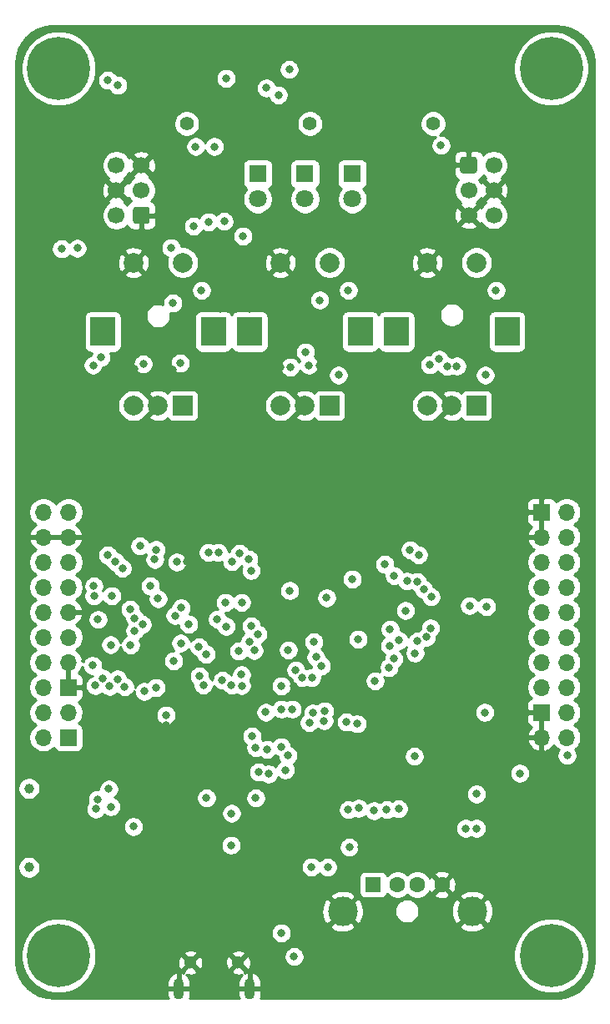
<source format=gbr>
%TF.GenerationSoftware,KiCad,Pcbnew,(5.1.8-0-10_14)*%
%TF.CreationDate,2021-03-24T11:52:58+01:00*%
%TF.ProjectId,KLST_TINY,4b4c5354-5f54-4494-9e59-2e6b69636164,0.1*%
%TF.SameCoordinates,Original*%
%TF.FileFunction,Copper,L2,Inr*%
%TF.FilePolarity,Positive*%
%FSLAX46Y46*%
G04 Gerber Fmt 4.6, Leading zero omitted, Abs format (unit mm)*
G04 Created by KiCad (PCBNEW (5.1.8-0-10_14)) date 2021-03-24 11:52:58*
%MOMM*%
%LPD*%
G01*
G04 APERTURE LIST*
%TA.AperFunction,WasherPad*%
%ADD10C,1.400000*%
%TD*%
%TA.AperFunction,ComponentPad*%
%ADD11O,1.700000X1.700000*%
%TD*%
%TA.AperFunction,ComponentPad*%
%ADD12R,1.700000X1.700000*%
%TD*%
%TA.AperFunction,ComponentPad*%
%ADD13C,1.700000*%
%TD*%
%TA.AperFunction,ComponentPad*%
%ADD14O,1.070000X2.140000*%
%TD*%
%TA.AperFunction,ComponentPad*%
%ADD15C,1.300000*%
%TD*%
%TA.AperFunction,WasherPad*%
%ADD16C,1.000000*%
%TD*%
%TA.AperFunction,ComponentPad*%
%ADD17C,1.800000*%
%TD*%
%TA.AperFunction,ComponentPad*%
%ADD18R,1.800000X1.800000*%
%TD*%
%TA.AperFunction,ComponentPad*%
%ADD19C,1.600000*%
%TD*%
%TA.AperFunction,ComponentPad*%
%ADD20R,1.600000X1.500000*%
%TD*%
%TA.AperFunction,ComponentPad*%
%ADD21C,3.000000*%
%TD*%
%TA.AperFunction,ComponentPad*%
%ADD22R,2.000000X2.000000*%
%TD*%
%TA.AperFunction,ComponentPad*%
%ADD23C,2.000000*%
%TD*%
%TA.AperFunction,ComponentPad*%
%ADD24R,2.500000X3.000000*%
%TD*%
%TA.AperFunction,ComponentPad*%
%ADD25C,0.800000*%
%TD*%
%TA.AperFunction,ComponentPad*%
%ADD26C,6.400000*%
%TD*%
%TA.AperFunction,ViaPad*%
%ADD27C,0.800000*%
%TD*%
%TA.AperFunction,Conductor*%
%ADD28C,0.254000*%
%TD*%
%TA.AperFunction,Conductor*%
%ADD29C,0.100000*%
%TD*%
G04 APERTURE END LIST*
D10*
%TO.N,*%
%TO.C,J8*%
X142000000Y-63600000D03*
%TD*%
%TO.N,*%
%TO.C,J7*%
X129500000Y-63600000D03*
%TD*%
%TO.N,*%
%TO.C,J6*%
X117000000Y-63600000D03*
%TD*%
D11*
%TO.N,/LINE_IN_RIGHT*%
%TO.C,J13*%
X102460000Y-123340000D03*
%TO.N,/LINE_IN_LEFT*%
X105000000Y-123340000D03*
%TO.N,/LINE_OUT_RIGHT*%
X102460000Y-125880000D03*
D12*
%TO.N,/LINE_OUT_LEFT*%
X105000000Y-125880000D03*
%TD*%
D11*
%TO.N,+3V3*%
%TO.C,J11*%
X155540000Y-125860000D03*
%TO.N,GND*%
X153000000Y-125860000D03*
%TO.N,+5V*%
X155540000Y-123320000D03*
D12*
%TO.N,GND*%
X153000000Y-123320000D03*
%TD*%
D13*
%TO.N,/UART_01_RX*%
%TO.C,J12*%
X109860000Y-67820000D03*
%TO.N,GND*%
X109860000Y-70360000D03*
%TO.N,/UART_01_TX*%
X109860000Y-72900000D03*
%TO.N,GND*%
X112400000Y-67820000D03*
%TO.N,Net-(D6-Pad2)*%
X112400000Y-70360000D03*
%TO.N,GND*%
%TA.AperFunction,ComponentPad*%
G36*
G01*
X113250000Y-72300000D02*
X113250000Y-73500000D01*
G75*
G02*
X113000000Y-73750000I-250000J0D01*
G01*
X111800000Y-73750000D01*
G75*
G02*
X111550000Y-73500000I0J250000D01*
G01*
X111550000Y-72300000D01*
G75*
G02*
X111800000Y-72050000I250000J0D01*
G01*
X113000000Y-72050000D01*
G75*
G02*
X113250000Y-72300000I0J-250000D01*
G01*
G37*
%TD.AperFunction*%
%TD*%
D11*
%TO.N,/UART_01_RX*%
%TO.C,J9*%
X102460000Y-103000000D03*
%TO.N,/UART_00_RX*%
X105000000Y-103000000D03*
%TO.N,GND*%
X102460000Y-105540000D03*
X105000000Y-105540000D03*
%TO.N,/UART_01_TX*%
X102460000Y-108080000D03*
%TO.N,/UART_00_TX*%
X105000000Y-108080000D03*
%TO.N,/I2C_00_SDA*%
X102460000Y-110620000D03*
%TO.N,/I2C_00_SCL*%
X105000000Y-110620000D03*
%TO.N,+3V3*%
X102460000Y-113160000D03*
%TO.N,GND*%
X105000000Y-113160000D03*
%TO.N,/SPI_00_MOSI*%
X102460000Y-115700000D03*
%TO.N,/SPI_00_MISO*%
X105000000Y-115700000D03*
%TO.N,/SPI_00_SCK*%
X102460000Y-118240000D03*
%TO.N,GND*%
X105000000Y-118240000D03*
%TO.N,+3V3*%
X102460000Y-120780000D03*
D12*
%TO.N,GND*%
X105000000Y-120780000D03*
%TD*%
D11*
%TO.N,/DAC_00*%
%TO.C,J4*%
X155540000Y-120780000D03*
%TO.N,/DAC_01*%
X153000000Y-120780000D03*
%TO.N,/ADC_00*%
X155540000Y-118240000D03*
%TO.N,/ADC_01*%
X153000000Y-118240000D03*
%TO.N,/GPIO_06*%
X155540000Y-115700000D03*
%TO.N,/GPIO_07*%
X153000000Y-115700000D03*
%TO.N,/GPIO_04*%
X155540000Y-113160000D03*
%TO.N,/GPIO_05*%
X153000000Y-113160000D03*
%TO.N,/GPIO_02*%
X155540000Y-110620000D03*
%TO.N,/GPIO_03*%
X153000000Y-110620000D03*
%TO.N,/GPIO_00*%
X155540000Y-108080000D03*
%TO.N,/GPIO_01*%
X153000000Y-108080000D03*
%TO.N,+3V3*%
X155540000Y-105540000D03*
%TO.N,GND*%
X153000000Y-105540000D03*
%TO.N,+5V*%
X155540000Y-103000000D03*
D12*
%TO.N,GND*%
X153000000Y-103000000D03*
%TD*%
D14*
%TO.N,GND*%
%TO.C,J3*%
X123400000Y-151350000D03*
X116200000Y-151350000D03*
D15*
X122225000Y-148700000D03*
X117375000Y-148700000D03*
%TD*%
D16*
%TO.N,*%
%TO.C,J1*%
X101000000Y-131050000D03*
X101000000Y-139050000D03*
%TD*%
D13*
%TO.N,/UART_00_RX*%
%TO.C,J10*%
X148140000Y-72880000D03*
%TO.N,GND*%
X148140000Y-70340000D03*
%TO.N,/UART_00_TX*%
X148140000Y-67800000D03*
%TO.N,GND*%
X145600000Y-72880000D03*
%TO.N,Net-(D5-Pad2)*%
X145600000Y-70340000D03*
%TO.N,GND*%
%TA.AperFunction,ComponentPad*%
G36*
G01*
X144750000Y-68400000D02*
X144750000Y-67200000D01*
G75*
G02*
X145000000Y-66950000I250000J0D01*
G01*
X146200000Y-66950000D01*
G75*
G02*
X146450000Y-67200000I0J-250000D01*
G01*
X146450000Y-68400000D01*
G75*
G02*
X146200000Y-68650000I-250000J0D01*
G01*
X145000000Y-68650000D01*
G75*
G02*
X144750000Y-68400000I0J250000D01*
G01*
G37*
%TD.AperFunction*%
%TD*%
D17*
%TO.N,/LED_02*%
%TO.C,D3*%
X124200000Y-71240000D03*
D18*
%TO.N,Net-(D3-Pad1)*%
X124200000Y-68700000D03*
%TD*%
D17*
%TO.N,/LED_01*%
%TO.C,D2*%
X129000000Y-71240000D03*
D18*
%TO.N,Net-(D2-Pad1)*%
X129000000Y-68700000D03*
%TD*%
D17*
%TO.N,/LED_00*%
%TO.C,D1*%
X133800000Y-71240000D03*
D18*
%TO.N,Net-(D1-Pad1)*%
X133800000Y-68700000D03*
%TD*%
D19*
%TO.N,GND*%
%TO.C,J2*%
X142900000Y-140800000D03*
%TO.N,/USB_CONN_D+*%
X140400000Y-140800000D03*
%TO.N,/USB_CONN_D-*%
X138400000Y-140800000D03*
D20*
%TO.N,+5V*%
X135900000Y-140800000D03*
D21*
%TO.N,GND*%
X145970000Y-143510000D03*
X132830000Y-143510000D03*
%TD*%
D22*
%TO.N,Net-(C43-Pad1)*%
%TO.C,SW5*%
X116600000Y-92200000D03*
D23*
%TO.N,GND*%
X114100000Y-92200000D03*
%TO.N,Net-(C44-Pad1)*%
X111600000Y-92200000D03*
D24*
%TO.N,N/C*%
X119700000Y-84700000D03*
X108500000Y-84700000D03*
D23*
%TO.N,Net-(R37-Pad1)*%
X116600000Y-77700000D03*
%TO.N,GND*%
X111600000Y-77700000D03*
%TD*%
D22*
%TO.N,Net-(C40-Pad1)*%
%TO.C,SW4*%
X131500000Y-92200000D03*
D23*
%TO.N,GND*%
X129000000Y-92200000D03*
%TO.N,Net-(C41-Pad1)*%
X126500000Y-92200000D03*
D24*
%TO.N,N/C*%
X134600000Y-84700000D03*
X123400000Y-84700000D03*
D23*
%TO.N,Net-(R31-Pad1)*%
X131500000Y-77700000D03*
%TO.N,GND*%
X126500000Y-77700000D03*
%TD*%
D22*
%TO.N,Net-(C37-Pad1)*%
%TO.C,SW3*%
X146400000Y-92200000D03*
D23*
%TO.N,GND*%
X143900000Y-92200000D03*
%TO.N,Net-(C38-Pad1)*%
X141400000Y-92200000D03*
D24*
%TO.N,N/C*%
X149500000Y-84700000D03*
X138300000Y-84700000D03*
D23*
%TO.N,Net-(R25-Pad1)*%
X146400000Y-77700000D03*
%TO.N,GND*%
X141400000Y-77700000D03*
%TD*%
D25*
%TO.N,N/C*%
%TO.C,H4*%
X155697056Y-146302944D03*
X154000000Y-145600000D03*
X152302944Y-146302944D03*
X151600000Y-148000000D03*
X152302944Y-149697056D03*
X154000000Y-150400000D03*
X155697056Y-149697056D03*
X156400000Y-148000000D03*
D26*
X154000000Y-148000000D03*
%TD*%
D25*
%TO.N,N/C*%
%TO.C,H3*%
X105697056Y-146302944D03*
X104000000Y-145600000D03*
X102302944Y-146302944D03*
X101600000Y-148000000D03*
X102302944Y-149697056D03*
X104000000Y-150400000D03*
X105697056Y-149697056D03*
X106400000Y-148000000D03*
D26*
X104000000Y-148000000D03*
%TD*%
D25*
%TO.N,N/C*%
%TO.C,H2*%
X155697056Y-56302944D03*
X154000000Y-55600000D03*
X152302944Y-56302944D03*
X151600000Y-58000000D03*
X152302944Y-59697056D03*
X154000000Y-60400000D03*
X155697056Y-59697056D03*
X156400000Y-58000000D03*
D26*
X154000000Y-58000000D03*
%TD*%
D25*
%TO.N,N/C*%
%TO.C,H1*%
X105697056Y-56302944D03*
X104000000Y-55600000D03*
X102302944Y-56302944D03*
X101600000Y-58000000D03*
X102302944Y-59697056D03*
X104000000Y-60400000D03*
X105697056Y-59697056D03*
X106400000Y-58000000D03*
D26*
X104000000Y-58000000D03*
%TD*%
D27*
%TO.N,GND*%
X132500000Y-117300000D03*
X121900000Y-143700000D03*
X124100000Y-143700000D03*
X129600000Y-145300000D03*
X116400000Y-140600000D03*
X114900000Y-125900000D03*
X114900000Y-124600000D03*
X114700000Y-79500000D03*
X115499638Y-68594973D03*
X129600000Y-79500000D03*
X126500000Y-88300000D03*
X144500000Y-79500000D03*
X127902605Y-120611002D03*
X132100000Y-109800000D03*
X132300000Y-108400000D03*
X144200000Y-108500000D03*
X147400000Y-109800000D03*
X147400000Y-119900000D03*
X135097131Y-122025010D03*
X131700000Y-120600000D03*
X144200000Y-137900000D03*
X145500000Y-130000000D03*
X129225010Y-113000502D03*
X121978246Y-126897931D03*
X136700000Y-103900000D03*
X137800000Y-98100000D03*
X140000000Y-98200000D03*
X147800000Y-98200000D03*
X130000000Y-98600000D03*
X130000000Y-102500000D03*
X117002532Y-108074990D03*
X111800000Y-119800000D03*
X145900000Y-87900000D03*
X130500000Y-88100000D03*
X123500000Y-87200000D03*
X134700000Y-87200000D03*
X114600000Y-109800000D03*
X137600000Y-73200000D03*
X134700000Y-82100000D03*
X123400000Y-82400000D03*
X120400000Y-82400000D03*
X138800000Y-103900000D03*
X142000000Y-103900000D03*
X125974599Y-125625401D03*
X122174555Y-125900000D03*
X144750930Y-114850930D03*
X146962873Y-121432701D03*
X140625010Y-89100000D03*
X150800000Y-133000000D03*
X150800000Y-136500000D03*
X111717672Y-88465124D03*
X115579960Y-88545359D03*
X114500000Y-132800000D03*
X119200000Y-136800022D03*
X102900000Y-142600000D03*
X112500000Y-141500000D03*
X102900000Y-129500000D03*
X111225010Y-128469459D03*
X153000000Y-127700000D03*
X151200000Y-123900000D03*
X114700000Y-55800000D03*
X127100000Y-55900000D03*
X139500000Y-56000000D03*
X132700000Y-60000000D03*
X126300000Y-66400000D03*
X134700000Y-137000000D03*
X136000000Y-137000000D03*
X138600000Y-137000000D03*
%TO.N,+3V3*%
X114900000Y-123600000D03*
X119200000Y-107100000D03*
X120200000Y-107100000D03*
X118500000Y-80500000D03*
X127500000Y-88300000D03*
X148389992Y-80510000D03*
X133390002Y-80510000D03*
X142800000Y-65800000D03*
X115400000Y-76200000D03*
X131200000Y-111700000D03*
X133800000Y-109800000D03*
X147400000Y-112600000D03*
X145700000Y-112500000D03*
X128063419Y-119035439D03*
X146400000Y-135100000D03*
X146400000Y-131600000D03*
X127450155Y-110975165D03*
X109400000Y-111500000D03*
X119000000Y-132000000D03*
X109278520Y-116471467D03*
X116002532Y-108074990D03*
X147300000Y-89100000D03*
X132400000Y-89100000D03*
X141662762Y-88057506D03*
X123997837Y-132003245D03*
X112700000Y-121199978D03*
X123624566Y-125738749D03*
X121542839Y-133574990D03*
X150800000Y-129500000D03*
X112593039Y-87981641D03*
X116341664Y-87897415D03*
X111600000Y-134900000D03*
X121500000Y-136800022D03*
X155600000Y-127700000D03*
X133500000Y-137000000D03*
%TO.N,+3.3VA*%
X134400000Y-115900000D03*
X136107212Y-120124979D03*
X125012841Y-123314701D03*
%TO.N,/audio_codec_WM8731/SIGNAL_IN_LEFT*%
X141800000Y-111600000D03*
X141736188Y-114774266D03*
%TO.N,/audio_codec_WM8731/SIGNAL_IN_RIGHT*%
X141337775Y-115691486D03*
X141047476Y-110842541D03*
%TO.N,/ENCODER_01_BUTTON*%
X130500000Y-81500000D03*
X121583724Y-108027338D03*
%TO.N,/ENCODER_00_BUTTON*%
X124200006Y-115399074D03*
X142600000Y-87500000D03*
%TO.N,/ENCODER_02_BUTTON*%
X115600000Y-81800000D03*
X111262931Y-112866261D03*
%TO.N,/LED_00*%
X111300005Y-116486381D03*
%TO.N,/LED_01*%
X112496065Y-114397838D03*
%TO.N,/LED_02*%
X111721560Y-113754902D03*
%TO.N,/ADC_00*%
X130674990Y-118600001D03*
X130947963Y-124179935D03*
%TO.N,/ADC_01*%
X130115138Y-117725010D03*
X130987603Y-123180709D03*
%TO.N,/DAC_00*%
X128683223Y-119820211D03*
X129443365Y-124374936D03*
%TO.N,/DAC_01*%
X129683213Y-119813492D03*
X129800000Y-123400000D03*
%TO.N,/GPIO_09*%
X109974990Y-119931902D03*
X120100000Y-113874990D03*
%TO.N,/GPIO_08*%
X110716560Y-120721293D03*
X121000000Y-114600000D03*
%TO.N,/GPIO_07*%
X127300000Y-117000000D03*
X145300000Y-135100000D03*
X147232725Y-123332724D03*
X133214865Y-124306377D03*
%TO.N,/GPIO_06*%
X126599996Y-120649958D03*
X134279002Y-124482627D03*
%TO.N,/GPIO_04*%
X121536987Y-120562307D03*
X125297854Y-129565659D03*
%TO.N,/GPIO_03*%
X120605876Y-120075163D03*
X125137989Y-127072233D03*
X126588000Y-126830698D03*
X124302567Y-129374990D03*
%TO.N,/GPIO_02*%
X118278545Y-119651481D03*
X123999978Y-126900000D03*
X127247993Y-127690277D03*
%TO.N,/GPIO_01*%
X123400926Y-116124084D03*
%TO.N,/GPIO_00*%
X123555534Y-114569786D03*
%TO.N,+5V*%
X126600000Y-145699992D03*
X127900002Y-148100000D03*
%TO.N,/SWD_NRST*%
X118685291Y-120565927D03*
X138500000Y-133100000D03*
%TO.N,/SWD_SWI*%
X109300000Y-132900000D03*
X116432658Y-112720234D03*
X108450020Y-119855416D03*
X137300000Y-133200000D03*
%TO.N,/SWD_SWO*%
X107443190Y-118558488D03*
X111730374Y-115041064D03*
X107777445Y-133130982D03*
X136000000Y-133300000D03*
%TO.N,/SWD_SWCLK*%
X114100000Y-111800000D03*
X107947152Y-132145475D03*
X107725010Y-120600000D03*
X134449988Y-133044134D03*
%TO.N,/SWD_SWDIO*%
X117200000Y-114375603D03*
X109100009Y-131100000D03*
X109175022Y-120689553D03*
X133400000Y-133200000D03*
%TO.N,/audio_codec_WM8731/SIGNAL_OUT_RIGHT*%
X137536587Y-118772647D03*
X139665826Y-106831769D03*
%TO.N,/audio_codec_WM8731/SIGNAL_OUT_LEFT*%
X138005587Y-117889436D03*
X140526748Y-107340530D03*
%TO.N,/BOOT_FLASH*%
X113870517Y-120809963D03*
X127000000Y-129175022D03*
X115674990Y-118100000D03*
X140099206Y-127775052D03*
%TO.N,/ENCODER_01_A*%
X129400000Y-88100000D03*
X123300000Y-107800000D03*
%TO.N,/ENCODER_01_B*%
X129061529Y-86771560D03*
X122374990Y-107200000D03*
%TO.N,/ENCODER_00_A*%
X122277861Y-117099341D03*
X144400000Y-88200000D03*
%TO.N,/ENCODER_00_B*%
X123850009Y-117049991D03*
X143400003Y-88206805D03*
%TO.N,/ENCODER_02_A*%
X122576077Y-120612932D03*
X107500000Y-88100000D03*
%TO.N,/ENCODER_02_B*%
X122565892Y-119492891D03*
X108300000Y-87300000D03*
%TO.N,/AUDIOCODEC_I2S_MCK*%
X138537779Y-116031441D03*
X139199996Y-113000000D03*
%TO.N,/UART_01_RX*%
X113305164Y-110504053D03*
X115806512Y-113499955D03*
%TO.N,/UART_01_TX*%
X104300000Y-76300002D03*
X105894479Y-76232751D03*
%TO.N,/audio_codec_WM8731/SIGNAL_MIC_BIAS*%
X140161931Y-117321876D03*
X139334329Y-110005475D03*
%TO.N,/USB_D+*%
X118235229Y-116689647D03*
X127700000Y-123000018D03*
%TO.N,/audio_codec_WM8731/SIGNAL_MIC_IN*%
X140391588Y-110082407D03*
X122700032Y-75000000D03*
X140425010Y-116100000D03*
X117700002Y-74000000D03*
%TO.N,/USB_D-*%
X118966255Y-117425010D03*
X126600000Y-123000000D03*
%TO.N,/ADCLRC*%
X129902557Y-116174994D03*
X116400002Y-116300000D03*
%TO.N,/USB_CONN_D-*%
X129649988Y-139004697D03*
X131300030Y-139025010D03*
%TO.N,/audio_codec_WM8731/HEADPHONE_LEFT*%
X120800000Y-73500000D03*
X119800011Y-65925010D03*
%TO.N,/audio_codec_WM8731/SIGNAL_HEADPHONE_LEFT*%
X137625012Y-114893022D03*
X137100000Y-108300000D03*
%TO.N,/audio_codec_WM8731/HEADPHONE_RIGHT*%
X117900607Y-65925010D03*
X119220657Y-73574990D03*
%TO.N,/audio_codec_WM8731/SIGNAL_HEADPHONE_RIGHT*%
X137602320Y-116568257D03*
X138058727Y-109466283D03*
%TO.N,/SPI_00_MOSI*%
X120920868Y-112166307D03*
X112243692Y-106438456D03*
X107572238Y-110511013D03*
X108997068Y-107362182D03*
%TO.N,/SPI_00_SCK*%
X108000000Y-113900000D03*
X113754202Y-107807313D03*
X110477872Y-108709134D03*
X123528048Y-108941010D03*
%TO.N,/SPI_00_MISO*%
X122574990Y-112174968D03*
X113889035Y-106810976D03*
X109744229Y-108029582D03*
X107600550Y-111510624D03*
%TO.N,/LINE_OUT_LEFT*%
X121000000Y-59000000D03*
X110000000Y-59700000D03*
%TO.N,/LINE_OUT_RIGHT*%
X109000000Y-59200000D03*
X127400000Y-58099996D03*
%TO.N,/LINE_IN_LEFT*%
X126300000Y-60699998D03*
%TO.N,/LINE_IN_RIGHT*%
X125079242Y-59974988D03*
%TD*%
D28*
%TO.N,GND*%
X155225555Y-53732221D02*
X155924940Y-53937398D01*
X156572904Y-54271120D01*
X157146074Y-54721353D01*
X157623762Y-55271839D01*
X157988742Y-55902730D01*
X158227836Y-56591248D01*
X158335790Y-57335790D01*
X158340000Y-57508063D01*
X158340001Y-148468581D01*
X158267779Y-149225555D01*
X158062602Y-149924940D01*
X157728878Y-150572906D01*
X157278650Y-151146072D01*
X156728159Y-151623763D01*
X156097270Y-151988741D01*
X155408752Y-152227836D01*
X154664210Y-152335790D01*
X154491937Y-152340000D01*
X124479220Y-152340000D01*
X124522742Y-152237815D01*
X124570000Y-152012000D01*
X124570000Y-151477000D01*
X123527000Y-151477000D01*
X123527000Y-151497000D01*
X123273000Y-151497000D01*
X123273000Y-151477000D01*
X122230000Y-151477000D01*
X122230000Y-152012000D01*
X122277258Y-152237815D01*
X122320780Y-152340000D01*
X117279220Y-152340000D01*
X117322742Y-152237815D01*
X117370000Y-152012000D01*
X117370000Y-151477000D01*
X116327000Y-151477000D01*
X116327000Y-151497000D01*
X116073000Y-151497000D01*
X116073000Y-151477000D01*
X115030000Y-151477000D01*
X115030000Y-152012000D01*
X115077258Y-152237815D01*
X115120780Y-152340000D01*
X103531409Y-152340000D01*
X102774445Y-152267779D01*
X102075060Y-152062602D01*
X101427094Y-151728878D01*
X100853928Y-151278650D01*
X100376237Y-150728159D01*
X100011259Y-150097270D01*
X99772164Y-149408752D01*
X99664210Y-148664210D01*
X99660000Y-148491937D01*
X99660000Y-147622285D01*
X100165000Y-147622285D01*
X100165000Y-148377715D01*
X100312377Y-149118628D01*
X100601467Y-149816554D01*
X101021161Y-150444670D01*
X101555330Y-150978839D01*
X102183446Y-151398533D01*
X102881372Y-151687623D01*
X103622285Y-151835000D01*
X104377715Y-151835000D01*
X105118628Y-151687623D01*
X105816554Y-151398533D01*
X106444670Y-150978839D01*
X106735509Y-150688000D01*
X115030000Y-150688000D01*
X115030000Y-151223000D01*
X116073000Y-151223000D01*
X116073000Y-149811756D01*
X116327000Y-149811756D01*
X116327000Y-151223000D01*
X117370000Y-151223000D01*
X117370000Y-150688000D01*
X117322742Y-150462185D01*
X117232338Y-150249928D01*
X117102262Y-150059387D01*
X116962695Y-149922569D01*
X117198524Y-149979102D01*
X117451455Y-149988952D01*
X117701449Y-149949270D01*
X117938896Y-149861578D01*
X118027534Y-149814201D01*
X118080922Y-149585527D01*
X121519078Y-149585527D01*
X121572466Y-149814201D01*
X121802374Y-149920095D01*
X122048524Y-149979102D01*
X122301455Y-149988952D01*
X122551449Y-149949270D01*
X122645499Y-149914536D01*
X122497738Y-150059387D01*
X122367662Y-150249928D01*
X122277258Y-150462185D01*
X122230000Y-150688000D01*
X122230000Y-151223000D01*
X123273000Y-151223000D01*
X123273000Y-149811756D01*
X123527000Y-149811756D01*
X123527000Y-151223000D01*
X124570000Y-151223000D01*
X124570000Y-150688000D01*
X124522742Y-150462185D01*
X124432338Y-150249928D01*
X124302262Y-150059387D01*
X124137513Y-149897883D01*
X123944421Y-149771623D01*
X123707383Y-149686100D01*
X123527000Y-149811756D01*
X123273000Y-149811756D01*
X123092617Y-149686100D01*
X122890408Y-149759057D01*
X122930922Y-149585527D01*
X122225000Y-148879605D01*
X121519078Y-149585527D01*
X118080922Y-149585527D01*
X117375000Y-148879605D01*
X116669078Y-149585527D01*
X116709592Y-149759057D01*
X116507383Y-149686100D01*
X116327000Y-149811756D01*
X116073000Y-149811756D01*
X115892617Y-149686100D01*
X115655579Y-149771623D01*
X115462487Y-149897883D01*
X115297738Y-150059387D01*
X115167662Y-150249928D01*
X115077258Y-150462185D01*
X115030000Y-150688000D01*
X106735509Y-150688000D01*
X106978839Y-150444670D01*
X107398533Y-149816554D01*
X107687623Y-149118628D01*
X107755685Y-148776455D01*
X116086048Y-148776455D01*
X116125730Y-149026449D01*
X116213422Y-149263896D01*
X116260799Y-149352534D01*
X116489473Y-149405922D01*
X117195395Y-148700000D01*
X117554605Y-148700000D01*
X118260527Y-149405922D01*
X118489201Y-149352534D01*
X118595095Y-149122626D01*
X118654102Y-148876476D01*
X118657997Y-148776455D01*
X120936048Y-148776455D01*
X120975730Y-149026449D01*
X121063422Y-149263896D01*
X121110799Y-149352534D01*
X121339473Y-149405922D01*
X122045395Y-148700000D01*
X122404605Y-148700000D01*
X123110527Y-149405922D01*
X123339201Y-149352534D01*
X123445095Y-149122626D01*
X123504102Y-148876476D01*
X123513952Y-148623545D01*
X123474270Y-148373551D01*
X123386578Y-148136104D01*
X123339201Y-148047466D01*
X123127588Y-147998061D01*
X126865002Y-147998061D01*
X126865002Y-148201939D01*
X126904776Y-148401898D01*
X126982797Y-148590256D01*
X127096065Y-148759774D01*
X127240228Y-148903937D01*
X127409746Y-149017205D01*
X127598104Y-149095226D01*
X127798063Y-149135000D01*
X128001941Y-149135000D01*
X128201900Y-149095226D01*
X128390258Y-149017205D01*
X128559776Y-148903937D01*
X128703939Y-148759774D01*
X128817207Y-148590256D01*
X128895228Y-148401898D01*
X128935002Y-148201939D01*
X128935002Y-147998061D01*
X128895228Y-147798102D01*
X128822402Y-147622285D01*
X150165000Y-147622285D01*
X150165000Y-148377715D01*
X150312377Y-149118628D01*
X150601467Y-149816554D01*
X151021161Y-150444670D01*
X151555330Y-150978839D01*
X152183446Y-151398533D01*
X152881372Y-151687623D01*
X153622285Y-151835000D01*
X154377715Y-151835000D01*
X155118628Y-151687623D01*
X155816554Y-151398533D01*
X156444670Y-150978839D01*
X156978839Y-150444670D01*
X157398533Y-149816554D01*
X157687623Y-149118628D01*
X157835000Y-148377715D01*
X157835000Y-147622285D01*
X157687623Y-146881372D01*
X157398533Y-146183446D01*
X156978839Y-145555330D01*
X156444670Y-145021161D01*
X155816554Y-144601467D01*
X155118628Y-144312377D01*
X154377715Y-144165000D01*
X153622285Y-144165000D01*
X152881372Y-144312377D01*
X152183446Y-144601467D01*
X151555330Y-145021161D01*
X151021161Y-145555330D01*
X150601467Y-146183446D01*
X150312377Y-146881372D01*
X150165000Y-147622285D01*
X128822402Y-147622285D01*
X128817207Y-147609744D01*
X128703939Y-147440226D01*
X128559776Y-147296063D01*
X128390258Y-147182795D01*
X128201900Y-147104774D01*
X128001941Y-147065000D01*
X127798063Y-147065000D01*
X127598104Y-147104774D01*
X127409746Y-147182795D01*
X127240228Y-147296063D01*
X127096065Y-147440226D01*
X126982797Y-147609744D01*
X126904776Y-147798102D01*
X126865002Y-147998061D01*
X123127588Y-147998061D01*
X123110527Y-147994078D01*
X122404605Y-148700000D01*
X122045395Y-148700000D01*
X121339473Y-147994078D01*
X121110799Y-148047466D01*
X121004905Y-148277374D01*
X120945898Y-148523524D01*
X120936048Y-148776455D01*
X118657997Y-148776455D01*
X118663952Y-148623545D01*
X118624270Y-148373551D01*
X118536578Y-148136104D01*
X118489201Y-148047466D01*
X118260527Y-147994078D01*
X117554605Y-148700000D01*
X117195395Y-148700000D01*
X116489473Y-147994078D01*
X116260799Y-148047466D01*
X116154905Y-148277374D01*
X116095898Y-148523524D01*
X116086048Y-148776455D01*
X107755685Y-148776455D01*
X107835000Y-148377715D01*
X107835000Y-147814473D01*
X116669078Y-147814473D01*
X117375000Y-148520395D01*
X118080922Y-147814473D01*
X121519078Y-147814473D01*
X122225000Y-148520395D01*
X122930922Y-147814473D01*
X122877534Y-147585799D01*
X122647626Y-147479905D01*
X122401476Y-147420898D01*
X122148545Y-147411048D01*
X121898551Y-147450730D01*
X121661104Y-147538422D01*
X121572466Y-147585799D01*
X121519078Y-147814473D01*
X118080922Y-147814473D01*
X118027534Y-147585799D01*
X117797626Y-147479905D01*
X117551476Y-147420898D01*
X117298545Y-147411048D01*
X117048551Y-147450730D01*
X116811104Y-147538422D01*
X116722466Y-147585799D01*
X116669078Y-147814473D01*
X107835000Y-147814473D01*
X107835000Y-147622285D01*
X107687623Y-146881372D01*
X107398533Y-146183446D01*
X107007386Y-145598053D01*
X125565000Y-145598053D01*
X125565000Y-145801931D01*
X125604774Y-146001890D01*
X125682795Y-146190248D01*
X125796063Y-146359766D01*
X125940226Y-146503929D01*
X126109744Y-146617197D01*
X126298102Y-146695218D01*
X126498061Y-146734992D01*
X126701939Y-146734992D01*
X126901898Y-146695218D01*
X127090256Y-146617197D01*
X127259774Y-146503929D01*
X127403937Y-146359766D01*
X127517205Y-146190248D01*
X127595226Y-146001890D01*
X127635000Y-145801931D01*
X127635000Y-145598053D01*
X127595226Y-145398094D01*
X127517205Y-145209736D01*
X127403937Y-145040218D01*
X127365372Y-145001653D01*
X131517952Y-145001653D01*
X131673962Y-145317214D01*
X132048745Y-145508020D01*
X132453551Y-145622044D01*
X132872824Y-145654902D01*
X133290451Y-145605334D01*
X133690383Y-145475243D01*
X133986038Y-145317214D01*
X134142048Y-145001653D01*
X144657952Y-145001653D01*
X144813962Y-145317214D01*
X145188745Y-145508020D01*
X145593551Y-145622044D01*
X146012824Y-145654902D01*
X146430451Y-145605334D01*
X146830383Y-145475243D01*
X147126038Y-145317214D01*
X147282048Y-145001653D01*
X145970000Y-143689605D01*
X144657952Y-145001653D01*
X134142048Y-145001653D01*
X132830000Y-143689605D01*
X131517952Y-145001653D01*
X127365372Y-145001653D01*
X127259774Y-144896055D01*
X127090256Y-144782787D01*
X126901898Y-144704766D01*
X126701939Y-144664992D01*
X126498061Y-144664992D01*
X126298102Y-144704766D01*
X126109744Y-144782787D01*
X125940226Y-144896055D01*
X125796063Y-145040218D01*
X125682795Y-145209736D01*
X125604774Y-145398094D01*
X125565000Y-145598053D01*
X107007386Y-145598053D01*
X106978839Y-145555330D01*
X106444670Y-145021161D01*
X105816554Y-144601467D01*
X105118628Y-144312377D01*
X104377715Y-144165000D01*
X103622285Y-144165000D01*
X102881372Y-144312377D01*
X102183446Y-144601467D01*
X101555330Y-145021161D01*
X101021161Y-145555330D01*
X100601467Y-146183446D01*
X100312377Y-146881372D01*
X100165000Y-147622285D01*
X99660000Y-147622285D01*
X99660000Y-143552824D01*
X130685098Y-143552824D01*
X130734666Y-143970451D01*
X130864757Y-144370383D01*
X131022786Y-144666038D01*
X131338347Y-144822048D01*
X132650395Y-143510000D01*
X133009605Y-143510000D01*
X134321653Y-144822048D01*
X134637214Y-144666038D01*
X134828020Y-144291255D01*
X134942044Y-143886449D01*
X134974902Y-143467176D01*
X134961338Y-143352890D01*
X138100048Y-143352890D01*
X138100048Y-143599110D01*
X138148083Y-143840598D01*
X138242307Y-144068074D01*
X138379099Y-144272798D01*
X138553202Y-144446901D01*
X138757926Y-144583693D01*
X138985402Y-144677917D01*
X139226890Y-144725952D01*
X139473110Y-144725952D01*
X139714598Y-144677917D01*
X139942074Y-144583693D01*
X140146798Y-144446901D01*
X140320901Y-144272798D01*
X140457693Y-144068074D01*
X140551917Y-143840598D01*
X140599952Y-143599110D01*
X140599952Y-143552824D01*
X143825098Y-143552824D01*
X143874666Y-143970451D01*
X144004757Y-144370383D01*
X144162786Y-144666038D01*
X144478347Y-144822048D01*
X145790395Y-143510000D01*
X146149605Y-143510000D01*
X147461653Y-144822048D01*
X147777214Y-144666038D01*
X147968020Y-144291255D01*
X148082044Y-143886449D01*
X148114902Y-143467176D01*
X148065334Y-143049549D01*
X147935243Y-142649617D01*
X147777214Y-142353962D01*
X147461653Y-142197952D01*
X146149605Y-143510000D01*
X145790395Y-143510000D01*
X144478347Y-142197952D01*
X144162786Y-142353962D01*
X143971980Y-142728745D01*
X143857956Y-143133551D01*
X143825098Y-143552824D01*
X140599952Y-143552824D01*
X140599952Y-143352890D01*
X140551917Y-143111402D01*
X140457693Y-142883926D01*
X140320901Y-142679202D01*
X140146798Y-142505099D01*
X139942074Y-142368307D01*
X139714598Y-142274083D01*
X139473110Y-142226048D01*
X139226890Y-142226048D01*
X138985402Y-142274083D01*
X138757926Y-142368307D01*
X138553202Y-142505099D01*
X138379099Y-142679202D01*
X138242307Y-142883926D01*
X138148083Y-143111402D01*
X138100048Y-143352890D01*
X134961338Y-143352890D01*
X134925334Y-143049549D01*
X134795243Y-142649617D01*
X134637214Y-142353962D01*
X134321653Y-142197952D01*
X133009605Y-143510000D01*
X132650395Y-143510000D01*
X131338347Y-142197952D01*
X131022786Y-142353962D01*
X130831980Y-142728745D01*
X130717956Y-143133551D01*
X130685098Y-143552824D01*
X99660000Y-143552824D01*
X99660000Y-142018347D01*
X131517952Y-142018347D01*
X132830000Y-143330395D01*
X134142048Y-142018347D01*
X133986038Y-141702786D01*
X133611255Y-141511980D01*
X133206449Y-141397956D01*
X132787176Y-141365098D01*
X132369549Y-141414666D01*
X131969617Y-141544757D01*
X131673962Y-141702786D01*
X131517952Y-142018347D01*
X99660000Y-142018347D01*
X99660000Y-138938212D01*
X99865000Y-138938212D01*
X99865000Y-139161788D01*
X99908617Y-139381067D01*
X99994176Y-139587624D01*
X100118388Y-139773520D01*
X100276480Y-139931612D01*
X100462376Y-140055824D01*
X100668933Y-140141383D01*
X100888212Y-140185000D01*
X101111788Y-140185000D01*
X101331067Y-140141383D01*
X101537624Y-140055824D01*
X101723520Y-139931612D01*
X101881612Y-139773520D01*
X102005824Y-139587624D01*
X102091383Y-139381067D01*
X102135000Y-139161788D01*
X102135000Y-138938212D01*
X102127948Y-138902758D01*
X128614988Y-138902758D01*
X128614988Y-139106636D01*
X128654762Y-139306595D01*
X128732783Y-139494953D01*
X128846051Y-139664471D01*
X128990214Y-139808634D01*
X129159732Y-139921902D01*
X129348090Y-139999923D01*
X129548049Y-140039697D01*
X129751927Y-140039697D01*
X129951886Y-139999923D01*
X130140244Y-139921902D01*
X130309762Y-139808634D01*
X130453925Y-139664471D01*
X130468223Y-139643073D01*
X130496093Y-139684784D01*
X130640256Y-139828947D01*
X130809774Y-139942215D01*
X130998132Y-140020236D01*
X131198091Y-140060010D01*
X131401969Y-140060010D01*
X131452293Y-140050000D01*
X134461928Y-140050000D01*
X134461928Y-141550000D01*
X134474188Y-141674482D01*
X134510498Y-141794180D01*
X134569463Y-141904494D01*
X134648815Y-142001185D01*
X134745506Y-142080537D01*
X134855820Y-142139502D01*
X134975518Y-142175812D01*
X135100000Y-142188072D01*
X136700000Y-142188072D01*
X136824482Y-142175812D01*
X136944180Y-142139502D01*
X137054494Y-142080537D01*
X137151185Y-142001185D01*
X137230537Y-141904494D01*
X137289502Y-141794180D01*
X137307023Y-141736419D01*
X137485241Y-141914637D01*
X137720273Y-142071680D01*
X137981426Y-142179853D01*
X138258665Y-142235000D01*
X138541335Y-142235000D01*
X138818574Y-142179853D01*
X139079727Y-142071680D01*
X139314759Y-141914637D01*
X139400000Y-141829396D01*
X139485241Y-141914637D01*
X139720273Y-142071680D01*
X139981426Y-142179853D01*
X140258665Y-142235000D01*
X140541335Y-142235000D01*
X140818574Y-142179853D01*
X141079727Y-142071680D01*
X141314759Y-141914637D01*
X141436694Y-141792702D01*
X142086903Y-141792702D01*
X142158486Y-142036671D01*
X142413996Y-142157571D01*
X142688184Y-142226300D01*
X142970512Y-142240217D01*
X143250130Y-142198787D01*
X143516292Y-142103603D01*
X143641514Y-142036671D01*
X143646890Y-142018347D01*
X144657952Y-142018347D01*
X145970000Y-143330395D01*
X147282048Y-142018347D01*
X147126038Y-141702786D01*
X146751255Y-141511980D01*
X146346449Y-141397956D01*
X145927176Y-141365098D01*
X145509549Y-141414666D01*
X145109617Y-141544757D01*
X144813962Y-141702786D01*
X144657952Y-142018347D01*
X143646890Y-142018347D01*
X143713097Y-141792702D01*
X142900000Y-140979605D01*
X142086903Y-141792702D01*
X141436694Y-141792702D01*
X141514637Y-141714759D01*
X141648692Y-141514131D01*
X141663329Y-141541514D01*
X141907298Y-141613097D01*
X142720395Y-140800000D01*
X143079605Y-140800000D01*
X143892702Y-141613097D01*
X144136671Y-141541514D01*
X144257571Y-141286004D01*
X144326300Y-141011816D01*
X144340217Y-140729488D01*
X144298787Y-140449870D01*
X144203603Y-140183708D01*
X144136671Y-140058486D01*
X143892702Y-139986903D01*
X143079605Y-140800000D01*
X142720395Y-140800000D01*
X141907298Y-139986903D01*
X141663329Y-140058486D01*
X141649676Y-140087341D01*
X141514637Y-139885241D01*
X141436694Y-139807298D01*
X142086903Y-139807298D01*
X142900000Y-140620395D01*
X143713097Y-139807298D01*
X143641514Y-139563329D01*
X143386004Y-139442429D01*
X143111816Y-139373700D01*
X142829488Y-139359783D01*
X142549870Y-139401213D01*
X142283708Y-139496397D01*
X142158486Y-139563329D01*
X142086903Y-139807298D01*
X141436694Y-139807298D01*
X141314759Y-139685363D01*
X141079727Y-139528320D01*
X140818574Y-139420147D01*
X140541335Y-139365000D01*
X140258665Y-139365000D01*
X139981426Y-139420147D01*
X139720273Y-139528320D01*
X139485241Y-139685363D01*
X139400000Y-139770604D01*
X139314759Y-139685363D01*
X139079727Y-139528320D01*
X138818574Y-139420147D01*
X138541335Y-139365000D01*
X138258665Y-139365000D01*
X137981426Y-139420147D01*
X137720273Y-139528320D01*
X137485241Y-139685363D01*
X137307023Y-139863581D01*
X137289502Y-139805820D01*
X137230537Y-139695506D01*
X137151185Y-139598815D01*
X137054494Y-139519463D01*
X136944180Y-139460498D01*
X136824482Y-139424188D01*
X136700000Y-139411928D01*
X135100000Y-139411928D01*
X134975518Y-139424188D01*
X134855820Y-139460498D01*
X134745506Y-139519463D01*
X134648815Y-139598815D01*
X134569463Y-139695506D01*
X134510498Y-139805820D01*
X134474188Y-139925518D01*
X134461928Y-140050000D01*
X131452293Y-140050000D01*
X131601928Y-140020236D01*
X131790286Y-139942215D01*
X131959804Y-139828947D01*
X132103967Y-139684784D01*
X132217235Y-139515266D01*
X132295256Y-139326908D01*
X132335030Y-139126949D01*
X132335030Y-138923071D01*
X132295256Y-138723112D01*
X132217235Y-138534754D01*
X132103967Y-138365236D01*
X131959804Y-138221073D01*
X131790286Y-138107805D01*
X131601928Y-138029784D01*
X131401969Y-137990010D01*
X131198091Y-137990010D01*
X130998132Y-138029784D01*
X130809774Y-138107805D01*
X130640256Y-138221073D01*
X130496093Y-138365236D01*
X130481795Y-138386634D01*
X130453925Y-138344923D01*
X130309762Y-138200760D01*
X130140244Y-138087492D01*
X129951886Y-138009471D01*
X129751927Y-137969697D01*
X129548049Y-137969697D01*
X129348090Y-138009471D01*
X129159732Y-138087492D01*
X128990214Y-138200760D01*
X128846051Y-138344923D01*
X128732783Y-138514441D01*
X128654762Y-138702799D01*
X128614988Y-138902758D01*
X102127948Y-138902758D01*
X102091383Y-138718933D01*
X102005824Y-138512376D01*
X101881612Y-138326480D01*
X101723520Y-138168388D01*
X101537624Y-138044176D01*
X101331067Y-137958617D01*
X101111788Y-137915000D01*
X100888212Y-137915000D01*
X100668933Y-137958617D01*
X100462376Y-138044176D01*
X100276480Y-138168388D01*
X100118388Y-138326480D01*
X99994176Y-138512376D01*
X99908617Y-138718933D01*
X99865000Y-138938212D01*
X99660000Y-138938212D01*
X99660000Y-136698083D01*
X120465000Y-136698083D01*
X120465000Y-136901961D01*
X120504774Y-137101920D01*
X120582795Y-137290278D01*
X120696063Y-137459796D01*
X120840226Y-137603959D01*
X121009744Y-137717227D01*
X121198102Y-137795248D01*
X121398061Y-137835022D01*
X121601939Y-137835022D01*
X121801898Y-137795248D01*
X121990256Y-137717227D01*
X122159774Y-137603959D01*
X122303937Y-137459796D01*
X122417205Y-137290278D01*
X122495226Y-137101920D01*
X122535000Y-136901961D01*
X122535000Y-136898061D01*
X132465000Y-136898061D01*
X132465000Y-137101939D01*
X132504774Y-137301898D01*
X132582795Y-137490256D01*
X132696063Y-137659774D01*
X132840226Y-137803937D01*
X133009744Y-137917205D01*
X133198102Y-137995226D01*
X133398061Y-138035000D01*
X133601939Y-138035000D01*
X133801898Y-137995226D01*
X133990256Y-137917205D01*
X134159774Y-137803937D01*
X134303937Y-137659774D01*
X134417205Y-137490256D01*
X134495226Y-137301898D01*
X134535000Y-137101939D01*
X134535000Y-136898061D01*
X134495226Y-136698102D01*
X134417205Y-136509744D01*
X134303937Y-136340226D01*
X134159774Y-136196063D01*
X133990256Y-136082795D01*
X133801898Y-136004774D01*
X133601939Y-135965000D01*
X133398061Y-135965000D01*
X133198102Y-136004774D01*
X133009744Y-136082795D01*
X132840226Y-136196063D01*
X132696063Y-136340226D01*
X132582795Y-136509744D01*
X132504774Y-136698102D01*
X132465000Y-136898061D01*
X122535000Y-136898061D01*
X122535000Y-136698083D01*
X122495226Y-136498124D01*
X122417205Y-136309766D01*
X122303937Y-136140248D01*
X122159774Y-135996085D01*
X121990256Y-135882817D01*
X121801898Y-135804796D01*
X121601939Y-135765022D01*
X121398061Y-135765022D01*
X121198102Y-135804796D01*
X121009744Y-135882817D01*
X120840226Y-135996085D01*
X120696063Y-136140248D01*
X120582795Y-136309766D01*
X120504774Y-136498124D01*
X120465000Y-136698083D01*
X99660000Y-136698083D01*
X99660000Y-134798061D01*
X110565000Y-134798061D01*
X110565000Y-135001939D01*
X110604774Y-135201898D01*
X110682795Y-135390256D01*
X110796063Y-135559774D01*
X110940226Y-135703937D01*
X111109744Y-135817205D01*
X111298102Y-135895226D01*
X111498061Y-135935000D01*
X111701939Y-135935000D01*
X111901898Y-135895226D01*
X112090256Y-135817205D01*
X112259774Y-135703937D01*
X112403937Y-135559774D01*
X112517205Y-135390256D01*
X112595226Y-135201898D01*
X112635000Y-135001939D01*
X112635000Y-134998061D01*
X144265000Y-134998061D01*
X144265000Y-135201939D01*
X144304774Y-135401898D01*
X144382795Y-135590256D01*
X144496063Y-135759774D01*
X144640226Y-135903937D01*
X144809744Y-136017205D01*
X144998102Y-136095226D01*
X145198061Y-136135000D01*
X145401939Y-136135000D01*
X145601898Y-136095226D01*
X145790256Y-136017205D01*
X145850000Y-135977285D01*
X145909744Y-136017205D01*
X146098102Y-136095226D01*
X146298061Y-136135000D01*
X146501939Y-136135000D01*
X146701898Y-136095226D01*
X146890256Y-136017205D01*
X147059774Y-135903937D01*
X147203937Y-135759774D01*
X147317205Y-135590256D01*
X147395226Y-135401898D01*
X147435000Y-135201939D01*
X147435000Y-134998061D01*
X147395226Y-134798102D01*
X147317205Y-134609744D01*
X147203937Y-134440226D01*
X147059774Y-134296063D01*
X146890256Y-134182795D01*
X146701898Y-134104774D01*
X146501939Y-134065000D01*
X146298061Y-134065000D01*
X146098102Y-134104774D01*
X145909744Y-134182795D01*
X145850000Y-134222715D01*
X145790256Y-134182795D01*
X145601898Y-134104774D01*
X145401939Y-134065000D01*
X145198061Y-134065000D01*
X144998102Y-134104774D01*
X144809744Y-134182795D01*
X144640226Y-134296063D01*
X144496063Y-134440226D01*
X144382795Y-134609744D01*
X144304774Y-134798102D01*
X144265000Y-134998061D01*
X112635000Y-134998061D01*
X112635000Y-134798061D01*
X112595226Y-134598102D01*
X112517205Y-134409744D01*
X112403937Y-134240226D01*
X112259774Y-134096063D01*
X112090256Y-133982795D01*
X111901898Y-133904774D01*
X111701939Y-133865000D01*
X111498061Y-133865000D01*
X111298102Y-133904774D01*
X111109744Y-133982795D01*
X110940226Y-134096063D01*
X110796063Y-134240226D01*
X110682795Y-134409744D01*
X110604774Y-134598102D01*
X110565000Y-134798061D01*
X99660000Y-134798061D01*
X99660000Y-133029043D01*
X106742445Y-133029043D01*
X106742445Y-133232921D01*
X106782219Y-133432880D01*
X106860240Y-133621238D01*
X106973508Y-133790756D01*
X107117671Y-133934919D01*
X107287189Y-134048187D01*
X107475547Y-134126208D01*
X107675506Y-134165982D01*
X107879384Y-134165982D01*
X108079343Y-134126208D01*
X108267701Y-134048187D01*
X108437219Y-133934919D01*
X108581382Y-133790756D01*
X108639726Y-133703437D01*
X108640226Y-133703937D01*
X108809744Y-133817205D01*
X108998102Y-133895226D01*
X109198061Y-133935000D01*
X109401939Y-133935000D01*
X109601898Y-133895226D01*
X109790256Y-133817205D01*
X109959774Y-133703937D01*
X110103937Y-133559774D01*
X110161883Y-133473051D01*
X120507839Y-133473051D01*
X120507839Y-133676929D01*
X120547613Y-133876888D01*
X120625634Y-134065246D01*
X120738902Y-134234764D01*
X120883065Y-134378927D01*
X121052583Y-134492195D01*
X121240941Y-134570216D01*
X121440900Y-134609990D01*
X121644778Y-134609990D01*
X121844737Y-134570216D01*
X122033095Y-134492195D01*
X122202613Y-134378927D01*
X122346776Y-134234764D01*
X122460044Y-134065246D01*
X122538065Y-133876888D01*
X122577839Y-133676929D01*
X122577839Y-133473051D01*
X122538065Y-133273092D01*
X122465565Y-133098061D01*
X132365000Y-133098061D01*
X132365000Y-133301939D01*
X132404774Y-133501898D01*
X132482795Y-133690256D01*
X132596063Y-133859774D01*
X132740226Y-134003937D01*
X132909744Y-134117205D01*
X133098102Y-134195226D01*
X133298061Y-134235000D01*
X133501939Y-134235000D01*
X133701898Y-134195226D01*
X133890256Y-134117205D01*
X134059774Y-134003937D01*
X134060593Y-134003118D01*
X134148090Y-134039360D01*
X134348049Y-134079134D01*
X134551927Y-134079134D01*
X134751886Y-134039360D01*
X134940244Y-133961339D01*
X135109762Y-133848071D01*
X135116754Y-133841079D01*
X135196063Y-133959774D01*
X135340226Y-134103937D01*
X135509744Y-134217205D01*
X135698102Y-134295226D01*
X135898061Y-134335000D01*
X136101939Y-134335000D01*
X136301898Y-134295226D01*
X136490256Y-134217205D01*
X136659774Y-134103937D01*
X136711890Y-134051821D01*
X136809744Y-134117205D01*
X136998102Y-134195226D01*
X137198061Y-134235000D01*
X137401939Y-134235000D01*
X137601898Y-134195226D01*
X137790256Y-134117205D01*
X137959774Y-134003937D01*
X137971836Y-133991875D01*
X138009744Y-134017205D01*
X138198102Y-134095226D01*
X138398061Y-134135000D01*
X138601939Y-134135000D01*
X138801898Y-134095226D01*
X138990256Y-134017205D01*
X139159774Y-133903937D01*
X139303937Y-133759774D01*
X139417205Y-133590256D01*
X139495226Y-133401898D01*
X139535000Y-133201939D01*
X139535000Y-132998061D01*
X139495226Y-132798102D01*
X139417205Y-132609744D01*
X139303937Y-132440226D01*
X139159774Y-132296063D01*
X138990256Y-132182795D01*
X138801898Y-132104774D01*
X138601939Y-132065000D01*
X138398061Y-132065000D01*
X138198102Y-132104774D01*
X138009744Y-132182795D01*
X137840226Y-132296063D01*
X137828164Y-132308125D01*
X137790256Y-132282795D01*
X137601898Y-132204774D01*
X137401939Y-132165000D01*
X137198061Y-132165000D01*
X136998102Y-132204774D01*
X136809744Y-132282795D01*
X136640226Y-132396063D01*
X136588110Y-132448179D01*
X136490256Y-132382795D01*
X136301898Y-132304774D01*
X136101939Y-132265000D01*
X135898061Y-132265000D01*
X135698102Y-132304774D01*
X135509744Y-132382795D01*
X135340226Y-132496063D01*
X135333234Y-132503055D01*
X135253925Y-132384360D01*
X135109762Y-132240197D01*
X134940244Y-132126929D01*
X134751886Y-132048908D01*
X134551927Y-132009134D01*
X134348049Y-132009134D01*
X134148090Y-132048908D01*
X133959732Y-132126929D01*
X133790214Y-132240197D01*
X133789395Y-132241016D01*
X133701898Y-132204774D01*
X133501939Y-132165000D01*
X133298061Y-132165000D01*
X133098102Y-132204774D01*
X132909744Y-132282795D01*
X132740226Y-132396063D01*
X132596063Y-132540226D01*
X132482795Y-132709744D01*
X132404774Y-132898102D01*
X132365000Y-133098061D01*
X122465565Y-133098061D01*
X122460044Y-133084734D01*
X122346776Y-132915216D01*
X122202613Y-132771053D01*
X122033095Y-132657785D01*
X121844737Y-132579764D01*
X121644778Y-132539990D01*
X121440900Y-132539990D01*
X121240941Y-132579764D01*
X121052583Y-132657785D01*
X120883065Y-132771053D01*
X120738902Y-132915216D01*
X120625634Y-133084734D01*
X120547613Y-133273092D01*
X120507839Y-133473051D01*
X110161883Y-133473051D01*
X110217205Y-133390256D01*
X110295226Y-133201898D01*
X110335000Y-133001939D01*
X110335000Y-132798061D01*
X110295226Y-132598102D01*
X110217205Y-132409744D01*
X110103937Y-132240226D01*
X109959774Y-132096063D01*
X109790256Y-131982795D01*
X109698589Y-131944825D01*
X109759783Y-131903937D01*
X109765659Y-131898061D01*
X117965000Y-131898061D01*
X117965000Y-132101939D01*
X118004774Y-132301898D01*
X118082795Y-132490256D01*
X118196063Y-132659774D01*
X118340226Y-132803937D01*
X118509744Y-132917205D01*
X118698102Y-132995226D01*
X118898061Y-133035000D01*
X119101939Y-133035000D01*
X119301898Y-132995226D01*
X119490256Y-132917205D01*
X119659774Y-132803937D01*
X119803937Y-132659774D01*
X119917205Y-132490256D01*
X119995226Y-132301898D01*
X120035000Y-132101939D01*
X120035000Y-131901306D01*
X122962837Y-131901306D01*
X122962837Y-132105184D01*
X123002611Y-132305143D01*
X123080632Y-132493501D01*
X123193900Y-132663019D01*
X123338063Y-132807182D01*
X123507581Y-132920450D01*
X123695939Y-132998471D01*
X123895898Y-133038245D01*
X124099776Y-133038245D01*
X124299735Y-132998471D01*
X124488093Y-132920450D01*
X124657611Y-132807182D01*
X124801774Y-132663019D01*
X124915042Y-132493501D01*
X124993063Y-132305143D01*
X125032837Y-132105184D01*
X125032837Y-131901306D01*
X124993063Y-131701347D01*
X124915042Y-131512989D01*
X124905068Y-131498061D01*
X145365000Y-131498061D01*
X145365000Y-131701939D01*
X145404774Y-131901898D01*
X145482795Y-132090256D01*
X145596063Y-132259774D01*
X145740226Y-132403937D01*
X145909744Y-132517205D01*
X146098102Y-132595226D01*
X146298061Y-132635000D01*
X146501939Y-132635000D01*
X146701898Y-132595226D01*
X146890256Y-132517205D01*
X147059774Y-132403937D01*
X147203937Y-132259774D01*
X147317205Y-132090256D01*
X147395226Y-131901898D01*
X147435000Y-131701939D01*
X147435000Y-131498061D01*
X147395226Y-131298102D01*
X147317205Y-131109744D01*
X147203937Y-130940226D01*
X147059774Y-130796063D01*
X146890256Y-130682795D01*
X146701898Y-130604774D01*
X146501939Y-130565000D01*
X146298061Y-130565000D01*
X146098102Y-130604774D01*
X145909744Y-130682795D01*
X145740226Y-130796063D01*
X145596063Y-130940226D01*
X145482795Y-131109744D01*
X145404774Y-131298102D01*
X145365000Y-131498061D01*
X124905068Y-131498061D01*
X124801774Y-131343471D01*
X124657611Y-131199308D01*
X124488093Y-131086040D01*
X124299735Y-131008019D01*
X124099776Y-130968245D01*
X123895898Y-130968245D01*
X123695939Y-131008019D01*
X123507581Y-131086040D01*
X123338063Y-131199308D01*
X123193900Y-131343471D01*
X123080632Y-131512989D01*
X123002611Y-131701347D01*
X122962837Y-131901306D01*
X120035000Y-131901306D01*
X120035000Y-131898061D01*
X119995226Y-131698102D01*
X119917205Y-131509744D01*
X119803937Y-131340226D01*
X119659774Y-131196063D01*
X119490256Y-131082795D01*
X119301898Y-131004774D01*
X119101939Y-130965000D01*
X118898061Y-130965000D01*
X118698102Y-131004774D01*
X118509744Y-131082795D01*
X118340226Y-131196063D01*
X118196063Y-131340226D01*
X118082795Y-131509744D01*
X118004774Y-131698102D01*
X117965000Y-131898061D01*
X109765659Y-131898061D01*
X109903946Y-131759774D01*
X110017214Y-131590256D01*
X110095235Y-131401898D01*
X110135009Y-131201939D01*
X110135009Y-130998061D01*
X110095235Y-130798102D01*
X110017214Y-130609744D01*
X109903946Y-130440226D01*
X109759783Y-130296063D01*
X109590265Y-130182795D01*
X109401907Y-130104774D01*
X109201948Y-130065000D01*
X108998070Y-130065000D01*
X108798111Y-130104774D01*
X108609753Y-130182795D01*
X108440235Y-130296063D01*
X108296072Y-130440226D01*
X108182804Y-130609744D01*
X108104783Y-130798102D01*
X108065009Y-130998061D01*
X108065009Y-131113641D01*
X108049091Y-131110475D01*
X107845213Y-131110475D01*
X107645254Y-131150249D01*
X107456896Y-131228270D01*
X107287378Y-131341538D01*
X107143215Y-131485701D01*
X107029947Y-131655219D01*
X106951926Y-131843577D01*
X106912152Y-132043536D01*
X106912152Y-132247414D01*
X106951926Y-132447373D01*
X106966280Y-132482026D01*
X106860240Y-132640726D01*
X106782219Y-132829084D01*
X106742445Y-133029043D01*
X99660000Y-133029043D01*
X99660000Y-130938212D01*
X99865000Y-130938212D01*
X99865000Y-131161788D01*
X99908617Y-131381067D01*
X99994176Y-131587624D01*
X100118388Y-131773520D01*
X100276480Y-131931612D01*
X100462376Y-132055824D01*
X100668933Y-132141383D01*
X100888212Y-132185000D01*
X101111788Y-132185000D01*
X101331067Y-132141383D01*
X101537624Y-132055824D01*
X101723520Y-131931612D01*
X101881612Y-131773520D01*
X102005824Y-131587624D01*
X102091383Y-131381067D01*
X102135000Y-131161788D01*
X102135000Y-130938212D01*
X102091383Y-130718933D01*
X102005824Y-130512376D01*
X101881612Y-130326480D01*
X101723520Y-130168388D01*
X101537624Y-130044176D01*
X101331067Y-129958617D01*
X101111788Y-129915000D01*
X100888212Y-129915000D01*
X100668933Y-129958617D01*
X100462376Y-130044176D01*
X100276480Y-130168388D01*
X100118388Y-130326480D01*
X99994176Y-130512376D01*
X99908617Y-130718933D01*
X99865000Y-130938212D01*
X99660000Y-130938212D01*
X99660000Y-107933740D01*
X100975000Y-107933740D01*
X100975000Y-108226260D01*
X101032068Y-108513158D01*
X101144010Y-108783411D01*
X101306525Y-109026632D01*
X101513368Y-109233475D01*
X101687760Y-109350000D01*
X101513368Y-109466525D01*
X101306525Y-109673368D01*
X101144010Y-109916589D01*
X101032068Y-110186842D01*
X100975000Y-110473740D01*
X100975000Y-110766260D01*
X101032068Y-111053158D01*
X101144010Y-111323411D01*
X101306525Y-111566632D01*
X101513368Y-111773475D01*
X101687760Y-111890000D01*
X101513368Y-112006525D01*
X101306525Y-112213368D01*
X101144010Y-112456589D01*
X101032068Y-112726842D01*
X100975000Y-113013740D01*
X100975000Y-113306260D01*
X101032068Y-113593158D01*
X101144010Y-113863411D01*
X101306525Y-114106632D01*
X101513368Y-114313475D01*
X101687760Y-114430000D01*
X101513368Y-114546525D01*
X101306525Y-114753368D01*
X101144010Y-114996589D01*
X101032068Y-115266842D01*
X100975000Y-115553740D01*
X100975000Y-115846260D01*
X101032068Y-116133158D01*
X101144010Y-116403411D01*
X101306525Y-116646632D01*
X101513368Y-116853475D01*
X101687760Y-116970000D01*
X101513368Y-117086525D01*
X101306525Y-117293368D01*
X101144010Y-117536589D01*
X101032068Y-117806842D01*
X100975000Y-118093740D01*
X100975000Y-118386260D01*
X101032068Y-118673158D01*
X101144010Y-118943411D01*
X101306525Y-119186632D01*
X101513368Y-119393475D01*
X101687760Y-119510000D01*
X101513368Y-119626525D01*
X101306525Y-119833368D01*
X101144010Y-120076589D01*
X101032068Y-120346842D01*
X100975000Y-120633740D01*
X100975000Y-120926260D01*
X101032068Y-121213158D01*
X101144010Y-121483411D01*
X101306525Y-121726632D01*
X101513368Y-121933475D01*
X101702726Y-122060000D01*
X101513368Y-122186525D01*
X101306525Y-122393368D01*
X101144010Y-122636589D01*
X101032068Y-122906842D01*
X100975000Y-123193740D01*
X100975000Y-123486260D01*
X101032068Y-123773158D01*
X101144010Y-124043411D01*
X101306525Y-124286632D01*
X101513368Y-124493475D01*
X101687760Y-124610000D01*
X101513368Y-124726525D01*
X101306525Y-124933368D01*
X101144010Y-125176589D01*
X101032068Y-125446842D01*
X100975000Y-125733740D01*
X100975000Y-126026260D01*
X101032068Y-126313158D01*
X101144010Y-126583411D01*
X101306525Y-126826632D01*
X101513368Y-127033475D01*
X101756589Y-127195990D01*
X102026842Y-127307932D01*
X102313740Y-127365000D01*
X102606260Y-127365000D01*
X102893158Y-127307932D01*
X103163411Y-127195990D01*
X103406632Y-127033475D01*
X103538487Y-126901620D01*
X103560498Y-126974180D01*
X103619463Y-127084494D01*
X103698815Y-127181185D01*
X103795506Y-127260537D01*
X103905820Y-127319502D01*
X104025518Y-127355812D01*
X104150000Y-127368072D01*
X105850000Y-127368072D01*
X105974482Y-127355812D01*
X106094180Y-127319502D01*
X106204494Y-127260537D01*
X106301185Y-127181185D01*
X106380537Y-127084494D01*
X106439502Y-126974180D01*
X106475812Y-126854482D01*
X106488072Y-126730000D01*
X106488072Y-125636810D01*
X122589566Y-125636810D01*
X122589566Y-125840688D01*
X122629340Y-126040647D01*
X122707361Y-126229005D01*
X122820629Y-126398523D01*
X122964792Y-126542686D01*
X123014068Y-126575611D01*
X123004752Y-126598102D01*
X122964978Y-126798061D01*
X122964978Y-127001939D01*
X123004752Y-127201898D01*
X123082773Y-127390256D01*
X123196041Y-127559774D01*
X123340204Y-127703937D01*
X123509722Y-127817205D01*
X123698080Y-127895226D01*
X123898039Y-127935000D01*
X124101917Y-127935000D01*
X124301876Y-127895226D01*
X124440041Y-127837996D01*
X124478215Y-127876170D01*
X124647733Y-127989438D01*
X124836091Y-128067459D01*
X125036050Y-128107233D01*
X125239928Y-128107233D01*
X125439887Y-128067459D01*
X125628245Y-127989438D01*
X125797763Y-127876170D01*
X125941926Y-127732007D01*
X125982677Y-127671018D01*
X126097744Y-127747903D01*
X126213735Y-127795949D01*
X126252767Y-127992175D01*
X126330788Y-128180533D01*
X126421725Y-128316630D01*
X126340226Y-128371085D01*
X126196063Y-128515248D01*
X126082795Y-128684766D01*
X126023594Y-128827688D01*
X125957628Y-128761722D01*
X125788110Y-128648454D01*
X125599752Y-128570433D01*
X125399793Y-128530659D01*
X125195915Y-128530659D01*
X124995956Y-128570433D01*
X124971748Y-128580460D01*
X124962341Y-128571053D01*
X124792823Y-128457785D01*
X124604465Y-128379764D01*
X124404506Y-128339990D01*
X124200628Y-128339990D01*
X124000669Y-128379764D01*
X123812311Y-128457785D01*
X123642793Y-128571053D01*
X123498630Y-128715216D01*
X123385362Y-128884734D01*
X123307341Y-129073092D01*
X123267567Y-129273051D01*
X123267567Y-129476929D01*
X123307341Y-129676888D01*
X123385362Y-129865246D01*
X123498630Y-130034764D01*
X123642793Y-130178927D01*
X123812311Y-130292195D01*
X124000669Y-130370216D01*
X124200628Y-130409990D01*
X124404506Y-130409990D01*
X124604465Y-130370216D01*
X124628673Y-130360189D01*
X124638080Y-130369596D01*
X124807598Y-130482864D01*
X124995956Y-130560885D01*
X125195915Y-130600659D01*
X125399793Y-130600659D01*
X125599752Y-130560885D01*
X125788110Y-130482864D01*
X125957628Y-130369596D01*
X126101791Y-130225433D01*
X126215059Y-130055915D01*
X126274260Y-129912993D01*
X126340226Y-129978959D01*
X126509744Y-130092227D01*
X126698102Y-130170248D01*
X126898061Y-130210022D01*
X127101939Y-130210022D01*
X127301898Y-130170248D01*
X127490256Y-130092227D01*
X127659774Y-129978959D01*
X127803937Y-129834796D01*
X127917205Y-129665278D01*
X127995226Y-129476920D01*
X128010911Y-129398061D01*
X149765000Y-129398061D01*
X149765000Y-129601939D01*
X149804774Y-129801898D01*
X149882795Y-129990256D01*
X149996063Y-130159774D01*
X150140226Y-130303937D01*
X150309744Y-130417205D01*
X150498102Y-130495226D01*
X150698061Y-130535000D01*
X150901939Y-130535000D01*
X151101898Y-130495226D01*
X151290256Y-130417205D01*
X151459774Y-130303937D01*
X151603937Y-130159774D01*
X151717205Y-129990256D01*
X151795226Y-129801898D01*
X151835000Y-129601939D01*
X151835000Y-129398061D01*
X151795226Y-129198102D01*
X151717205Y-129009744D01*
X151603937Y-128840226D01*
X151459774Y-128696063D01*
X151290256Y-128582795D01*
X151101898Y-128504774D01*
X150901939Y-128465000D01*
X150698061Y-128465000D01*
X150498102Y-128504774D01*
X150309744Y-128582795D01*
X150140226Y-128696063D01*
X149996063Y-128840226D01*
X149882795Y-129009744D01*
X149804774Y-129198102D01*
X149765000Y-129398061D01*
X128010911Y-129398061D01*
X128035000Y-129276961D01*
X128035000Y-129073083D01*
X127995226Y-128873124D01*
X127917205Y-128684766D01*
X127826268Y-128548669D01*
X127907767Y-128494214D01*
X128051930Y-128350051D01*
X128165198Y-128180533D01*
X128243219Y-127992175D01*
X128282993Y-127792216D01*
X128282993Y-127673113D01*
X139064206Y-127673113D01*
X139064206Y-127876991D01*
X139103980Y-128076950D01*
X139182001Y-128265308D01*
X139295269Y-128434826D01*
X139439432Y-128578989D01*
X139608950Y-128692257D01*
X139797308Y-128770278D01*
X139997267Y-128810052D01*
X140201145Y-128810052D01*
X140401104Y-128770278D01*
X140589462Y-128692257D01*
X140758980Y-128578989D01*
X140903143Y-128434826D01*
X141016411Y-128265308D01*
X141094432Y-128076950D01*
X141134206Y-127876991D01*
X141134206Y-127673113D01*
X141094432Y-127473154D01*
X141016411Y-127284796D01*
X140903143Y-127115278D01*
X140758980Y-126971115D01*
X140589462Y-126857847D01*
X140401104Y-126779826D01*
X140201145Y-126740052D01*
X139997267Y-126740052D01*
X139797308Y-126779826D01*
X139608950Y-126857847D01*
X139439432Y-126971115D01*
X139295269Y-127115278D01*
X139182001Y-127284796D01*
X139103980Y-127473154D01*
X139064206Y-127673113D01*
X128282993Y-127673113D01*
X128282993Y-127588338D01*
X128243219Y-127388379D01*
X128165198Y-127200021D01*
X128051930Y-127030503D01*
X127907767Y-126886340D01*
X127738249Y-126773072D01*
X127622258Y-126725026D01*
X127583226Y-126528800D01*
X127505205Y-126340442D01*
X127422651Y-126216890D01*
X151558524Y-126216890D01*
X151603175Y-126364099D01*
X151728359Y-126626920D01*
X151902412Y-126860269D01*
X152118645Y-127055178D01*
X152368748Y-127204157D01*
X152643109Y-127301481D01*
X152873000Y-127180814D01*
X152873000Y-125987000D01*
X151679845Y-125987000D01*
X151558524Y-126216890D01*
X127422651Y-126216890D01*
X127391937Y-126170924D01*
X127247774Y-126026761D01*
X127078256Y-125913493D01*
X126889898Y-125835472D01*
X126689939Y-125795698D01*
X126486061Y-125795698D01*
X126286102Y-125835472D01*
X126097744Y-125913493D01*
X125928226Y-126026761D01*
X125784063Y-126170924D01*
X125743312Y-126231913D01*
X125628245Y-126155028D01*
X125439887Y-126077007D01*
X125239928Y-126037233D01*
X125036050Y-126037233D01*
X124836091Y-126077007D01*
X124697926Y-126134237D01*
X124659752Y-126096063D01*
X124610476Y-126063138D01*
X124619792Y-126040647D01*
X124659566Y-125840688D01*
X124659566Y-125636810D01*
X124619792Y-125436851D01*
X124541771Y-125248493D01*
X124428503Y-125078975D01*
X124284340Y-124934812D01*
X124114822Y-124821544D01*
X123926464Y-124743523D01*
X123726505Y-124703749D01*
X123522627Y-124703749D01*
X123322668Y-124743523D01*
X123134310Y-124821544D01*
X122964792Y-124934812D01*
X122820629Y-125078975D01*
X122707361Y-125248493D01*
X122629340Y-125436851D01*
X122589566Y-125636810D01*
X106488072Y-125636810D01*
X106488072Y-125030000D01*
X106475812Y-124905518D01*
X106439502Y-124785820D01*
X106380537Y-124675506D01*
X106301185Y-124578815D01*
X106204494Y-124499463D01*
X106094180Y-124440498D01*
X106021620Y-124418487D01*
X106153475Y-124286632D01*
X106315990Y-124043411D01*
X106427932Y-123773158D01*
X106482652Y-123498061D01*
X113865000Y-123498061D01*
X113865000Y-123701939D01*
X113904774Y-123901898D01*
X113982795Y-124090256D01*
X114096063Y-124259774D01*
X114240226Y-124403937D01*
X114409744Y-124517205D01*
X114598102Y-124595226D01*
X114798061Y-124635000D01*
X115001939Y-124635000D01*
X115201898Y-124595226D01*
X115390256Y-124517205D01*
X115559774Y-124403937D01*
X115703937Y-124259774D01*
X115817205Y-124090256D01*
X115895226Y-123901898D01*
X115935000Y-123701939D01*
X115935000Y-123498061D01*
X115895226Y-123298102D01*
X115859877Y-123212762D01*
X123977841Y-123212762D01*
X123977841Y-123416640D01*
X124017615Y-123616599D01*
X124095636Y-123804957D01*
X124208904Y-123974475D01*
X124353067Y-124118638D01*
X124522585Y-124231906D01*
X124710943Y-124309927D01*
X124910902Y-124349701D01*
X125114780Y-124349701D01*
X125314739Y-124309927D01*
X125403895Y-124272997D01*
X128408365Y-124272997D01*
X128408365Y-124476875D01*
X128448139Y-124676834D01*
X128526160Y-124865192D01*
X128639428Y-125034710D01*
X128783591Y-125178873D01*
X128953109Y-125292141D01*
X129141467Y-125370162D01*
X129341426Y-125409936D01*
X129545304Y-125409936D01*
X129745263Y-125370162D01*
X129933621Y-125292141D01*
X130103139Y-125178873D01*
X130247302Y-125034710D01*
X130284042Y-124979725D01*
X130288189Y-124983872D01*
X130457707Y-125097140D01*
X130646065Y-125175161D01*
X130846024Y-125214935D01*
X131049902Y-125214935D01*
X131249861Y-125175161D01*
X131438219Y-125097140D01*
X131607737Y-124983872D01*
X131751900Y-124839709D01*
X131865168Y-124670191D01*
X131943189Y-124481833D01*
X131982963Y-124281874D01*
X131982963Y-124204438D01*
X132179865Y-124204438D01*
X132179865Y-124408316D01*
X132219639Y-124608275D01*
X132297660Y-124796633D01*
X132410928Y-124966151D01*
X132555091Y-125110314D01*
X132724609Y-125223582D01*
X132912967Y-125301603D01*
X133112926Y-125341377D01*
X133316804Y-125341377D01*
X133516763Y-125301603D01*
X133599851Y-125267187D01*
X133619228Y-125286564D01*
X133788746Y-125399832D01*
X133977104Y-125477853D01*
X134177063Y-125517627D01*
X134380941Y-125517627D01*
X134580900Y-125477853D01*
X134769258Y-125399832D01*
X134938776Y-125286564D01*
X135082939Y-125142401D01*
X135196207Y-124972883D01*
X135274228Y-124784525D01*
X135314002Y-124584566D01*
X135314002Y-124380688D01*
X135274228Y-124180729D01*
X135196207Y-123992371D01*
X135082939Y-123822853D01*
X134938776Y-123678690D01*
X134769258Y-123565422D01*
X134580900Y-123487401D01*
X134380941Y-123447627D01*
X134177063Y-123447627D01*
X133977104Y-123487401D01*
X133894016Y-123521817D01*
X133874639Y-123502440D01*
X133705121Y-123389172D01*
X133516763Y-123311151D01*
X133316804Y-123271377D01*
X133112926Y-123271377D01*
X132912967Y-123311151D01*
X132724609Y-123389172D01*
X132555091Y-123502440D01*
X132410928Y-123646603D01*
X132297660Y-123816121D01*
X132219639Y-124004479D01*
X132179865Y-124204438D01*
X131982963Y-124204438D01*
X131982963Y-124077996D01*
X131943189Y-123878037D01*
X131875552Y-123714749D01*
X131904808Y-123670965D01*
X131982829Y-123482607D01*
X132022603Y-123282648D01*
X132022603Y-123230785D01*
X146197725Y-123230785D01*
X146197725Y-123434663D01*
X146237499Y-123634622D01*
X146315520Y-123822980D01*
X146428788Y-123992498D01*
X146572951Y-124136661D01*
X146742469Y-124249929D01*
X146930827Y-124327950D01*
X147130786Y-124367724D01*
X147334664Y-124367724D01*
X147534623Y-124327950D01*
X147722981Y-124249929D01*
X147842603Y-124170000D01*
X151511928Y-124170000D01*
X151524188Y-124294482D01*
X151560498Y-124414180D01*
X151619463Y-124524494D01*
X151698815Y-124621185D01*
X151795506Y-124700537D01*
X151905820Y-124759502D01*
X151986466Y-124783966D01*
X151902412Y-124859731D01*
X151728359Y-125093080D01*
X151603175Y-125355901D01*
X151558524Y-125503110D01*
X151679845Y-125733000D01*
X152873000Y-125733000D01*
X152873000Y-123447000D01*
X151673750Y-123447000D01*
X151515000Y-123605750D01*
X151511928Y-124170000D01*
X147842603Y-124170000D01*
X147892499Y-124136661D01*
X148036662Y-123992498D01*
X148149930Y-123822980D01*
X148227951Y-123634622D01*
X148267725Y-123434663D01*
X148267725Y-123230785D01*
X148227951Y-123030826D01*
X148149930Y-122842468D01*
X148036662Y-122672950D01*
X147892499Y-122528787D01*
X147804518Y-122470000D01*
X151511928Y-122470000D01*
X151515000Y-123034250D01*
X151673750Y-123193000D01*
X152873000Y-123193000D01*
X152873000Y-123173000D01*
X153127000Y-123173000D01*
X153127000Y-123193000D01*
X153147000Y-123193000D01*
X153147000Y-123447000D01*
X153127000Y-123447000D01*
X153127000Y-125733000D01*
X153147000Y-125733000D01*
X153147000Y-125987000D01*
X153127000Y-125987000D01*
X153127000Y-127180814D01*
X153356891Y-127301481D01*
X153631252Y-127204157D01*
X153881355Y-127055178D01*
X154097588Y-126860269D01*
X154268900Y-126630594D01*
X154386525Y-126806632D01*
X154593368Y-127013475D01*
X154745857Y-127115365D01*
X154682795Y-127209744D01*
X154604774Y-127398102D01*
X154565000Y-127598061D01*
X154565000Y-127801939D01*
X154604774Y-128001898D01*
X154682795Y-128190256D01*
X154796063Y-128359774D01*
X154940226Y-128503937D01*
X155109744Y-128617205D01*
X155298102Y-128695226D01*
X155498061Y-128735000D01*
X155701939Y-128735000D01*
X155901898Y-128695226D01*
X156090256Y-128617205D01*
X156259774Y-128503937D01*
X156403937Y-128359774D01*
X156517205Y-128190256D01*
X156595226Y-128001898D01*
X156635000Y-127801939D01*
X156635000Y-127598061D01*
X156595226Y-127398102D01*
X156517205Y-127209744D01*
X156417104Y-127059932D01*
X156486632Y-127013475D01*
X156693475Y-126806632D01*
X156855990Y-126563411D01*
X156967932Y-126293158D01*
X157025000Y-126006260D01*
X157025000Y-125713740D01*
X156967932Y-125426842D01*
X156855990Y-125156589D01*
X156693475Y-124913368D01*
X156486632Y-124706525D01*
X156312240Y-124590000D01*
X156486632Y-124473475D01*
X156693475Y-124266632D01*
X156855990Y-124023411D01*
X156967932Y-123753158D01*
X157025000Y-123466260D01*
X157025000Y-123173740D01*
X156967932Y-122886842D01*
X156855990Y-122616589D01*
X156693475Y-122373368D01*
X156486632Y-122166525D01*
X156312240Y-122050000D01*
X156486632Y-121933475D01*
X156693475Y-121726632D01*
X156855990Y-121483411D01*
X156967932Y-121213158D01*
X157025000Y-120926260D01*
X157025000Y-120633740D01*
X156967932Y-120346842D01*
X156855990Y-120076589D01*
X156693475Y-119833368D01*
X156486632Y-119626525D01*
X156312240Y-119510000D01*
X156486632Y-119393475D01*
X156693475Y-119186632D01*
X156855990Y-118943411D01*
X156967932Y-118673158D01*
X157025000Y-118386260D01*
X157025000Y-118093740D01*
X156967932Y-117806842D01*
X156855990Y-117536589D01*
X156693475Y-117293368D01*
X156486632Y-117086525D01*
X156312240Y-116970000D01*
X156486632Y-116853475D01*
X156693475Y-116646632D01*
X156855990Y-116403411D01*
X156967932Y-116133158D01*
X157025000Y-115846260D01*
X157025000Y-115553740D01*
X156967932Y-115266842D01*
X156855990Y-114996589D01*
X156693475Y-114753368D01*
X156486632Y-114546525D01*
X156312240Y-114430000D01*
X156486632Y-114313475D01*
X156693475Y-114106632D01*
X156855990Y-113863411D01*
X156967932Y-113593158D01*
X157025000Y-113306260D01*
X157025000Y-113013740D01*
X156967932Y-112726842D01*
X156855990Y-112456589D01*
X156693475Y-112213368D01*
X156486632Y-112006525D01*
X156312240Y-111890000D01*
X156486632Y-111773475D01*
X156693475Y-111566632D01*
X156855990Y-111323411D01*
X156967932Y-111053158D01*
X157025000Y-110766260D01*
X157025000Y-110473740D01*
X156967932Y-110186842D01*
X156855990Y-109916589D01*
X156693475Y-109673368D01*
X156486632Y-109466525D01*
X156312240Y-109350000D01*
X156486632Y-109233475D01*
X156693475Y-109026632D01*
X156855990Y-108783411D01*
X156967932Y-108513158D01*
X157025000Y-108226260D01*
X157025000Y-107933740D01*
X156967932Y-107646842D01*
X156855990Y-107376589D01*
X156693475Y-107133368D01*
X156486632Y-106926525D01*
X156312240Y-106810000D01*
X156486632Y-106693475D01*
X156693475Y-106486632D01*
X156855990Y-106243411D01*
X156967932Y-105973158D01*
X157025000Y-105686260D01*
X157025000Y-105393740D01*
X156967932Y-105106842D01*
X156855990Y-104836589D01*
X156693475Y-104593368D01*
X156486632Y-104386525D01*
X156312240Y-104270000D01*
X156486632Y-104153475D01*
X156693475Y-103946632D01*
X156855990Y-103703411D01*
X156967932Y-103433158D01*
X157025000Y-103146260D01*
X157025000Y-102853740D01*
X156967932Y-102566842D01*
X156855990Y-102296589D01*
X156693475Y-102053368D01*
X156486632Y-101846525D01*
X156243411Y-101684010D01*
X155973158Y-101572068D01*
X155686260Y-101515000D01*
X155393740Y-101515000D01*
X155106842Y-101572068D01*
X154836589Y-101684010D01*
X154593368Y-101846525D01*
X154461513Y-101978380D01*
X154439502Y-101905820D01*
X154380537Y-101795506D01*
X154301185Y-101698815D01*
X154204494Y-101619463D01*
X154094180Y-101560498D01*
X153974482Y-101524188D01*
X153850000Y-101511928D01*
X153285750Y-101515000D01*
X153127000Y-101673750D01*
X153127000Y-102873000D01*
X153147000Y-102873000D01*
X153147000Y-103127000D01*
X153127000Y-103127000D01*
X153127000Y-105413000D01*
X153147000Y-105413000D01*
X153147000Y-105667000D01*
X153127000Y-105667000D01*
X153127000Y-105687000D01*
X152873000Y-105687000D01*
X152873000Y-105667000D01*
X151679845Y-105667000D01*
X151558524Y-105896890D01*
X151603175Y-106044099D01*
X151728359Y-106306920D01*
X151902412Y-106540269D01*
X152118645Y-106735178D01*
X152235534Y-106804805D01*
X152053368Y-106926525D01*
X151846525Y-107133368D01*
X151684010Y-107376589D01*
X151572068Y-107646842D01*
X151515000Y-107933740D01*
X151515000Y-108226260D01*
X151572068Y-108513158D01*
X151684010Y-108783411D01*
X151846525Y-109026632D01*
X152053368Y-109233475D01*
X152227760Y-109350000D01*
X152053368Y-109466525D01*
X151846525Y-109673368D01*
X151684010Y-109916589D01*
X151572068Y-110186842D01*
X151515000Y-110473740D01*
X151515000Y-110766260D01*
X151572068Y-111053158D01*
X151684010Y-111323411D01*
X151846525Y-111566632D01*
X152053368Y-111773475D01*
X152227760Y-111890000D01*
X152053368Y-112006525D01*
X151846525Y-112213368D01*
X151684010Y-112456589D01*
X151572068Y-112726842D01*
X151515000Y-113013740D01*
X151515000Y-113306260D01*
X151572068Y-113593158D01*
X151684010Y-113863411D01*
X151846525Y-114106632D01*
X152053368Y-114313475D01*
X152227760Y-114430000D01*
X152053368Y-114546525D01*
X151846525Y-114753368D01*
X151684010Y-114996589D01*
X151572068Y-115266842D01*
X151515000Y-115553740D01*
X151515000Y-115846260D01*
X151572068Y-116133158D01*
X151684010Y-116403411D01*
X151846525Y-116646632D01*
X152053368Y-116853475D01*
X152227760Y-116970000D01*
X152053368Y-117086525D01*
X151846525Y-117293368D01*
X151684010Y-117536589D01*
X151572068Y-117806842D01*
X151515000Y-118093740D01*
X151515000Y-118386260D01*
X151572068Y-118673158D01*
X151684010Y-118943411D01*
X151846525Y-119186632D01*
X152053368Y-119393475D01*
X152227760Y-119510000D01*
X152053368Y-119626525D01*
X151846525Y-119833368D01*
X151684010Y-120076589D01*
X151572068Y-120346842D01*
X151515000Y-120633740D01*
X151515000Y-120926260D01*
X151572068Y-121213158D01*
X151684010Y-121483411D01*
X151846525Y-121726632D01*
X151978380Y-121858487D01*
X151905820Y-121880498D01*
X151795506Y-121939463D01*
X151698815Y-122018815D01*
X151619463Y-122115506D01*
X151560498Y-122225820D01*
X151524188Y-122345518D01*
X151511928Y-122470000D01*
X147804518Y-122470000D01*
X147722981Y-122415519D01*
X147534623Y-122337498D01*
X147334664Y-122297724D01*
X147130786Y-122297724D01*
X146930827Y-122337498D01*
X146742469Y-122415519D01*
X146572951Y-122528787D01*
X146428788Y-122672950D01*
X146315520Y-122842468D01*
X146237499Y-123030826D01*
X146197725Y-123230785D01*
X132022603Y-123230785D01*
X132022603Y-123078770D01*
X131982829Y-122878811D01*
X131904808Y-122690453D01*
X131791540Y-122520935D01*
X131647377Y-122376772D01*
X131477859Y-122263504D01*
X131289501Y-122185483D01*
X131089542Y-122145709D01*
X130885664Y-122145709D01*
X130685705Y-122185483D01*
X130497347Y-122263504D01*
X130327829Y-122376772D01*
X130241855Y-122462746D01*
X130101898Y-122404774D01*
X129901939Y-122365000D01*
X129698061Y-122365000D01*
X129498102Y-122404774D01*
X129309744Y-122482795D01*
X129140226Y-122596063D01*
X128996063Y-122740226D01*
X128882795Y-122909744D01*
X128804774Y-123098102D01*
X128765000Y-123298061D01*
X128765000Y-123501939D01*
X128779542Y-123575048D01*
X128639428Y-123715162D01*
X128526160Y-123884680D01*
X128448139Y-124073038D01*
X128408365Y-124272997D01*
X125403895Y-124272997D01*
X125503097Y-124231906D01*
X125672615Y-124118638D01*
X125816778Y-123974475D01*
X125930046Y-123804957D01*
X125933326Y-123797037D01*
X125940226Y-123803937D01*
X126109744Y-123917205D01*
X126298102Y-123995226D01*
X126498061Y-124035000D01*
X126701939Y-124035000D01*
X126901898Y-123995226D01*
X127090256Y-123917205D01*
X127149987Y-123877294D01*
X127209744Y-123917223D01*
X127398102Y-123995244D01*
X127598061Y-124035018D01*
X127801939Y-124035018D01*
X128001898Y-123995244D01*
X128190256Y-123917223D01*
X128359774Y-123803955D01*
X128503937Y-123659792D01*
X128617205Y-123490274D01*
X128695226Y-123301916D01*
X128735000Y-123101957D01*
X128735000Y-122898079D01*
X128695226Y-122698120D01*
X128617205Y-122509762D01*
X128503937Y-122340244D01*
X128359774Y-122196081D01*
X128190256Y-122082813D01*
X128001898Y-122004792D01*
X127801939Y-121965018D01*
X127598061Y-121965018D01*
X127398102Y-122004792D01*
X127209744Y-122082813D01*
X127150013Y-122122724D01*
X127090256Y-122082795D01*
X126901898Y-122004774D01*
X126701939Y-121965000D01*
X126498061Y-121965000D01*
X126298102Y-122004774D01*
X126109744Y-122082795D01*
X125940226Y-122196063D01*
X125796063Y-122340226D01*
X125682795Y-122509744D01*
X125679515Y-122517664D01*
X125672615Y-122510764D01*
X125503097Y-122397496D01*
X125314739Y-122319475D01*
X125114780Y-122279701D01*
X124910902Y-122279701D01*
X124710943Y-122319475D01*
X124522585Y-122397496D01*
X124353067Y-122510764D01*
X124208904Y-122654927D01*
X124095636Y-122824445D01*
X124017615Y-123012803D01*
X123977841Y-123212762D01*
X115859877Y-123212762D01*
X115817205Y-123109744D01*
X115703937Y-122940226D01*
X115559774Y-122796063D01*
X115390256Y-122682795D01*
X115201898Y-122604774D01*
X115001939Y-122565000D01*
X114798061Y-122565000D01*
X114598102Y-122604774D01*
X114409744Y-122682795D01*
X114240226Y-122796063D01*
X114096063Y-122940226D01*
X113982795Y-123109744D01*
X113904774Y-123298102D01*
X113865000Y-123498061D01*
X106482652Y-123498061D01*
X106485000Y-123486260D01*
X106485000Y-123193740D01*
X106427932Y-122906842D01*
X106315990Y-122636589D01*
X106153475Y-122393368D01*
X106006275Y-122246168D01*
X106094180Y-122219502D01*
X106204494Y-122160537D01*
X106301185Y-122081185D01*
X106380537Y-121984494D01*
X106439502Y-121874180D01*
X106475812Y-121754482D01*
X106488072Y-121630000D01*
X106485000Y-121065750D01*
X106326250Y-120907000D01*
X105127000Y-120907000D01*
X105127000Y-120927000D01*
X104873000Y-120927000D01*
X104873000Y-120907000D01*
X104853000Y-120907000D01*
X104853000Y-120653000D01*
X104873000Y-120653000D01*
X104873000Y-118367000D01*
X104853000Y-118367000D01*
X104853000Y-118113000D01*
X104873000Y-118113000D01*
X104873000Y-118093000D01*
X105127000Y-118093000D01*
X105127000Y-118113000D01*
X105147000Y-118113000D01*
X105147000Y-118367000D01*
X105127000Y-118367000D01*
X105127000Y-120653000D01*
X106326250Y-120653000D01*
X106485000Y-120494250D01*
X106488072Y-119930000D01*
X106475812Y-119805518D01*
X106439502Y-119685820D01*
X106380537Y-119575506D01*
X106301185Y-119478815D01*
X106204494Y-119399463D01*
X106094180Y-119340498D01*
X106013534Y-119316034D01*
X106097588Y-119240269D01*
X106271641Y-119006920D01*
X106396825Y-118744099D01*
X106413740Y-118688331D01*
X106447964Y-118860386D01*
X106525985Y-119048744D01*
X106639253Y-119218262D01*
X106783416Y-119362425D01*
X106952934Y-119475693D01*
X107141292Y-119553714D01*
X107341251Y-119593488D01*
X107446844Y-119593488D01*
X107445484Y-119600324D01*
X107423112Y-119604774D01*
X107234754Y-119682795D01*
X107065236Y-119796063D01*
X106921073Y-119940226D01*
X106807805Y-120109744D01*
X106729784Y-120298102D01*
X106690010Y-120498061D01*
X106690010Y-120701939D01*
X106729784Y-120901898D01*
X106807805Y-121090256D01*
X106921073Y-121259774D01*
X107065236Y-121403937D01*
X107234754Y-121517205D01*
X107423112Y-121595226D01*
X107623071Y-121635000D01*
X107826949Y-121635000D01*
X108026908Y-121595226D01*
X108215266Y-121517205D01*
X108384784Y-121403937D01*
X108405240Y-121383482D01*
X108515248Y-121493490D01*
X108684766Y-121606758D01*
X108873124Y-121684779D01*
X109073083Y-121724553D01*
X109276961Y-121724553D01*
X109476920Y-121684779D01*
X109665278Y-121606758D01*
X109834796Y-121493490D01*
X109929921Y-121398365D01*
X110056786Y-121525230D01*
X110226304Y-121638498D01*
X110414662Y-121716519D01*
X110614621Y-121756293D01*
X110818499Y-121756293D01*
X111018458Y-121716519D01*
X111206816Y-121638498D01*
X111376334Y-121525230D01*
X111520497Y-121381067D01*
X111633765Y-121211549D01*
X111665000Y-121136142D01*
X111665000Y-121301917D01*
X111704774Y-121501876D01*
X111782795Y-121690234D01*
X111896063Y-121859752D01*
X112040226Y-122003915D01*
X112209744Y-122117183D01*
X112398102Y-122195204D01*
X112598061Y-122234978D01*
X112801939Y-122234978D01*
X113001898Y-122195204D01*
X113190256Y-122117183D01*
X113359774Y-122003915D01*
X113503937Y-121859752D01*
X113546513Y-121796032D01*
X113568619Y-121805189D01*
X113768578Y-121844963D01*
X113972456Y-121844963D01*
X114172415Y-121805189D01*
X114360773Y-121727168D01*
X114530291Y-121613900D01*
X114674454Y-121469737D01*
X114787722Y-121300219D01*
X114865743Y-121111861D01*
X114905517Y-120911902D01*
X114905517Y-120708024D01*
X114865743Y-120508065D01*
X114787722Y-120319707D01*
X114674454Y-120150189D01*
X114530291Y-120006026D01*
X114360773Y-119892758D01*
X114172415Y-119814737D01*
X113972456Y-119774963D01*
X113768578Y-119774963D01*
X113568619Y-119814737D01*
X113380261Y-119892758D01*
X113210743Y-120006026D01*
X113066580Y-120150189D01*
X113024004Y-120213909D01*
X113001898Y-120204752D01*
X112801939Y-120164978D01*
X112598061Y-120164978D01*
X112398102Y-120204752D01*
X112209744Y-120282773D01*
X112040226Y-120396041D01*
X111896063Y-120540204D01*
X111782795Y-120709722D01*
X111751560Y-120785129D01*
X111751560Y-120619354D01*
X111711786Y-120419395D01*
X111633765Y-120231037D01*
X111520497Y-120061519D01*
X111376334Y-119917356D01*
X111206816Y-119804088D01*
X111018458Y-119726067D01*
X110988124Y-119720033D01*
X110970216Y-119630004D01*
X110936888Y-119549542D01*
X117243545Y-119549542D01*
X117243545Y-119753420D01*
X117283319Y-119953379D01*
X117361340Y-120141737D01*
X117474608Y-120311255D01*
X117618771Y-120455418D01*
X117650291Y-120476479D01*
X117650291Y-120667866D01*
X117690065Y-120867825D01*
X117768086Y-121056183D01*
X117881354Y-121225701D01*
X118025517Y-121369864D01*
X118195035Y-121483132D01*
X118383393Y-121561153D01*
X118583352Y-121600927D01*
X118787230Y-121600927D01*
X118987189Y-121561153D01*
X119175547Y-121483132D01*
X119345065Y-121369864D01*
X119489228Y-121225701D01*
X119602496Y-121056183D01*
X119680517Y-120867825D01*
X119720291Y-120667866D01*
X119720291Y-120612742D01*
X119801939Y-120734937D01*
X119946102Y-120879100D01*
X120115620Y-120992368D01*
X120303978Y-121070389D01*
X120503937Y-121110163D01*
X120658269Y-121110163D01*
X120733050Y-121222081D01*
X120877213Y-121366244D01*
X121046731Y-121479512D01*
X121235089Y-121557533D01*
X121435048Y-121597307D01*
X121638926Y-121597307D01*
X121838885Y-121557533D01*
X122016633Y-121483907D01*
X122085821Y-121530137D01*
X122274179Y-121608158D01*
X122474138Y-121647932D01*
X122678016Y-121647932D01*
X122877975Y-121608158D01*
X123066333Y-121530137D01*
X123235851Y-121416869D01*
X123380014Y-121272706D01*
X123493282Y-121103188D01*
X123571303Y-120914830D01*
X123611077Y-120714871D01*
X123611077Y-120548019D01*
X125564996Y-120548019D01*
X125564996Y-120751897D01*
X125604770Y-120951856D01*
X125682791Y-121140214D01*
X125796059Y-121309732D01*
X125940222Y-121453895D01*
X126109740Y-121567163D01*
X126298098Y-121645184D01*
X126498057Y-121684958D01*
X126701935Y-121684958D01*
X126901894Y-121645184D01*
X127090252Y-121567163D01*
X127259770Y-121453895D01*
X127403933Y-121309732D01*
X127517201Y-121140214D01*
X127595222Y-120951856D01*
X127634996Y-120751897D01*
X127634996Y-120548019D01*
X127595222Y-120348060D01*
X127517201Y-120159702D01*
X127403933Y-119990184D01*
X127259770Y-119846021D01*
X127090252Y-119732753D01*
X126901894Y-119654732D01*
X126701935Y-119614958D01*
X126498057Y-119614958D01*
X126298098Y-119654732D01*
X126109740Y-119732753D01*
X125940222Y-119846021D01*
X125796059Y-119990184D01*
X125682791Y-120159702D01*
X125604770Y-120348060D01*
X125564996Y-120548019D01*
X123611077Y-120548019D01*
X123611077Y-120510993D01*
X123571303Y-120311034D01*
X123493282Y-120122676D01*
X123441574Y-120045290D01*
X123483097Y-119983147D01*
X123561118Y-119794789D01*
X123600892Y-119594830D01*
X123600892Y-119390952D01*
X123561118Y-119190993D01*
X123483097Y-119002635D01*
X123436903Y-118933500D01*
X127028419Y-118933500D01*
X127028419Y-119137378D01*
X127068193Y-119337337D01*
X127146214Y-119525695D01*
X127259482Y-119695213D01*
X127403645Y-119839376D01*
X127573163Y-119952644D01*
X127661573Y-119989265D01*
X127687997Y-120122109D01*
X127766018Y-120310467D01*
X127879286Y-120479985D01*
X128023449Y-120624148D01*
X128192967Y-120737416D01*
X128381325Y-120815437D01*
X128581284Y-120855211D01*
X128785162Y-120855211D01*
X128985121Y-120815437D01*
X129173479Y-120737416D01*
X129188246Y-120727549D01*
X129192957Y-120730697D01*
X129381315Y-120808718D01*
X129581274Y-120848492D01*
X129785152Y-120848492D01*
X129985111Y-120808718D01*
X130173469Y-120730697D01*
X130342987Y-120617429D01*
X130487150Y-120473266D01*
X130600418Y-120303748D01*
X130678439Y-120115390D01*
X130696808Y-120023040D01*
X135072212Y-120023040D01*
X135072212Y-120226918D01*
X135111986Y-120426877D01*
X135190007Y-120615235D01*
X135303275Y-120784753D01*
X135447438Y-120928916D01*
X135616956Y-121042184D01*
X135805314Y-121120205D01*
X136005273Y-121159979D01*
X136209151Y-121159979D01*
X136409110Y-121120205D01*
X136597468Y-121042184D01*
X136766986Y-120928916D01*
X136911149Y-120784753D01*
X137024417Y-120615235D01*
X137102438Y-120426877D01*
X137142212Y-120226918D01*
X137142212Y-120023040D01*
X137102438Y-119823081D01*
X137047443Y-119690313D01*
X137234689Y-119767873D01*
X137434648Y-119807647D01*
X137638526Y-119807647D01*
X137838485Y-119767873D01*
X138026843Y-119689852D01*
X138196361Y-119576584D01*
X138340524Y-119432421D01*
X138453792Y-119262903D01*
X138531813Y-119074545D01*
X138571587Y-118874586D01*
X138571587Y-118756031D01*
X138665361Y-118693373D01*
X138809524Y-118549210D01*
X138922792Y-118379692D01*
X139000813Y-118191334D01*
X139040587Y-117991375D01*
X139040587Y-117787497D01*
X139000813Y-117587538D01*
X138922792Y-117399180D01*
X138809524Y-117229662D01*
X138665361Y-117085499D01*
X138636839Y-117066441D01*
X138639718Y-117066441D01*
X138839677Y-117026667D01*
X139028035Y-116948646D01*
X139197553Y-116835378D01*
X139332149Y-116700782D01*
X139244726Y-116831620D01*
X139166705Y-117019978D01*
X139126931Y-117219937D01*
X139126931Y-117423815D01*
X139166705Y-117623774D01*
X139244726Y-117812132D01*
X139357994Y-117981650D01*
X139502157Y-118125813D01*
X139671675Y-118239081D01*
X139860033Y-118317102D01*
X140059992Y-118356876D01*
X140263870Y-118356876D01*
X140463829Y-118317102D01*
X140652187Y-118239081D01*
X140821705Y-118125813D01*
X140965868Y-117981650D01*
X141079136Y-117812132D01*
X141157157Y-117623774D01*
X141196931Y-117423815D01*
X141196931Y-117219937D01*
X141157157Y-117019978D01*
X141101972Y-116886749D01*
X141228947Y-116759774D01*
X141251189Y-116726486D01*
X141439714Y-116726486D01*
X141639673Y-116686712D01*
X141828031Y-116608691D01*
X141997549Y-116495423D01*
X142141712Y-116351260D01*
X142254980Y-116181742D01*
X142333001Y-115993384D01*
X142372775Y-115793425D01*
X142372775Y-115593696D01*
X142395962Y-115578203D01*
X142540125Y-115434040D01*
X142653393Y-115264522D01*
X142731414Y-115076164D01*
X142771188Y-114876205D01*
X142771188Y-114672327D01*
X142731414Y-114472368D01*
X142653393Y-114284010D01*
X142540125Y-114114492D01*
X142395962Y-113970329D01*
X142226444Y-113857061D01*
X142038086Y-113779040D01*
X141838127Y-113739266D01*
X141634249Y-113739266D01*
X141434290Y-113779040D01*
X141245932Y-113857061D01*
X141076414Y-113970329D01*
X140932251Y-114114492D01*
X140818983Y-114284010D01*
X140740962Y-114472368D01*
X140701188Y-114672327D01*
X140701188Y-114872056D01*
X140678001Y-114887549D01*
X140533838Y-115031712D01*
X140511596Y-115065000D01*
X140323071Y-115065000D01*
X140123112Y-115104774D01*
X139934754Y-115182795D01*
X139765236Y-115296063D01*
X139621073Y-115440226D01*
X139507805Y-115609744D01*
X139495594Y-115639225D01*
X139454984Y-115541185D01*
X139341716Y-115371667D01*
X139197553Y-115227504D01*
X139028035Y-115114236D01*
X138839677Y-115036215D01*
X138658956Y-115000268D01*
X138660012Y-114994961D01*
X138660012Y-114791083D01*
X138620238Y-114591124D01*
X138542217Y-114402766D01*
X138428949Y-114233248D01*
X138284786Y-114089085D01*
X138115268Y-113975817D01*
X137926910Y-113897796D01*
X137726951Y-113858022D01*
X137523073Y-113858022D01*
X137323114Y-113897796D01*
X137134756Y-113975817D01*
X136965238Y-114089085D01*
X136821075Y-114233248D01*
X136707807Y-114402766D01*
X136629786Y-114591124D01*
X136590012Y-114791083D01*
X136590012Y-114994961D01*
X136629786Y-115194920D01*
X136707807Y-115383278D01*
X136821075Y-115552796D01*
X136965238Y-115696959D01*
X137004299Y-115723058D01*
X136942546Y-115764320D01*
X136798383Y-115908483D01*
X136685115Y-116078001D01*
X136607094Y-116266359D01*
X136567320Y-116466318D01*
X136567320Y-116670196D01*
X136607094Y-116870155D01*
X136685115Y-117058513D01*
X136798383Y-117228031D01*
X136942546Y-117372194D01*
X137065524Y-117454365D01*
X137010361Y-117587538D01*
X136970587Y-117787497D01*
X136970587Y-117906052D01*
X136876813Y-117968710D01*
X136732650Y-118112873D01*
X136619382Y-118282391D01*
X136541361Y-118470749D01*
X136501587Y-118670708D01*
X136501587Y-118874586D01*
X136541361Y-119074545D01*
X136596356Y-119207313D01*
X136409110Y-119129753D01*
X136209151Y-119089979D01*
X136005273Y-119089979D01*
X135805314Y-119129753D01*
X135616956Y-119207774D01*
X135447438Y-119321042D01*
X135303275Y-119465205D01*
X135190007Y-119634723D01*
X135111986Y-119823081D01*
X135072212Y-120023040D01*
X130696808Y-120023040D01*
X130718213Y-119915431D01*
X130718213Y-119711553D01*
X130702986Y-119635001D01*
X130776929Y-119635001D01*
X130976888Y-119595227D01*
X131165246Y-119517206D01*
X131334764Y-119403938D01*
X131478927Y-119259775D01*
X131592195Y-119090257D01*
X131670216Y-118901899D01*
X131709990Y-118701940D01*
X131709990Y-118498062D01*
X131670216Y-118298103D01*
X131592195Y-118109745D01*
X131478927Y-117940227D01*
X131334764Y-117796064D01*
X131165246Y-117682796D01*
X131150138Y-117676538D01*
X131150138Y-117623071D01*
X131110364Y-117423112D01*
X131032343Y-117234754D01*
X130919075Y-117065236D01*
X130774912Y-116921073D01*
X130682162Y-116859100D01*
X130706494Y-116834768D01*
X130819762Y-116665250D01*
X130897783Y-116476892D01*
X130937557Y-116276933D01*
X130937557Y-116073055D01*
X130897783Y-115873096D01*
X130866703Y-115798061D01*
X133365000Y-115798061D01*
X133365000Y-116001939D01*
X133404774Y-116201898D01*
X133482795Y-116390256D01*
X133596063Y-116559774D01*
X133740226Y-116703937D01*
X133909744Y-116817205D01*
X134098102Y-116895226D01*
X134298061Y-116935000D01*
X134501939Y-116935000D01*
X134701898Y-116895226D01*
X134890256Y-116817205D01*
X135059774Y-116703937D01*
X135203937Y-116559774D01*
X135317205Y-116390256D01*
X135395226Y-116201898D01*
X135435000Y-116001939D01*
X135435000Y-115798061D01*
X135395226Y-115598102D01*
X135317205Y-115409744D01*
X135203937Y-115240226D01*
X135059774Y-115096063D01*
X134890256Y-114982795D01*
X134701898Y-114904774D01*
X134501939Y-114865000D01*
X134298061Y-114865000D01*
X134098102Y-114904774D01*
X133909744Y-114982795D01*
X133740226Y-115096063D01*
X133596063Y-115240226D01*
X133482795Y-115409744D01*
X133404774Y-115598102D01*
X133365000Y-115798061D01*
X130866703Y-115798061D01*
X130819762Y-115684738D01*
X130706494Y-115515220D01*
X130562331Y-115371057D01*
X130392813Y-115257789D01*
X130204455Y-115179768D01*
X130004496Y-115139994D01*
X129800618Y-115139994D01*
X129600659Y-115179768D01*
X129412301Y-115257789D01*
X129242783Y-115371057D01*
X129098620Y-115515220D01*
X128985352Y-115684738D01*
X128907331Y-115873096D01*
X128867557Y-116073055D01*
X128867557Y-116276933D01*
X128907331Y-116476892D01*
X128985352Y-116665250D01*
X129098620Y-116834768D01*
X129242783Y-116978931D01*
X129335533Y-117040904D01*
X129311201Y-117065236D01*
X129197933Y-117234754D01*
X129119912Y-117423112D01*
X129080138Y-117623071D01*
X129080138Y-117826949D01*
X129119912Y-118026908D01*
X129197933Y-118215266D01*
X129311201Y-118384784D01*
X129455364Y-118528947D01*
X129624882Y-118642215D01*
X129639990Y-118648473D01*
X129639990Y-118701940D01*
X129655217Y-118778492D01*
X129581274Y-118778492D01*
X129381315Y-118818266D01*
X129192957Y-118896287D01*
X129178190Y-118906154D01*
X129173479Y-118903006D01*
X129085069Y-118866385D01*
X129058645Y-118733541D01*
X128980624Y-118545183D01*
X128867356Y-118375665D01*
X128723193Y-118231502D01*
X128553675Y-118118234D01*
X128365317Y-118040213D01*
X128165358Y-118000439D01*
X127961480Y-118000439D01*
X127761521Y-118040213D01*
X127573163Y-118118234D01*
X127403645Y-118231502D01*
X127259482Y-118375665D01*
X127146214Y-118545183D01*
X127068193Y-118733541D01*
X127028419Y-118933500D01*
X123436903Y-118933500D01*
X123369829Y-118833117D01*
X123225666Y-118688954D01*
X123056148Y-118575686D01*
X122867790Y-118497665D01*
X122667831Y-118457891D01*
X122463953Y-118457891D01*
X122263994Y-118497665D01*
X122075636Y-118575686D01*
X121906118Y-118688954D01*
X121761955Y-118833117D01*
X121648687Y-119002635D01*
X121570666Y-119190993D01*
X121530892Y-119390952D01*
X121530892Y-119527307D01*
X121484594Y-119527307D01*
X121409813Y-119415389D01*
X121265650Y-119271226D01*
X121096132Y-119157958D01*
X120907774Y-119079937D01*
X120707815Y-119040163D01*
X120503937Y-119040163D01*
X120303978Y-119079937D01*
X120115620Y-119157958D01*
X119946102Y-119271226D01*
X119801939Y-119415389D01*
X119688671Y-119584907D01*
X119610650Y-119773265D01*
X119570876Y-119973224D01*
X119570876Y-120028348D01*
X119489228Y-119906153D01*
X119345065Y-119761990D01*
X119313545Y-119740929D01*
X119313545Y-119549542D01*
X119273771Y-119349583D01*
X119195750Y-119161225D01*
X119082482Y-118991707D01*
X118938319Y-118847544D01*
X118768801Y-118734276D01*
X118580443Y-118656255D01*
X118380484Y-118616481D01*
X118176606Y-118616481D01*
X117976647Y-118656255D01*
X117788289Y-118734276D01*
X117618771Y-118847544D01*
X117474608Y-118991707D01*
X117361340Y-119161225D01*
X117283319Y-119349583D01*
X117243545Y-119549542D01*
X110936888Y-119549542D01*
X110892195Y-119441646D01*
X110778927Y-119272128D01*
X110634764Y-119127965D01*
X110465246Y-119014697D01*
X110276888Y-118936676D01*
X110076929Y-118896902D01*
X109873051Y-118896902D01*
X109673092Y-118936676D01*
X109484734Y-119014697D01*
X109315216Y-119127965D01*
X109250748Y-119192433D01*
X109109794Y-119051479D01*
X108940276Y-118938211D01*
X108751918Y-118860190D01*
X108551959Y-118820416D01*
X108446366Y-118820416D01*
X108478190Y-118660427D01*
X108478190Y-118456549D01*
X108438416Y-118256590D01*
X108360395Y-118068232D01*
X108313509Y-117998061D01*
X114639990Y-117998061D01*
X114639990Y-118201939D01*
X114679764Y-118401898D01*
X114757785Y-118590256D01*
X114871053Y-118759774D01*
X115015216Y-118903937D01*
X115184734Y-119017205D01*
X115373092Y-119095226D01*
X115573051Y-119135000D01*
X115776929Y-119135000D01*
X115976888Y-119095226D01*
X116165246Y-119017205D01*
X116334764Y-118903937D01*
X116478927Y-118759774D01*
X116592195Y-118590256D01*
X116670216Y-118401898D01*
X116709990Y-118201939D01*
X116709990Y-117998061D01*
X116670216Y-117798102D01*
X116592195Y-117609744D01*
X116478927Y-117440226D01*
X116373701Y-117335000D01*
X116501941Y-117335000D01*
X116701900Y-117295226D01*
X116890258Y-117217205D01*
X117059776Y-117103937D01*
X117203939Y-116959774D01*
X117226860Y-116925470D01*
X117240003Y-116991545D01*
X117318024Y-117179903D01*
X117431292Y-117349421D01*
X117575455Y-117493584D01*
X117744973Y-117606852D01*
X117933331Y-117684873D01*
X117963876Y-117690949D01*
X117971029Y-117726908D01*
X118049050Y-117915266D01*
X118162318Y-118084784D01*
X118306481Y-118228947D01*
X118475999Y-118342215D01*
X118664357Y-118420236D01*
X118864316Y-118460010D01*
X119068194Y-118460010D01*
X119268153Y-118420236D01*
X119456511Y-118342215D01*
X119626029Y-118228947D01*
X119770192Y-118084784D01*
X119883460Y-117915266D01*
X119961481Y-117726908D01*
X120001255Y-117526949D01*
X120001255Y-117323071D01*
X119961481Y-117123112D01*
X119909410Y-116997402D01*
X121242861Y-116997402D01*
X121242861Y-117201280D01*
X121282635Y-117401239D01*
X121360656Y-117589597D01*
X121473924Y-117759115D01*
X121618087Y-117903278D01*
X121787605Y-118016546D01*
X121975963Y-118094567D01*
X122175922Y-118134341D01*
X122379800Y-118134341D01*
X122579759Y-118094567D01*
X122768117Y-118016546D01*
X122937635Y-117903278D01*
X123081798Y-117759115D01*
X123087255Y-117750948D01*
X123190235Y-117853928D01*
X123359753Y-117967196D01*
X123548111Y-118045217D01*
X123748070Y-118084991D01*
X123951948Y-118084991D01*
X124151907Y-118045217D01*
X124340265Y-117967196D01*
X124509783Y-117853928D01*
X124653946Y-117709765D01*
X124767214Y-117540247D01*
X124845235Y-117351889D01*
X124885009Y-117151930D01*
X124885009Y-116948052D01*
X124875066Y-116898061D01*
X126265000Y-116898061D01*
X126265000Y-117101939D01*
X126304774Y-117301898D01*
X126382795Y-117490256D01*
X126496063Y-117659774D01*
X126640226Y-117803937D01*
X126809744Y-117917205D01*
X126998102Y-117995226D01*
X127198061Y-118035000D01*
X127401939Y-118035000D01*
X127601898Y-117995226D01*
X127790256Y-117917205D01*
X127959774Y-117803937D01*
X128103937Y-117659774D01*
X128217205Y-117490256D01*
X128295226Y-117301898D01*
X128335000Y-117101939D01*
X128335000Y-116898061D01*
X128295226Y-116698102D01*
X128217205Y-116509744D01*
X128103937Y-116340226D01*
X127959774Y-116196063D01*
X127790256Y-116082795D01*
X127601898Y-116004774D01*
X127401939Y-115965000D01*
X127198061Y-115965000D01*
X126998102Y-116004774D01*
X126809744Y-116082795D01*
X126640226Y-116196063D01*
X126496063Y-116340226D01*
X126382795Y-116509744D01*
X126304774Y-116698102D01*
X126265000Y-116898061D01*
X124875066Y-116898061D01*
X124845235Y-116748093D01*
X124767214Y-116559735D01*
X124653946Y-116390217D01*
X124612301Y-116348572D01*
X124690262Y-116316279D01*
X124859780Y-116203011D01*
X125003943Y-116058848D01*
X125117211Y-115889330D01*
X125195232Y-115700972D01*
X125235006Y-115501013D01*
X125235006Y-115297135D01*
X125195232Y-115097176D01*
X125117211Y-114908818D01*
X125003943Y-114739300D01*
X124859780Y-114595137D01*
X124690262Y-114481869D01*
X124584619Y-114438110D01*
X124550760Y-114267888D01*
X124472739Y-114079530D01*
X124359471Y-113910012D01*
X124215308Y-113765849D01*
X124045790Y-113652581D01*
X123857432Y-113574560D01*
X123657473Y-113534786D01*
X123453595Y-113534786D01*
X123253636Y-113574560D01*
X123065278Y-113652581D01*
X122895760Y-113765849D01*
X122751597Y-113910012D01*
X122638329Y-114079530D01*
X122560308Y-114267888D01*
X122520534Y-114467847D01*
X122520534Y-114671725D01*
X122560308Y-114871684D01*
X122638329Y-115060042D01*
X122751597Y-115229560D01*
X122801716Y-115279679D01*
X122741152Y-115320147D01*
X122596989Y-115464310D01*
X122483721Y-115633828D01*
X122405700Y-115822186D01*
X122365926Y-116022145D01*
X122365926Y-116064341D01*
X122175922Y-116064341D01*
X121975963Y-116104115D01*
X121787605Y-116182136D01*
X121618087Y-116295404D01*
X121473924Y-116439567D01*
X121360656Y-116609085D01*
X121282635Y-116797443D01*
X121242861Y-116997402D01*
X119909410Y-116997402D01*
X119883460Y-116934754D01*
X119770192Y-116765236D01*
X119626029Y-116621073D01*
X119456511Y-116507805D01*
X119268153Y-116429784D01*
X119237608Y-116423708D01*
X119230455Y-116387749D01*
X119152434Y-116199391D01*
X119039166Y-116029873D01*
X118895003Y-115885710D01*
X118725485Y-115772442D01*
X118537127Y-115694421D01*
X118337168Y-115654647D01*
X118133290Y-115654647D01*
X117933331Y-115694421D01*
X117744973Y-115772442D01*
X117575455Y-115885710D01*
X117431292Y-116029873D01*
X117408371Y-116064177D01*
X117395228Y-115998102D01*
X117317207Y-115809744D01*
X117203939Y-115640226D01*
X117059776Y-115496063D01*
X116890258Y-115382795D01*
X116701900Y-115304774D01*
X116501941Y-115265000D01*
X116298063Y-115265000D01*
X116098104Y-115304774D01*
X115909746Y-115382795D01*
X115740228Y-115496063D01*
X115596065Y-115640226D01*
X115482797Y-115809744D01*
X115404776Y-115998102D01*
X115365002Y-116198061D01*
X115365002Y-116401939D01*
X115404776Y-116601898D01*
X115482797Y-116790256D01*
X115596065Y-116959774D01*
X115701291Y-117065000D01*
X115573051Y-117065000D01*
X115373092Y-117104774D01*
X115184734Y-117182795D01*
X115015216Y-117296063D01*
X114871053Y-117440226D01*
X114757785Y-117609744D01*
X114679764Y-117798102D01*
X114639990Y-117998061D01*
X108313509Y-117998061D01*
X108247127Y-117898714D01*
X108102964Y-117754551D01*
X107933446Y-117641283D01*
X107745088Y-117563262D01*
X107545129Y-117523488D01*
X107341251Y-117523488D01*
X107141292Y-117563262D01*
X106952934Y-117641283D01*
X106783416Y-117754551D01*
X106639253Y-117898714D01*
X106525985Y-118068232D01*
X106485000Y-118167178D01*
X106485000Y-118112998D01*
X106320156Y-118112998D01*
X106441476Y-117883110D01*
X106396825Y-117735901D01*
X106271641Y-117473080D01*
X106097588Y-117239731D01*
X105881355Y-117044822D01*
X105764466Y-116975195D01*
X105946632Y-116853475D01*
X106153475Y-116646632D01*
X106315990Y-116403411D01*
X106330024Y-116369528D01*
X108243520Y-116369528D01*
X108243520Y-116573406D01*
X108283294Y-116773365D01*
X108361315Y-116961723D01*
X108474583Y-117131241D01*
X108618746Y-117275404D01*
X108788264Y-117388672D01*
X108976622Y-117466693D01*
X109176581Y-117506467D01*
X109380459Y-117506467D01*
X109580418Y-117466693D01*
X109768776Y-117388672D01*
X109938294Y-117275404D01*
X110082457Y-117131241D01*
X110195725Y-116961723D01*
X110273746Y-116773365D01*
X110287779Y-116702815D01*
X110304779Y-116788279D01*
X110382800Y-116976637D01*
X110496068Y-117146155D01*
X110640231Y-117290318D01*
X110809749Y-117403586D01*
X110998107Y-117481607D01*
X111198066Y-117521381D01*
X111401944Y-117521381D01*
X111601903Y-117481607D01*
X111790261Y-117403586D01*
X111959779Y-117290318D01*
X112103942Y-117146155D01*
X112217210Y-116976637D01*
X112295231Y-116788279D01*
X112335005Y-116588320D01*
X112335005Y-116384442D01*
X112295231Y-116184483D01*
X112217210Y-115996125D01*
X112198140Y-115967585D01*
X112220630Y-115958269D01*
X112390148Y-115845001D01*
X112534311Y-115700838D01*
X112647579Y-115531320D01*
X112696486Y-115413249D01*
X112797963Y-115393064D01*
X112986321Y-115315043D01*
X113155839Y-115201775D01*
X113300002Y-115057612D01*
X113413270Y-114888094D01*
X113491291Y-114699736D01*
X113531065Y-114499777D01*
X113531065Y-114295899D01*
X113491291Y-114095940D01*
X113413270Y-113907582D01*
X113300002Y-113738064D01*
X113155839Y-113593901D01*
X112986321Y-113480633D01*
X112797963Y-113402612D01*
X112774858Y-113398016D01*
X114771512Y-113398016D01*
X114771512Y-113601894D01*
X114811286Y-113801853D01*
X114889307Y-113990211D01*
X115002575Y-114159729D01*
X115146738Y-114303892D01*
X115316256Y-114417160D01*
X115504614Y-114495181D01*
X115704573Y-114534955D01*
X115908451Y-114534955D01*
X116108410Y-114495181D01*
X116165000Y-114471740D01*
X116165000Y-114477542D01*
X116204774Y-114677501D01*
X116282795Y-114865859D01*
X116396063Y-115035377D01*
X116540226Y-115179540D01*
X116709744Y-115292808D01*
X116898102Y-115370829D01*
X117098061Y-115410603D01*
X117301939Y-115410603D01*
X117501898Y-115370829D01*
X117690256Y-115292808D01*
X117859774Y-115179540D01*
X118003937Y-115035377D01*
X118117205Y-114865859D01*
X118195226Y-114677501D01*
X118235000Y-114477542D01*
X118235000Y-114273664D01*
X118195226Y-114073705D01*
X118117205Y-113885347D01*
X118042172Y-113773051D01*
X119065000Y-113773051D01*
X119065000Y-113976929D01*
X119104774Y-114176888D01*
X119182795Y-114365246D01*
X119296063Y-114534764D01*
X119440226Y-114678927D01*
X119609744Y-114792195D01*
X119798102Y-114870216D01*
X119998061Y-114909990D01*
X120008126Y-114909990D01*
X120082795Y-115090256D01*
X120196063Y-115259774D01*
X120340226Y-115403937D01*
X120509744Y-115517205D01*
X120698102Y-115595226D01*
X120898061Y-115635000D01*
X121101939Y-115635000D01*
X121301898Y-115595226D01*
X121490256Y-115517205D01*
X121659774Y-115403937D01*
X121803937Y-115259774D01*
X121917205Y-115090256D01*
X121995226Y-114901898D01*
X122035000Y-114701939D01*
X122035000Y-114498061D01*
X121995226Y-114298102D01*
X121917205Y-114109744D01*
X121803937Y-113940226D01*
X121659774Y-113796063D01*
X121490256Y-113682795D01*
X121301898Y-113604774D01*
X121101939Y-113565000D01*
X121091874Y-113565000D01*
X121017205Y-113384734D01*
X120903937Y-113215216D01*
X120890028Y-113201307D01*
X121022807Y-113201307D01*
X121222766Y-113161533D01*
X121411124Y-113083512D01*
X121580642Y-112970244D01*
X121724805Y-112826081D01*
X121745035Y-112795804D01*
X121771053Y-112834742D01*
X121915216Y-112978905D01*
X122084734Y-113092173D01*
X122273092Y-113170194D01*
X122473051Y-113209968D01*
X122676929Y-113209968D01*
X122876888Y-113170194D01*
X123065246Y-113092173D01*
X123234764Y-112978905D01*
X123315608Y-112898061D01*
X138164996Y-112898061D01*
X138164996Y-113101939D01*
X138204770Y-113301898D01*
X138282791Y-113490256D01*
X138396059Y-113659774D01*
X138540222Y-113803937D01*
X138709740Y-113917205D01*
X138898098Y-113995226D01*
X139098057Y-114035000D01*
X139301935Y-114035000D01*
X139501894Y-113995226D01*
X139690252Y-113917205D01*
X139859770Y-113803937D01*
X140003933Y-113659774D01*
X140117201Y-113490256D01*
X140195222Y-113301898D01*
X140234996Y-113101939D01*
X140234996Y-112898061D01*
X140195222Y-112698102D01*
X140117201Y-112509744D01*
X140003933Y-112340226D01*
X139859770Y-112196063D01*
X139690252Y-112082795D01*
X139501894Y-112004774D01*
X139301935Y-111965000D01*
X139098057Y-111965000D01*
X138898098Y-112004774D01*
X138709740Y-112082795D01*
X138540222Y-112196063D01*
X138396059Y-112340226D01*
X138282791Y-112509744D01*
X138204770Y-112698102D01*
X138164996Y-112898061D01*
X123315608Y-112898061D01*
X123378927Y-112834742D01*
X123492195Y-112665224D01*
X123570216Y-112476866D01*
X123609990Y-112276907D01*
X123609990Y-112073029D01*
X123570216Y-111873070D01*
X123492195Y-111684712D01*
X123378927Y-111515194D01*
X123234764Y-111371031D01*
X123065246Y-111257763D01*
X122876888Y-111179742D01*
X122676929Y-111139968D01*
X122473051Y-111139968D01*
X122273092Y-111179742D01*
X122084734Y-111257763D01*
X121915216Y-111371031D01*
X121771053Y-111515194D01*
X121750823Y-111545471D01*
X121724805Y-111506533D01*
X121580642Y-111362370D01*
X121411124Y-111249102D01*
X121222766Y-111171081D01*
X121022807Y-111131307D01*
X120818929Y-111131307D01*
X120618970Y-111171081D01*
X120430612Y-111249102D01*
X120261094Y-111362370D01*
X120116931Y-111506533D01*
X120003663Y-111676051D01*
X119925642Y-111864409D01*
X119885868Y-112064368D01*
X119885868Y-112268246D01*
X119925642Y-112468205D01*
X120003663Y-112656563D01*
X120116931Y-112826081D01*
X120130840Y-112839990D01*
X119998061Y-112839990D01*
X119798102Y-112879764D01*
X119609744Y-112957785D01*
X119440226Y-113071053D01*
X119296063Y-113215216D01*
X119182795Y-113384734D01*
X119104774Y-113573092D01*
X119065000Y-113773051D01*
X118042172Y-113773051D01*
X118003937Y-113715829D01*
X117859774Y-113571666D01*
X117690256Y-113458398D01*
X117501898Y-113380377D01*
X117301939Y-113340603D01*
X117262925Y-113340603D01*
X117349863Y-113210490D01*
X117427884Y-113022132D01*
X117467658Y-112822173D01*
X117467658Y-112618295D01*
X117427884Y-112418336D01*
X117349863Y-112229978D01*
X117236595Y-112060460D01*
X117092432Y-111916297D01*
X116922914Y-111803029D01*
X116734556Y-111725008D01*
X116534597Y-111685234D01*
X116330719Y-111685234D01*
X116130760Y-111725008D01*
X115942402Y-111803029D01*
X115772884Y-111916297D01*
X115628721Y-112060460D01*
X115515453Y-112229978D01*
X115437432Y-112418336D01*
X115412672Y-112542813D01*
X115316256Y-112582750D01*
X115146738Y-112696018D01*
X115002575Y-112840181D01*
X114889307Y-113009699D01*
X114811286Y-113198057D01*
X114771512Y-113398016D01*
X112774858Y-113398016D01*
X112686750Y-113380490D01*
X112638765Y-113264646D01*
X112525497Y-113095128D01*
X112381334Y-112950965D01*
X112297931Y-112895237D01*
X112297931Y-112764322D01*
X112258157Y-112564363D01*
X112180136Y-112376005D01*
X112066868Y-112206487D01*
X111922705Y-112062324D01*
X111753187Y-111949056D01*
X111564829Y-111871035D01*
X111364870Y-111831261D01*
X111160992Y-111831261D01*
X110961033Y-111871035D01*
X110772675Y-111949056D01*
X110603157Y-112062324D01*
X110458994Y-112206487D01*
X110345726Y-112376005D01*
X110267705Y-112564363D01*
X110227931Y-112764322D01*
X110227931Y-112968200D01*
X110267705Y-113168159D01*
X110345726Y-113356517D01*
X110458994Y-113526035D01*
X110603157Y-113670198D01*
X110686560Y-113725926D01*
X110686560Y-113856841D01*
X110726334Y-114056800D01*
X110804355Y-114245158D01*
X110910876Y-114404579D01*
X110813169Y-114550808D01*
X110735148Y-114739166D01*
X110695374Y-114939125D01*
X110695374Y-115143003D01*
X110735148Y-115342962D01*
X110813169Y-115531320D01*
X110832239Y-115559860D01*
X110809749Y-115569176D01*
X110640231Y-115682444D01*
X110496068Y-115826607D01*
X110382800Y-115996125D01*
X110304779Y-116184483D01*
X110290746Y-116255033D01*
X110273746Y-116169569D01*
X110195725Y-115981211D01*
X110082457Y-115811693D01*
X109938294Y-115667530D01*
X109768776Y-115554262D01*
X109580418Y-115476241D01*
X109380459Y-115436467D01*
X109176581Y-115436467D01*
X108976622Y-115476241D01*
X108788264Y-115554262D01*
X108618746Y-115667530D01*
X108474583Y-115811693D01*
X108361315Y-115981211D01*
X108283294Y-116169569D01*
X108243520Y-116369528D01*
X106330024Y-116369528D01*
X106427932Y-116133158D01*
X106485000Y-115846260D01*
X106485000Y-115553740D01*
X106427932Y-115266842D01*
X106315990Y-114996589D01*
X106153475Y-114753368D01*
X105946632Y-114546525D01*
X105764466Y-114424805D01*
X105881355Y-114355178D01*
X106097588Y-114160269D01*
X106271641Y-113926920D01*
X106333017Y-113798061D01*
X106965000Y-113798061D01*
X106965000Y-114001939D01*
X107004774Y-114201898D01*
X107082795Y-114390256D01*
X107196063Y-114559774D01*
X107340226Y-114703937D01*
X107509744Y-114817205D01*
X107698102Y-114895226D01*
X107898061Y-114935000D01*
X108101939Y-114935000D01*
X108301898Y-114895226D01*
X108490256Y-114817205D01*
X108659774Y-114703937D01*
X108803937Y-114559774D01*
X108917205Y-114390256D01*
X108995226Y-114201898D01*
X109035000Y-114001939D01*
X109035000Y-113798061D01*
X108995226Y-113598102D01*
X108917205Y-113409744D01*
X108803937Y-113240226D01*
X108659774Y-113096063D01*
X108490256Y-112982795D01*
X108301898Y-112904774D01*
X108101939Y-112865000D01*
X107898061Y-112865000D01*
X107698102Y-112904774D01*
X107509744Y-112982795D01*
X107340226Y-113096063D01*
X107196063Y-113240226D01*
X107082795Y-113409744D01*
X107004774Y-113598102D01*
X106965000Y-113798061D01*
X106333017Y-113798061D01*
X106396825Y-113664099D01*
X106441476Y-113516890D01*
X106320155Y-113287000D01*
X105127000Y-113287000D01*
X105127000Y-113307000D01*
X104873000Y-113307000D01*
X104873000Y-113287000D01*
X104853000Y-113287000D01*
X104853000Y-113033000D01*
X104873000Y-113033000D01*
X104873000Y-113013000D01*
X105127000Y-113013000D01*
X105127000Y-113033000D01*
X106320155Y-113033000D01*
X106441476Y-112803110D01*
X106396825Y-112655901D01*
X106271641Y-112393080D01*
X106097588Y-112159731D01*
X105881355Y-111964822D01*
X105764466Y-111895195D01*
X105946632Y-111773475D01*
X106153475Y-111566632D01*
X106315990Y-111323411D01*
X106427932Y-111053158D01*
X106485000Y-110766260D01*
X106485000Y-110473740D01*
X106472138Y-110409074D01*
X106537238Y-110409074D01*
X106537238Y-110612952D01*
X106577012Y-110812911D01*
X106655033Y-111001269D01*
X106677394Y-111034735D01*
X106605324Y-111208726D01*
X106565550Y-111408685D01*
X106565550Y-111612563D01*
X106605324Y-111812522D01*
X106683345Y-112000880D01*
X106796613Y-112170398D01*
X106940776Y-112314561D01*
X107110294Y-112427829D01*
X107298652Y-112505850D01*
X107498611Y-112545624D01*
X107702489Y-112545624D01*
X107902448Y-112505850D01*
X108090806Y-112427829D01*
X108260324Y-112314561D01*
X108404487Y-112170398D01*
X108503824Y-112021729D01*
X108596063Y-112159774D01*
X108740226Y-112303937D01*
X108909744Y-112417205D01*
X109098102Y-112495226D01*
X109298061Y-112535000D01*
X109501939Y-112535000D01*
X109701898Y-112495226D01*
X109890256Y-112417205D01*
X110059774Y-112303937D01*
X110203937Y-112159774D01*
X110317205Y-111990256D01*
X110395226Y-111801898D01*
X110435000Y-111601939D01*
X110435000Y-111398061D01*
X110395226Y-111198102D01*
X110317205Y-111009744D01*
X110203937Y-110840226D01*
X110059774Y-110696063D01*
X109890256Y-110582795D01*
X109701898Y-110504774D01*
X109501939Y-110465000D01*
X109298061Y-110465000D01*
X109098102Y-110504774D01*
X108909744Y-110582795D01*
X108740226Y-110696063D01*
X108596063Y-110840226D01*
X108496726Y-110988895D01*
X108495394Y-110986902D01*
X108567464Y-110812911D01*
X108607238Y-110612952D01*
X108607238Y-110409074D01*
X108605854Y-110402114D01*
X112270164Y-110402114D01*
X112270164Y-110605992D01*
X112309938Y-110805951D01*
X112387959Y-110994309D01*
X112501227Y-111163827D01*
X112645390Y-111307990D01*
X112814908Y-111421258D01*
X113003266Y-111499279D01*
X113100685Y-111518657D01*
X113065000Y-111698061D01*
X113065000Y-111901939D01*
X113104774Y-112101898D01*
X113182795Y-112290256D01*
X113296063Y-112459774D01*
X113440226Y-112603937D01*
X113609744Y-112717205D01*
X113798102Y-112795226D01*
X113998061Y-112835000D01*
X114201939Y-112835000D01*
X114401898Y-112795226D01*
X114590256Y-112717205D01*
X114759774Y-112603937D01*
X114903937Y-112459774D01*
X115017205Y-112290256D01*
X115095226Y-112101898D01*
X115135000Y-111901939D01*
X115135000Y-111698061D01*
X115095226Y-111498102D01*
X115017205Y-111309744D01*
X114903937Y-111140226D01*
X114759774Y-110996063D01*
X114590256Y-110882795D01*
X114567155Y-110873226D01*
X126415155Y-110873226D01*
X126415155Y-111077104D01*
X126454929Y-111277063D01*
X126532950Y-111465421D01*
X126646218Y-111634939D01*
X126790381Y-111779102D01*
X126959899Y-111892370D01*
X127148257Y-111970391D01*
X127348216Y-112010165D01*
X127552094Y-112010165D01*
X127752053Y-111970391D01*
X127940411Y-111892370D01*
X128109929Y-111779102D01*
X128254092Y-111634939D01*
X128278733Y-111598061D01*
X130165000Y-111598061D01*
X130165000Y-111801939D01*
X130204774Y-112001898D01*
X130282795Y-112190256D01*
X130396063Y-112359774D01*
X130540226Y-112503937D01*
X130709744Y-112617205D01*
X130898102Y-112695226D01*
X131098061Y-112735000D01*
X131301939Y-112735000D01*
X131501898Y-112695226D01*
X131690256Y-112617205D01*
X131859774Y-112503937D01*
X132003937Y-112359774D01*
X132117205Y-112190256D01*
X132195226Y-112001898D01*
X132235000Y-111801939D01*
X132235000Y-111598061D01*
X132195226Y-111398102D01*
X132117205Y-111209744D01*
X132003937Y-111040226D01*
X131859774Y-110896063D01*
X131690256Y-110782795D01*
X131501898Y-110704774D01*
X131301939Y-110665000D01*
X131098061Y-110665000D01*
X130898102Y-110704774D01*
X130709744Y-110782795D01*
X130540226Y-110896063D01*
X130396063Y-111040226D01*
X130282795Y-111209744D01*
X130204774Y-111398102D01*
X130165000Y-111598061D01*
X128278733Y-111598061D01*
X128367360Y-111465421D01*
X128445381Y-111277063D01*
X128485155Y-111077104D01*
X128485155Y-110873226D01*
X128445381Y-110673267D01*
X128367360Y-110484909D01*
X128254092Y-110315391D01*
X128109929Y-110171228D01*
X127940411Y-110057960D01*
X127752053Y-109979939D01*
X127552094Y-109940165D01*
X127348216Y-109940165D01*
X127148257Y-109979939D01*
X126959899Y-110057960D01*
X126790381Y-110171228D01*
X126646218Y-110315391D01*
X126532950Y-110484909D01*
X126454929Y-110673267D01*
X126415155Y-110873226D01*
X114567155Y-110873226D01*
X114401898Y-110804774D01*
X114304479Y-110785396D01*
X114340164Y-110605992D01*
X114340164Y-110402114D01*
X114300390Y-110202155D01*
X114222369Y-110013797D01*
X114109101Y-109844279D01*
X113964938Y-109700116D01*
X113795420Y-109586848D01*
X113607062Y-109508827D01*
X113407103Y-109469053D01*
X113203225Y-109469053D01*
X113003266Y-109508827D01*
X112814908Y-109586848D01*
X112645390Y-109700116D01*
X112501227Y-109844279D01*
X112387959Y-110013797D01*
X112309938Y-110202155D01*
X112270164Y-110402114D01*
X108605854Y-110402114D01*
X108567464Y-110209115D01*
X108489443Y-110020757D01*
X108376175Y-109851239D01*
X108232012Y-109707076D01*
X108062494Y-109593808D01*
X107874136Y-109515787D01*
X107674177Y-109476013D01*
X107470299Y-109476013D01*
X107270340Y-109515787D01*
X107081982Y-109593808D01*
X106912464Y-109707076D01*
X106768301Y-109851239D01*
X106655033Y-110020757D01*
X106577012Y-110209115D01*
X106537238Y-110409074D01*
X106472138Y-110409074D01*
X106427932Y-110186842D01*
X106315990Y-109916589D01*
X106153475Y-109673368D01*
X105946632Y-109466525D01*
X105772240Y-109350000D01*
X105946632Y-109233475D01*
X106153475Y-109026632D01*
X106315990Y-108783411D01*
X106427932Y-108513158D01*
X106485000Y-108226260D01*
X106485000Y-107933740D01*
X106427932Y-107646842D01*
X106315990Y-107376589D01*
X106238251Y-107260243D01*
X107962068Y-107260243D01*
X107962068Y-107464121D01*
X108001842Y-107664080D01*
X108079863Y-107852438D01*
X108193131Y-108021956D01*
X108337294Y-108166119D01*
X108506812Y-108279387D01*
X108695170Y-108357408D01*
X108765541Y-108371406D01*
X108827024Y-108519838D01*
X108940292Y-108689356D01*
X109084455Y-108833519D01*
X109253973Y-108946787D01*
X109442331Y-109024808D01*
X109492485Y-109034784D01*
X109560667Y-109199390D01*
X109673935Y-109368908D01*
X109818098Y-109513071D01*
X109987616Y-109626339D01*
X110175974Y-109704360D01*
X110375933Y-109744134D01*
X110579811Y-109744134D01*
X110779770Y-109704360D01*
X110968128Y-109626339D01*
X111137646Y-109513071D01*
X111281809Y-109368908D01*
X111395077Y-109199390D01*
X111473098Y-109011032D01*
X111512872Y-108811073D01*
X111512872Y-108607195D01*
X111473098Y-108407236D01*
X111395077Y-108218878D01*
X111281809Y-108049360D01*
X111137646Y-107905197D01*
X110968128Y-107791929D01*
X110779770Y-107713908D01*
X110729616Y-107703932D01*
X110661434Y-107539326D01*
X110548166Y-107369808D01*
X110404003Y-107225645D01*
X110234485Y-107112377D01*
X110046127Y-107034356D01*
X109975756Y-107020358D01*
X109914273Y-106871926D01*
X109801005Y-106702408D01*
X109656842Y-106558245D01*
X109487324Y-106444977D01*
X109298966Y-106366956D01*
X109145938Y-106336517D01*
X111208692Y-106336517D01*
X111208692Y-106540395D01*
X111248466Y-106740354D01*
X111326487Y-106928712D01*
X111439755Y-107098230D01*
X111583918Y-107242393D01*
X111753436Y-107355661D01*
X111941794Y-107433682D01*
X112141753Y-107473456D01*
X112345631Y-107473456D01*
X112545590Y-107433682D01*
X112733948Y-107355661D01*
X112873513Y-107262407D01*
X112836997Y-107317057D01*
X112758976Y-107505415D01*
X112719202Y-107705374D01*
X112719202Y-107909252D01*
X112758976Y-108109211D01*
X112836997Y-108297569D01*
X112950265Y-108467087D01*
X113094428Y-108611250D01*
X113263946Y-108724518D01*
X113452304Y-108802539D01*
X113652263Y-108842313D01*
X113856141Y-108842313D01*
X114056100Y-108802539D01*
X114244458Y-108724518D01*
X114413976Y-108611250D01*
X114558139Y-108467087D01*
X114671407Y-108297569D01*
X114749428Y-108109211D01*
X114776511Y-107973051D01*
X114967532Y-107973051D01*
X114967532Y-108176929D01*
X115007306Y-108376888D01*
X115085327Y-108565246D01*
X115198595Y-108734764D01*
X115342758Y-108878927D01*
X115512276Y-108992195D01*
X115700634Y-109070216D01*
X115900593Y-109109990D01*
X116104471Y-109109990D01*
X116304430Y-109070216D01*
X116492788Y-108992195D01*
X116662306Y-108878927D01*
X116806469Y-108734764D01*
X116919737Y-108565246D01*
X116997758Y-108376888D01*
X117037532Y-108176929D01*
X117037532Y-107973051D01*
X116997758Y-107773092D01*
X116919737Y-107584734D01*
X116806469Y-107415216D01*
X116662306Y-107271053D01*
X116492788Y-107157785D01*
X116304430Y-107079764D01*
X116104471Y-107039990D01*
X115900593Y-107039990D01*
X115700634Y-107079764D01*
X115512276Y-107157785D01*
X115342758Y-107271053D01*
X115198595Y-107415216D01*
X115085327Y-107584734D01*
X115007306Y-107773092D01*
X114967532Y-107973051D01*
X114776511Y-107973051D01*
X114789202Y-107909252D01*
X114789202Y-107705374D01*
X114749428Y-107505415D01*
X114718959Y-107431857D01*
X114806240Y-107301232D01*
X114884261Y-107112874D01*
X114907098Y-106998061D01*
X118165000Y-106998061D01*
X118165000Y-107201939D01*
X118204774Y-107401898D01*
X118282795Y-107590256D01*
X118396063Y-107759774D01*
X118540226Y-107903937D01*
X118709744Y-108017205D01*
X118898102Y-108095226D01*
X119098061Y-108135000D01*
X119301939Y-108135000D01*
X119501898Y-108095226D01*
X119690256Y-108017205D01*
X119700000Y-108010694D01*
X119709744Y-108017205D01*
X119898102Y-108095226D01*
X120098061Y-108135000D01*
X120301939Y-108135000D01*
X120501898Y-108095226D01*
X120548724Y-108075830D01*
X120548724Y-108129277D01*
X120588498Y-108329236D01*
X120666519Y-108517594D01*
X120779787Y-108687112D01*
X120923950Y-108831275D01*
X121093468Y-108944543D01*
X121281826Y-109022564D01*
X121481785Y-109062338D01*
X121685663Y-109062338D01*
X121885622Y-109022564D01*
X122073980Y-108944543D01*
X122243498Y-108831275D01*
X122387661Y-108687112D01*
X122500929Y-108517594D01*
X122516439Y-108480150D01*
X122574583Y-108538294D01*
X122532822Y-108639112D01*
X122493048Y-108839071D01*
X122493048Y-109042949D01*
X122532822Y-109242908D01*
X122610843Y-109431266D01*
X122724111Y-109600784D01*
X122868274Y-109744947D01*
X123037792Y-109858215D01*
X123226150Y-109936236D01*
X123426109Y-109976010D01*
X123629987Y-109976010D01*
X123829946Y-109936236D01*
X124018304Y-109858215D01*
X124187822Y-109744947D01*
X124234708Y-109698061D01*
X132765000Y-109698061D01*
X132765000Y-109901939D01*
X132804774Y-110101898D01*
X132882795Y-110290256D01*
X132996063Y-110459774D01*
X133140226Y-110603937D01*
X133309744Y-110717205D01*
X133498102Y-110795226D01*
X133698061Y-110835000D01*
X133901939Y-110835000D01*
X134101898Y-110795226D01*
X134290256Y-110717205D01*
X134459774Y-110603937D01*
X134603937Y-110459774D01*
X134717205Y-110290256D01*
X134795226Y-110101898D01*
X134835000Y-109901939D01*
X134835000Y-109698061D01*
X134795226Y-109498102D01*
X134717205Y-109309744D01*
X134603937Y-109140226D01*
X134459774Y-108996063D01*
X134290256Y-108882795D01*
X134101898Y-108804774D01*
X133901939Y-108765000D01*
X133698061Y-108765000D01*
X133498102Y-108804774D01*
X133309744Y-108882795D01*
X133140226Y-108996063D01*
X132996063Y-109140226D01*
X132882795Y-109309744D01*
X132804774Y-109498102D01*
X132765000Y-109698061D01*
X124234708Y-109698061D01*
X124331985Y-109600784D01*
X124445253Y-109431266D01*
X124523274Y-109242908D01*
X124563048Y-109042949D01*
X124563048Y-108839071D01*
X124523274Y-108639112D01*
X124445253Y-108450754D01*
X124331985Y-108281236D01*
X124253465Y-108202716D01*
X124255393Y-108198061D01*
X136065000Y-108198061D01*
X136065000Y-108401939D01*
X136104774Y-108601898D01*
X136182795Y-108790256D01*
X136296063Y-108959774D01*
X136440226Y-109103937D01*
X136609744Y-109217205D01*
X136798102Y-109295226D01*
X136998061Y-109335000D01*
X137029564Y-109335000D01*
X137023727Y-109364344D01*
X137023727Y-109568222D01*
X137063501Y-109768181D01*
X137141522Y-109956539D01*
X137254790Y-110126057D01*
X137398953Y-110270220D01*
X137568471Y-110383488D01*
X137756829Y-110461509D01*
X137956788Y-110501283D01*
X138160666Y-110501283D01*
X138360625Y-110461509D01*
X138396750Y-110446545D01*
X138417124Y-110495731D01*
X138530392Y-110665249D01*
X138674555Y-110809412D01*
X138844073Y-110922680D01*
X139032431Y-111000701D01*
X139232390Y-111040475D01*
X139436268Y-111040475D01*
X139636227Y-111000701D01*
X139800886Y-110932496D01*
X139901332Y-110999612D01*
X140034407Y-111054734D01*
X140052250Y-111144439D01*
X140130271Y-111332797D01*
X140243539Y-111502315D01*
X140387702Y-111646478D01*
X140557220Y-111759746D01*
X140745578Y-111837767D01*
X140793931Y-111847385D01*
X140804774Y-111901898D01*
X140882795Y-112090256D01*
X140996063Y-112259774D01*
X141140226Y-112403937D01*
X141309744Y-112517205D01*
X141498102Y-112595226D01*
X141698061Y-112635000D01*
X141901939Y-112635000D01*
X142101898Y-112595226D01*
X142290256Y-112517205D01*
X142459774Y-112403937D01*
X142465650Y-112398061D01*
X144665000Y-112398061D01*
X144665000Y-112601939D01*
X144704774Y-112801898D01*
X144782795Y-112990256D01*
X144896063Y-113159774D01*
X145040226Y-113303937D01*
X145209744Y-113417205D01*
X145398102Y-113495226D01*
X145598061Y-113535000D01*
X145801939Y-113535000D01*
X146001898Y-113495226D01*
X146190256Y-113417205D01*
X146359774Y-113303937D01*
X146503937Y-113159774D01*
X146516591Y-113140836D01*
X146596063Y-113259774D01*
X146740226Y-113403937D01*
X146909744Y-113517205D01*
X147098102Y-113595226D01*
X147298061Y-113635000D01*
X147501939Y-113635000D01*
X147701898Y-113595226D01*
X147890256Y-113517205D01*
X148059774Y-113403937D01*
X148203937Y-113259774D01*
X148317205Y-113090256D01*
X148395226Y-112901898D01*
X148435000Y-112701939D01*
X148435000Y-112498061D01*
X148395226Y-112298102D01*
X148317205Y-112109744D01*
X148203937Y-111940226D01*
X148059774Y-111796063D01*
X147890256Y-111682795D01*
X147701898Y-111604774D01*
X147501939Y-111565000D01*
X147298061Y-111565000D01*
X147098102Y-111604774D01*
X146909744Y-111682795D01*
X146740226Y-111796063D01*
X146596063Y-111940226D01*
X146583409Y-111959164D01*
X146503937Y-111840226D01*
X146359774Y-111696063D01*
X146190256Y-111582795D01*
X146001898Y-111504774D01*
X145801939Y-111465000D01*
X145598061Y-111465000D01*
X145398102Y-111504774D01*
X145209744Y-111582795D01*
X145040226Y-111696063D01*
X144896063Y-111840226D01*
X144782795Y-112009744D01*
X144704774Y-112198102D01*
X144665000Y-112398061D01*
X142465650Y-112398061D01*
X142603937Y-112259774D01*
X142717205Y-112090256D01*
X142795226Y-111901898D01*
X142835000Y-111701939D01*
X142835000Y-111498061D01*
X142795226Y-111298102D01*
X142717205Y-111109744D01*
X142603937Y-110940226D01*
X142459774Y-110796063D01*
X142290256Y-110682795D01*
X142101898Y-110604774D01*
X142053545Y-110595156D01*
X142042702Y-110540643D01*
X141964681Y-110352285D01*
X141851413Y-110182767D01*
X141707250Y-110038604D01*
X141537732Y-109925336D01*
X141404657Y-109870214D01*
X141386814Y-109780509D01*
X141308793Y-109592151D01*
X141195525Y-109422633D01*
X141051362Y-109278470D01*
X140881844Y-109165202D01*
X140693486Y-109087181D01*
X140493527Y-109047407D01*
X140289649Y-109047407D01*
X140089690Y-109087181D01*
X139925031Y-109155386D01*
X139824585Y-109088270D01*
X139636227Y-109010249D01*
X139436268Y-108970475D01*
X139232390Y-108970475D01*
X139032431Y-109010249D01*
X138996306Y-109025213D01*
X138975932Y-108976027D01*
X138862664Y-108806509D01*
X138718501Y-108662346D01*
X138548983Y-108549078D01*
X138360625Y-108471057D01*
X138160666Y-108431283D01*
X138129163Y-108431283D01*
X138135000Y-108401939D01*
X138135000Y-108198061D01*
X138095226Y-107998102D01*
X138017205Y-107809744D01*
X137903937Y-107640226D01*
X137759774Y-107496063D01*
X137590256Y-107382795D01*
X137401898Y-107304774D01*
X137201939Y-107265000D01*
X136998061Y-107265000D01*
X136798102Y-107304774D01*
X136609744Y-107382795D01*
X136440226Y-107496063D01*
X136296063Y-107640226D01*
X136182795Y-107809744D01*
X136104774Y-107998102D01*
X136065000Y-108198061D01*
X124255393Y-108198061D01*
X124295226Y-108101898D01*
X124335000Y-107901939D01*
X124335000Y-107698061D01*
X124295226Y-107498102D01*
X124217205Y-107309744D01*
X124103937Y-107140226D01*
X123959774Y-106996063D01*
X123790256Y-106882795D01*
X123601898Y-106804774D01*
X123401939Y-106765000D01*
X123315083Y-106765000D01*
X123300515Y-106729830D01*
X138630826Y-106729830D01*
X138630826Y-106933708D01*
X138670600Y-107133667D01*
X138748621Y-107322025D01*
X138861889Y-107491543D01*
X139006052Y-107635706D01*
X139175570Y-107748974D01*
X139363928Y-107826995D01*
X139563887Y-107866769D01*
X139633586Y-107866769D01*
X139722811Y-108000304D01*
X139866974Y-108144467D01*
X140036492Y-108257735D01*
X140224850Y-108335756D01*
X140424809Y-108375530D01*
X140628687Y-108375530D01*
X140828646Y-108335756D01*
X141017004Y-108257735D01*
X141186522Y-108144467D01*
X141330685Y-108000304D01*
X141443953Y-107830786D01*
X141521974Y-107642428D01*
X141561748Y-107442469D01*
X141561748Y-107238591D01*
X141521974Y-107038632D01*
X141443953Y-106850274D01*
X141330685Y-106680756D01*
X141186522Y-106536593D01*
X141017004Y-106423325D01*
X140828646Y-106345304D01*
X140628687Y-106305530D01*
X140558988Y-106305530D01*
X140469763Y-106171995D01*
X140325600Y-106027832D01*
X140156082Y-105914564D01*
X139967724Y-105836543D01*
X139767765Y-105796769D01*
X139563887Y-105796769D01*
X139363928Y-105836543D01*
X139175570Y-105914564D01*
X139006052Y-106027832D01*
X138861889Y-106171995D01*
X138748621Y-106341513D01*
X138670600Y-106529871D01*
X138630826Y-106729830D01*
X123300515Y-106729830D01*
X123292195Y-106709744D01*
X123178927Y-106540226D01*
X123034764Y-106396063D01*
X122865246Y-106282795D01*
X122676888Y-106204774D01*
X122476929Y-106165000D01*
X122273051Y-106165000D01*
X122073092Y-106204774D01*
X121884734Y-106282795D01*
X121715216Y-106396063D01*
X121571053Y-106540226D01*
X121457785Y-106709744D01*
X121379764Y-106898102D01*
X121356044Y-107017349D01*
X121281826Y-107032112D01*
X121235000Y-107051508D01*
X121235000Y-106998061D01*
X121195226Y-106798102D01*
X121117205Y-106609744D01*
X121003937Y-106440226D01*
X120859774Y-106296063D01*
X120690256Y-106182795D01*
X120501898Y-106104774D01*
X120301939Y-106065000D01*
X120098061Y-106065000D01*
X119898102Y-106104774D01*
X119709744Y-106182795D01*
X119700000Y-106189306D01*
X119690256Y-106182795D01*
X119501898Y-106104774D01*
X119301939Y-106065000D01*
X119098061Y-106065000D01*
X118898102Y-106104774D01*
X118709744Y-106182795D01*
X118540226Y-106296063D01*
X118396063Y-106440226D01*
X118282795Y-106609744D01*
X118204774Y-106798102D01*
X118165000Y-106998061D01*
X114907098Y-106998061D01*
X114924035Y-106912915D01*
X114924035Y-106709037D01*
X114884261Y-106509078D01*
X114806240Y-106320720D01*
X114692972Y-106151202D01*
X114548809Y-106007039D01*
X114379291Y-105893771D01*
X114190933Y-105815750D01*
X113990974Y-105775976D01*
X113787096Y-105775976D01*
X113587137Y-105815750D01*
X113398779Y-105893771D01*
X113229261Y-106007039D01*
X113198154Y-106038146D01*
X113160897Y-105948200D01*
X113047629Y-105778682D01*
X112903466Y-105634519D01*
X112733948Y-105521251D01*
X112545590Y-105443230D01*
X112345631Y-105403456D01*
X112141753Y-105403456D01*
X111941794Y-105443230D01*
X111753436Y-105521251D01*
X111583918Y-105634519D01*
X111439755Y-105778682D01*
X111326487Y-105948200D01*
X111248466Y-106136558D01*
X111208692Y-106336517D01*
X109145938Y-106336517D01*
X109099007Y-106327182D01*
X108895129Y-106327182D01*
X108695170Y-106366956D01*
X108506812Y-106444977D01*
X108337294Y-106558245D01*
X108193131Y-106702408D01*
X108079863Y-106871926D01*
X108001842Y-107060284D01*
X107962068Y-107260243D01*
X106238251Y-107260243D01*
X106153475Y-107133368D01*
X105946632Y-106926525D01*
X105764466Y-106804805D01*
X105881355Y-106735178D01*
X106097588Y-106540269D01*
X106271641Y-106306920D01*
X106396825Y-106044099D01*
X106441476Y-105896890D01*
X106320155Y-105667000D01*
X105127000Y-105667000D01*
X105127000Y-105687000D01*
X104873000Y-105687000D01*
X104873000Y-105667000D01*
X102587000Y-105667000D01*
X102587000Y-105687000D01*
X102333000Y-105687000D01*
X102333000Y-105667000D01*
X101139845Y-105667000D01*
X101018524Y-105896890D01*
X101063175Y-106044099D01*
X101188359Y-106306920D01*
X101362412Y-106540269D01*
X101578645Y-106735178D01*
X101695534Y-106804805D01*
X101513368Y-106926525D01*
X101306525Y-107133368D01*
X101144010Y-107376589D01*
X101032068Y-107646842D01*
X100975000Y-107933740D01*
X99660000Y-107933740D01*
X99660000Y-102853740D01*
X100975000Y-102853740D01*
X100975000Y-103146260D01*
X101032068Y-103433158D01*
X101144010Y-103703411D01*
X101306525Y-103946632D01*
X101513368Y-104153475D01*
X101695534Y-104275195D01*
X101578645Y-104344822D01*
X101362412Y-104539731D01*
X101188359Y-104773080D01*
X101063175Y-105035901D01*
X101018524Y-105183110D01*
X101139845Y-105413000D01*
X102333000Y-105413000D01*
X102333000Y-105393000D01*
X102587000Y-105393000D01*
X102587000Y-105413000D01*
X104873000Y-105413000D01*
X104873000Y-105393000D01*
X105127000Y-105393000D01*
X105127000Y-105413000D01*
X106320155Y-105413000D01*
X106441476Y-105183110D01*
X106396825Y-105035901D01*
X106271641Y-104773080D01*
X106097588Y-104539731D01*
X105881355Y-104344822D01*
X105764466Y-104275195D01*
X105946632Y-104153475D01*
X106153475Y-103946632D01*
X106218042Y-103850000D01*
X151511928Y-103850000D01*
X151524188Y-103974482D01*
X151560498Y-104094180D01*
X151619463Y-104204494D01*
X151698815Y-104301185D01*
X151795506Y-104380537D01*
X151905820Y-104439502D01*
X151986466Y-104463966D01*
X151902412Y-104539731D01*
X151728359Y-104773080D01*
X151603175Y-105035901D01*
X151558524Y-105183110D01*
X151679845Y-105413000D01*
X152873000Y-105413000D01*
X152873000Y-103127000D01*
X151673750Y-103127000D01*
X151515000Y-103285750D01*
X151511928Y-103850000D01*
X106218042Y-103850000D01*
X106315990Y-103703411D01*
X106427932Y-103433158D01*
X106485000Y-103146260D01*
X106485000Y-102853740D01*
X106427932Y-102566842D01*
X106315990Y-102296589D01*
X106218043Y-102150000D01*
X151511928Y-102150000D01*
X151515000Y-102714250D01*
X151673750Y-102873000D01*
X152873000Y-102873000D01*
X152873000Y-101673750D01*
X152714250Y-101515000D01*
X152150000Y-101511928D01*
X152025518Y-101524188D01*
X151905820Y-101560498D01*
X151795506Y-101619463D01*
X151698815Y-101698815D01*
X151619463Y-101795506D01*
X151560498Y-101905820D01*
X151524188Y-102025518D01*
X151511928Y-102150000D01*
X106218043Y-102150000D01*
X106153475Y-102053368D01*
X105946632Y-101846525D01*
X105703411Y-101684010D01*
X105433158Y-101572068D01*
X105146260Y-101515000D01*
X104853740Y-101515000D01*
X104566842Y-101572068D01*
X104296589Y-101684010D01*
X104053368Y-101846525D01*
X103846525Y-102053368D01*
X103730000Y-102227760D01*
X103613475Y-102053368D01*
X103406632Y-101846525D01*
X103163411Y-101684010D01*
X102893158Y-101572068D01*
X102606260Y-101515000D01*
X102313740Y-101515000D01*
X102026842Y-101572068D01*
X101756589Y-101684010D01*
X101513368Y-101846525D01*
X101306525Y-102053368D01*
X101144010Y-102296589D01*
X101032068Y-102566842D01*
X100975000Y-102853740D01*
X99660000Y-102853740D01*
X99660000Y-92038967D01*
X109965000Y-92038967D01*
X109965000Y-92361033D01*
X110027832Y-92676912D01*
X110151082Y-92974463D01*
X110330013Y-93242252D01*
X110557748Y-93469987D01*
X110825537Y-93648918D01*
X111123088Y-93772168D01*
X111438967Y-93835000D01*
X111761033Y-93835000D01*
X112076912Y-93772168D01*
X112374463Y-93648918D01*
X112642252Y-93469987D01*
X112869987Y-93242252D01*
X112934925Y-93145065D01*
X112964587Y-93155808D01*
X113920395Y-92200000D01*
X112964587Y-91244192D01*
X112934925Y-91254935D01*
X112869987Y-91157748D01*
X112776826Y-91064587D01*
X113144192Y-91064587D01*
X114100000Y-92020395D01*
X114114143Y-92006253D01*
X114293748Y-92185858D01*
X114279605Y-92200000D01*
X114293748Y-92214143D01*
X114114143Y-92393748D01*
X114100000Y-92379605D01*
X113144192Y-93335413D01*
X113239956Y-93599814D01*
X113529571Y-93740704D01*
X113841108Y-93822384D01*
X114162595Y-93841718D01*
X114481675Y-93797961D01*
X114786088Y-93692795D01*
X114960044Y-93599814D01*
X115014024Y-93450777D01*
X115069463Y-93554494D01*
X115148815Y-93651185D01*
X115245506Y-93730537D01*
X115355820Y-93789502D01*
X115475518Y-93825812D01*
X115600000Y-93838072D01*
X117600000Y-93838072D01*
X117724482Y-93825812D01*
X117844180Y-93789502D01*
X117954494Y-93730537D01*
X118051185Y-93651185D01*
X118130537Y-93554494D01*
X118189502Y-93444180D01*
X118225812Y-93324482D01*
X118238072Y-93200000D01*
X118238072Y-92038967D01*
X124865000Y-92038967D01*
X124865000Y-92361033D01*
X124927832Y-92676912D01*
X125051082Y-92974463D01*
X125230013Y-93242252D01*
X125457748Y-93469987D01*
X125725537Y-93648918D01*
X126023088Y-93772168D01*
X126338967Y-93835000D01*
X126661033Y-93835000D01*
X126976912Y-93772168D01*
X127274463Y-93648918D01*
X127542252Y-93469987D01*
X127769987Y-93242252D01*
X127834925Y-93145065D01*
X127864587Y-93155808D01*
X128820395Y-92200000D01*
X127864587Y-91244192D01*
X127834925Y-91254935D01*
X127769987Y-91157748D01*
X127676826Y-91064587D01*
X128044192Y-91064587D01*
X129000000Y-92020395D01*
X129014143Y-92006253D01*
X129193748Y-92185858D01*
X129179605Y-92200000D01*
X129193748Y-92214143D01*
X129014143Y-92393748D01*
X129000000Y-92379605D01*
X128044192Y-93335413D01*
X128139956Y-93599814D01*
X128429571Y-93740704D01*
X128741108Y-93822384D01*
X129062595Y-93841718D01*
X129381675Y-93797961D01*
X129686088Y-93692795D01*
X129860044Y-93599814D01*
X129914024Y-93450777D01*
X129969463Y-93554494D01*
X130048815Y-93651185D01*
X130145506Y-93730537D01*
X130255820Y-93789502D01*
X130375518Y-93825812D01*
X130500000Y-93838072D01*
X132500000Y-93838072D01*
X132624482Y-93825812D01*
X132744180Y-93789502D01*
X132854494Y-93730537D01*
X132951185Y-93651185D01*
X133030537Y-93554494D01*
X133089502Y-93444180D01*
X133125812Y-93324482D01*
X133138072Y-93200000D01*
X133138072Y-92038967D01*
X139765000Y-92038967D01*
X139765000Y-92361033D01*
X139827832Y-92676912D01*
X139951082Y-92974463D01*
X140130013Y-93242252D01*
X140357748Y-93469987D01*
X140625537Y-93648918D01*
X140923088Y-93772168D01*
X141238967Y-93835000D01*
X141561033Y-93835000D01*
X141876912Y-93772168D01*
X142174463Y-93648918D01*
X142442252Y-93469987D01*
X142669987Y-93242252D01*
X142734925Y-93145065D01*
X142764587Y-93155808D01*
X143720395Y-92200000D01*
X142764587Y-91244192D01*
X142734925Y-91254935D01*
X142669987Y-91157748D01*
X142576826Y-91064587D01*
X142944192Y-91064587D01*
X143900000Y-92020395D01*
X143914143Y-92006253D01*
X144093748Y-92185858D01*
X144079605Y-92200000D01*
X144093748Y-92214143D01*
X143914143Y-92393748D01*
X143900000Y-92379605D01*
X142944192Y-93335413D01*
X143039956Y-93599814D01*
X143329571Y-93740704D01*
X143641108Y-93822384D01*
X143962595Y-93841718D01*
X144281675Y-93797961D01*
X144586088Y-93692795D01*
X144760044Y-93599814D01*
X144814024Y-93450777D01*
X144869463Y-93554494D01*
X144948815Y-93651185D01*
X145045506Y-93730537D01*
X145155820Y-93789502D01*
X145275518Y-93825812D01*
X145400000Y-93838072D01*
X147400000Y-93838072D01*
X147524482Y-93825812D01*
X147644180Y-93789502D01*
X147754494Y-93730537D01*
X147851185Y-93651185D01*
X147930537Y-93554494D01*
X147989502Y-93444180D01*
X148025812Y-93324482D01*
X148038072Y-93200000D01*
X148038072Y-91200000D01*
X148025812Y-91075518D01*
X147989502Y-90955820D01*
X147930537Y-90845506D01*
X147851185Y-90748815D01*
X147754494Y-90669463D01*
X147644180Y-90610498D01*
X147524482Y-90574188D01*
X147400000Y-90561928D01*
X145400000Y-90561928D01*
X145275518Y-90574188D01*
X145155820Y-90610498D01*
X145045506Y-90669463D01*
X144948815Y-90748815D01*
X144869463Y-90845506D01*
X144814024Y-90949223D01*
X144760044Y-90800186D01*
X144470429Y-90659296D01*
X144158892Y-90577616D01*
X143837405Y-90558282D01*
X143518325Y-90602039D01*
X143213912Y-90707205D01*
X143039956Y-90800186D01*
X142944192Y-91064587D01*
X142576826Y-91064587D01*
X142442252Y-90930013D01*
X142174463Y-90751082D01*
X141876912Y-90627832D01*
X141561033Y-90565000D01*
X141238967Y-90565000D01*
X140923088Y-90627832D01*
X140625537Y-90751082D01*
X140357748Y-90930013D01*
X140130013Y-91157748D01*
X139951082Y-91425537D01*
X139827832Y-91723088D01*
X139765000Y-92038967D01*
X133138072Y-92038967D01*
X133138072Y-91200000D01*
X133125812Y-91075518D01*
X133089502Y-90955820D01*
X133030537Y-90845506D01*
X132951185Y-90748815D01*
X132854494Y-90669463D01*
X132744180Y-90610498D01*
X132624482Y-90574188D01*
X132500000Y-90561928D01*
X130500000Y-90561928D01*
X130375518Y-90574188D01*
X130255820Y-90610498D01*
X130145506Y-90669463D01*
X130048815Y-90748815D01*
X129969463Y-90845506D01*
X129914024Y-90949223D01*
X129860044Y-90800186D01*
X129570429Y-90659296D01*
X129258892Y-90577616D01*
X128937405Y-90558282D01*
X128618325Y-90602039D01*
X128313912Y-90707205D01*
X128139956Y-90800186D01*
X128044192Y-91064587D01*
X127676826Y-91064587D01*
X127542252Y-90930013D01*
X127274463Y-90751082D01*
X126976912Y-90627832D01*
X126661033Y-90565000D01*
X126338967Y-90565000D01*
X126023088Y-90627832D01*
X125725537Y-90751082D01*
X125457748Y-90930013D01*
X125230013Y-91157748D01*
X125051082Y-91425537D01*
X124927832Y-91723088D01*
X124865000Y-92038967D01*
X118238072Y-92038967D01*
X118238072Y-91200000D01*
X118225812Y-91075518D01*
X118189502Y-90955820D01*
X118130537Y-90845506D01*
X118051185Y-90748815D01*
X117954494Y-90669463D01*
X117844180Y-90610498D01*
X117724482Y-90574188D01*
X117600000Y-90561928D01*
X115600000Y-90561928D01*
X115475518Y-90574188D01*
X115355820Y-90610498D01*
X115245506Y-90669463D01*
X115148815Y-90748815D01*
X115069463Y-90845506D01*
X115014024Y-90949223D01*
X114960044Y-90800186D01*
X114670429Y-90659296D01*
X114358892Y-90577616D01*
X114037405Y-90558282D01*
X113718325Y-90602039D01*
X113413912Y-90707205D01*
X113239956Y-90800186D01*
X113144192Y-91064587D01*
X112776826Y-91064587D01*
X112642252Y-90930013D01*
X112374463Y-90751082D01*
X112076912Y-90627832D01*
X111761033Y-90565000D01*
X111438967Y-90565000D01*
X111123088Y-90627832D01*
X110825537Y-90751082D01*
X110557748Y-90930013D01*
X110330013Y-91157748D01*
X110151082Y-91425537D01*
X110027832Y-91723088D01*
X109965000Y-92038967D01*
X99660000Y-92038967D01*
X99660000Y-87998061D01*
X106465000Y-87998061D01*
X106465000Y-88201939D01*
X106504774Y-88401898D01*
X106582795Y-88590256D01*
X106696063Y-88759774D01*
X106840226Y-88903937D01*
X107009744Y-89017205D01*
X107198102Y-89095226D01*
X107398061Y-89135000D01*
X107601939Y-89135000D01*
X107801898Y-89095226D01*
X107990256Y-89017205D01*
X108159774Y-88903937D01*
X108303937Y-88759774D01*
X108417205Y-88590256D01*
X108495226Y-88401898D01*
X108512924Y-88312924D01*
X108601898Y-88295226D01*
X108790256Y-88217205D01*
X108959774Y-88103937D01*
X109103937Y-87959774D01*
X109157439Y-87879702D01*
X111558039Y-87879702D01*
X111558039Y-88083580D01*
X111597813Y-88283539D01*
X111675834Y-88471897D01*
X111789102Y-88641415D01*
X111933265Y-88785578D01*
X112102783Y-88898846D01*
X112291141Y-88976867D01*
X112491100Y-89016641D01*
X112694978Y-89016641D01*
X112894937Y-88976867D01*
X113083295Y-88898846D01*
X113252813Y-88785578D01*
X113396976Y-88641415D01*
X113510244Y-88471897D01*
X113588265Y-88283539D01*
X113628039Y-88083580D01*
X113628039Y-87879702D01*
X113611286Y-87795476D01*
X115306664Y-87795476D01*
X115306664Y-87999354D01*
X115346438Y-88199313D01*
X115424459Y-88387671D01*
X115537727Y-88557189D01*
X115681890Y-88701352D01*
X115851408Y-88814620D01*
X116039766Y-88892641D01*
X116239725Y-88932415D01*
X116443603Y-88932415D01*
X116643562Y-88892641D01*
X116831920Y-88814620D01*
X117001438Y-88701352D01*
X117145601Y-88557189D01*
X117258869Y-88387671D01*
X117336890Y-88199313D01*
X117337139Y-88198061D01*
X126465000Y-88198061D01*
X126465000Y-88401939D01*
X126504774Y-88601898D01*
X126582795Y-88790256D01*
X126696063Y-88959774D01*
X126840226Y-89103937D01*
X127009744Y-89217205D01*
X127198102Y-89295226D01*
X127398061Y-89335000D01*
X127601939Y-89335000D01*
X127801898Y-89295226D01*
X127990256Y-89217205D01*
X128159774Y-89103937D01*
X128303937Y-88959774D01*
X128417205Y-88790256D01*
X128493446Y-88606196D01*
X128596063Y-88759774D01*
X128740226Y-88903937D01*
X128909744Y-89017205D01*
X129098102Y-89095226D01*
X129298061Y-89135000D01*
X129501939Y-89135000D01*
X129701898Y-89095226D01*
X129890256Y-89017205D01*
X129918907Y-88998061D01*
X131365000Y-88998061D01*
X131365000Y-89201939D01*
X131404774Y-89401898D01*
X131482795Y-89590256D01*
X131596063Y-89759774D01*
X131740226Y-89903937D01*
X131909744Y-90017205D01*
X132098102Y-90095226D01*
X132298061Y-90135000D01*
X132501939Y-90135000D01*
X132701898Y-90095226D01*
X132890256Y-90017205D01*
X133059774Y-89903937D01*
X133203937Y-89759774D01*
X133317205Y-89590256D01*
X133395226Y-89401898D01*
X133435000Y-89201939D01*
X133435000Y-88998061D01*
X133395226Y-88798102D01*
X133317205Y-88609744D01*
X133203937Y-88440226D01*
X133059774Y-88296063D01*
X132890256Y-88182795D01*
X132701898Y-88104774D01*
X132501939Y-88065000D01*
X132298061Y-88065000D01*
X132098102Y-88104774D01*
X131909744Y-88182795D01*
X131740226Y-88296063D01*
X131596063Y-88440226D01*
X131482795Y-88609744D01*
X131404774Y-88798102D01*
X131365000Y-88998061D01*
X129918907Y-88998061D01*
X130059774Y-88903937D01*
X130203937Y-88759774D01*
X130317205Y-88590256D01*
X130395226Y-88401898D01*
X130435000Y-88201939D01*
X130435000Y-87998061D01*
X130426548Y-87955567D01*
X140627762Y-87955567D01*
X140627762Y-88159445D01*
X140667536Y-88359404D01*
X140745557Y-88547762D01*
X140858825Y-88717280D01*
X141002988Y-88861443D01*
X141172506Y-88974711D01*
X141360864Y-89052732D01*
X141560823Y-89092506D01*
X141764701Y-89092506D01*
X141964660Y-89052732D01*
X142153018Y-88974711D01*
X142322536Y-88861443D01*
X142466699Y-88717280D01*
X142481807Y-88694669D01*
X142482798Y-88697061D01*
X142596066Y-88866579D01*
X142740229Y-89010742D01*
X142909747Y-89124010D01*
X143098105Y-89202031D01*
X143298064Y-89241805D01*
X143501942Y-89241805D01*
X143701901Y-89202031D01*
X143890259Y-89124010D01*
X143905094Y-89114098D01*
X143909744Y-89117205D01*
X144098102Y-89195226D01*
X144298061Y-89235000D01*
X144501939Y-89235000D01*
X144701898Y-89195226D01*
X144890256Y-89117205D01*
X145059774Y-89003937D01*
X145065650Y-88998061D01*
X146265000Y-88998061D01*
X146265000Y-89201939D01*
X146304774Y-89401898D01*
X146382795Y-89590256D01*
X146496063Y-89759774D01*
X146640226Y-89903937D01*
X146809744Y-90017205D01*
X146998102Y-90095226D01*
X147198061Y-90135000D01*
X147401939Y-90135000D01*
X147601898Y-90095226D01*
X147790256Y-90017205D01*
X147959774Y-89903937D01*
X148103937Y-89759774D01*
X148217205Y-89590256D01*
X148295226Y-89401898D01*
X148335000Y-89201939D01*
X148335000Y-88998061D01*
X148295226Y-88798102D01*
X148217205Y-88609744D01*
X148103937Y-88440226D01*
X147959774Y-88296063D01*
X147790256Y-88182795D01*
X147601898Y-88104774D01*
X147401939Y-88065000D01*
X147198061Y-88065000D01*
X146998102Y-88104774D01*
X146809744Y-88182795D01*
X146640226Y-88296063D01*
X146496063Y-88440226D01*
X146382795Y-88609744D01*
X146304774Y-88798102D01*
X146265000Y-88998061D01*
X145065650Y-88998061D01*
X145203937Y-88859774D01*
X145317205Y-88690256D01*
X145395226Y-88501898D01*
X145435000Y-88301939D01*
X145435000Y-88098061D01*
X145395226Y-87898102D01*
X145317205Y-87709744D01*
X145203937Y-87540226D01*
X145059774Y-87396063D01*
X144890256Y-87282795D01*
X144701898Y-87204774D01*
X144501939Y-87165000D01*
X144298061Y-87165000D01*
X144098102Y-87204774D01*
X143909744Y-87282795D01*
X143894909Y-87292707D01*
X143890259Y-87289600D01*
X143701901Y-87211579D01*
X143591731Y-87189665D01*
X143517205Y-87009744D01*
X143403937Y-86840226D01*
X143259774Y-86696063D01*
X143090256Y-86582795D01*
X142901898Y-86504774D01*
X142701939Y-86465000D01*
X142498061Y-86465000D01*
X142298102Y-86504774D01*
X142109744Y-86582795D01*
X141940226Y-86696063D01*
X141796063Y-86840226D01*
X141682795Y-87009744D01*
X141677509Y-87022506D01*
X141560823Y-87022506D01*
X141360864Y-87062280D01*
X141172506Y-87140301D01*
X141002988Y-87253569D01*
X140858825Y-87397732D01*
X140745557Y-87567250D01*
X140667536Y-87755608D01*
X140627762Y-87955567D01*
X130426548Y-87955567D01*
X130395226Y-87798102D01*
X130317205Y-87609744D01*
X130203937Y-87440226D01*
X130059774Y-87296063D01*
X129985191Y-87246228D01*
X130056755Y-87073458D01*
X130096529Y-86873499D01*
X130096529Y-86669621D01*
X130056755Y-86469662D01*
X129978734Y-86281304D01*
X129865466Y-86111786D01*
X129721303Y-85967623D01*
X129551785Y-85854355D01*
X129363427Y-85776334D01*
X129163468Y-85736560D01*
X128959590Y-85736560D01*
X128759631Y-85776334D01*
X128571273Y-85854355D01*
X128401755Y-85967623D01*
X128257592Y-86111786D01*
X128144324Y-86281304D01*
X128066303Y-86469662D01*
X128026529Y-86669621D01*
X128026529Y-86873499D01*
X128066303Y-87073458D01*
X128144324Y-87261816D01*
X128257592Y-87431334D01*
X128401755Y-87575497D01*
X128476338Y-87625332D01*
X128406554Y-87793804D01*
X128303937Y-87640226D01*
X128159774Y-87496063D01*
X127990256Y-87382795D01*
X127801898Y-87304774D01*
X127601939Y-87265000D01*
X127398061Y-87265000D01*
X127198102Y-87304774D01*
X127009744Y-87382795D01*
X126840226Y-87496063D01*
X126696063Y-87640226D01*
X126582795Y-87809744D01*
X126504774Y-87998102D01*
X126465000Y-88198061D01*
X117337139Y-88198061D01*
X117376664Y-87999354D01*
X117376664Y-87795476D01*
X117336890Y-87595517D01*
X117258869Y-87407159D01*
X117145601Y-87237641D01*
X117001438Y-87093478D01*
X116831920Y-86980210D01*
X116643562Y-86902189D01*
X116443603Y-86862415D01*
X116239725Y-86862415D01*
X116039766Y-86902189D01*
X115851408Y-86980210D01*
X115681890Y-87093478D01*
X115537727Y-87237641D01*
X115424459Y-87407159D01*
X115346438Y-87595517D01*
X115306664Y-87795476D01*
X113611286Y-87795476D01*
X113588265Y-87679743D01*
X113510244Y-87491385D01*
X113396976Y-87321867D01*
X113252813Y-87177704D01*
X113083295Y-87064436D01*
X112894937Y-86986415D01*
X112694978Y-86946641D01*
X112491100Y-86946641D01*
X112291141Y-86986415D01*
X112102783Y-87064436D01*
X111933265Y-87177704D01*
X111789102Y-87321867D01*
X111675834Y-87491385D01*
X111597813Y-87679743D01*
X111558039Y-87879702D01*
X109157439Y-87879702D01*
X109217205Y-87790256D01*
X109295226Y-87601898D01*
X109335000Y-87401939D01*
X109335000Y-87198061D01*
X109295226Y-86998102D01*
X109228939Y-86838072D01*
X109750000Y-86838072D01*
X109874482Y-86825812D01*
X109994180Y-86789502D01*
X110104494Y-86730537D01*
X110201185Y-86651185D01*
X110280537Y-86554494D01*
X110339502Y-86444180D01*
X110375812Y-86324482D01*
X110388072Y-86200000D01*
X110388072Y-83200000D01*
X110375812Y-83075518D01*
X110345894Y-82976890D01*
X112850048Y-82976890D01*
X112850048Y-83223110D01*
X112898083Y-83464598D01*
X112992307Y-83692074D01*
X113129099Y-83896798D01*
X113303202Y-84070901D01*
X113507926Y-84207693D01*
X113735402Y-84301917D01*
X113976890Y-84349952D01*
X114223110Y-84349952D01*
X114464598Y-84301917D01*
X114692074Y-84207693D01*
X114896798Y-84070901D01*
X115070901Y-83896798D01*
X115207693Y-83692074D01*
X115301917Y-83464598D01*
X115349952Y-83223110D01*
X115349952Y-83200000D01*
X117811928Y-83200000D01*
X117811928Y-86200000D01*
X117824188Y-86324482D01*
X117860498Y-86444180D01*
X117919463Y-86554494D01*
X117998815Y-86651185D01*
X118095506Y-86730537D01*
X118205820Y-86789502D01*
X118325518Y-86825812D01*
X118450000Y-86838072D01*
X120950000Y-86838072D01*
X121074482Y-86825812D01*
X121194180Y-86789502D01*
X121304494Y-86730537D01*
X121401185Y-86651185D01*
X121480537Y-86554494D01*
X121539502Y-86444180D01*
X121550000Y-86409573D01*
X121560498Y-86444180D01*
X121619463Y-86554494D01*
X121698815Y-86651185D01*
X121795506Y-86730537D01*
X121905820Y-86789502D01*
X122025518Y-86825812D01*
X122150000Y-86838072D01*
X124650000Y-86838072D01*
X124774482Y-86825812D01*
X124894180Y-86789502D01*
X125004494Y-86730537D01*
X125101185Y-86651185D01*
X125180537Y-86554494D01*
X125239502Y-86444180D01*
X125275812Y-86324482D01*
X125288072Y-86200000D01*
X125288072Y-83200000D01*
X132711928Y-83200000D01*
X132711928Y-86200000D01*
X132724188Y-86324482D01*
X132760498Y-86444180D01*
X132819463Y-86554494D01*
X132898815Y-86651185D01*
X132995506Y-86730537D01*
X133105820Y-86789502D01*
X133225518Y-86825812D01*
X133350000Y-86838072D01*
X135850000Y-86838072D01*
X135974482Y-86825812D01*
X136094180Y-86789502D01*
X136204494Y-86730537D01*
X136301185Y-86651185D01*
X136380537Y-86554494D01*
X136439502Y-86444180D01*
X136450000Y-86409573D01*
X136460498Y-86444180D01*
X136519463Y-86554494D01*
X136598815Y-86651185D01*
X136695506Y-86730537D01*
X136805820Y-86789502D01*
X136925518Y-86825812D01*
X137050000Y-86838072D01*
X139550000Y-86838072D01*
X139674482Y-86825812D01*
X139794180Y-86789502D01*
X139904494Y-86730537D01*
X140001185Y-86651185D01*
X140080537Y-86554494D01*
X140139502Y-86444180D01*
X140175812Y-86324482D01*
X140188072Y-86200000D01*
X140188072Y-83200000D01*
X140175812Y-83075518D01*
X140139502Y-82955820D01*
X140097313Y-82876890D01*
X142650048Y-82876890D01*
X142650048Y-83123110D01*
X142698083Y-83364598D01*
X142792307Y-83592074D01*
X142929099Y-83796798D01*
X143103202Y-83970901D01*
X143307926Y-84107693D01*
X143535402Y-84201917D01*
X143776890Y-84249952D01*
X144023110Y-84249952D01*
X144264598Y-84201917D01*
X144492074Y-84107693D01*
X144696798Y-83970901D01*
X144870901Y-83796798D01*
X145007693Y-83592074D01*
X145101917Y-83364598D01*
X145134657Y-83200000D01*
X147611928Y-83200000D01*
X147611928Y-86200000D01*
X147624188Y-86324482D01*
X147660498Y-86444180D01*
X147719463Y-86554494D01*
X147798815Y-86651185D01*
X147895506Y-86730537D01*
X148005820Y-86789502D01*
X148125518Y-86825812D01*
X148250000Y-86838072D01*
X150750000Y-86838072D01*
X150874482Y-86825812D01*
X150994180Y-86789502D01*
X151104494Y-86730537D01*
X151201185Y-86651185D01*
X151280537Y-86554494D01*
X151339502Y-86444180D01*
X151375812Y-86324482D01*
X151388072Y-86200000D01*
X151388072Y-83200000D01*
X151375812Y-83075518D01*
X151339502Y-82955820D01*
X151280537Y-82845506D01*
X151201185Y-82748815D01*
X151104494Y-82669463D01*
X150994180Y-82610498D01*
X150874482Y-82574188D01*
X150750000Y-82561928D01*
X148250000Y-82561928D01*
X148125518Y-82574188D01*
X148005820Y-82610498D01*
X147895506Y-82669463D01*
X147798815Y-82748815D01*
X147719463Y-82845506D01*
X147660498Y-82955820D01*
X147624188Y-83075518D01*
X147611928Y-83200000D01*
X145134657Y-83200000D01*
X145149952Y-83123110D01*
X145149952Y-82876890D01*
X145101917Y-82635402D01*
X145007693Y-82407926D01*
X144870901Y-82203202D01*
X144696798Y-82029099D01*
X144492074Y-81892307D01*
X144264598Y-81798083D01*
X144023110Y-81750048D01*
X143776890Y-81750048D01*
X143535402Y-81798083D01*
X143307926Y-81892307D01*
X143103202Y-82029099D01*
X142929099Y-82203202D01*
X142792307Y-82407926D01*
X142698083Y-82635402D01*
X142650048Y-82876890D01*
X140097313Y-82876890D01*
X140080537Y-82845506D01*
X140001185Y-82748815D01*
X139904494Y-82669463D01*
X139794180Y-82610498D01*
X139674482Y-82574188D01*
X139550000Y-82561928D01*
X137050000Y-82561928D01*
X136925518Y-82574188D01*
X136805820Y-82610498D01*
X136695506Y-82669463D01*
X136598815Y-82748815D01*
X136519463Y-82845506D01*
X136460498Y-82955820D01*
X136450000Y-82990427D01*
X136439502Y-82955820D01*
X136380537Y-82845506D01*
X136301185Y-82748815D01*
X136204494Y-82669463D01*
X136094180Y-82610498D01*
X135974482Y-82574188D01*
X135850000Y-82561928D01*
X133350000Y-82561928D01*
X133225518Y-82574188D01*
X133105820Y-82610498D01*
X132995506Y-82669463D01*
X132898815Y-82748815D01*
X132819463Y-82845506D01*
X132760498Y-82955820D01*
X132724188Y-83075518D01*
X132711928Y-83200000D01*
X125288072Y-83200000D01*
X125275812Y-83075518D01*
X125239502Y-82955820D01*
X125180537Y-82845506D01*
X125101185Y-82748815D01*
X125004494Y-82669463D01*
X124894180Y-82610498D01*
X124774482Y-82574188D01*
X124650000Y-82561928D01*
X122150000Y-82561928D01*
X122025518Y-82574188D01*
X121905820Y-82610498D01*
X121795506Y-82669463D01*
X121698815Y-82748815D01*
X121619463Y-82845506D01*
X121560498Y-82955820D01*
X121550000Y-82990427D01*
X121539502Y-82955820D01*
X121480537Y-82845506D01*
X121401185Y-82748815D01*
X121304494Y-82669463D01*
X121194180Y-82610498D01*
X121074482Y-82574188D01*
X120950000Y-82561928D01*
X118450000Y-82561928D01*
X118325518Y-82574188D01*
X118205820Y-82610498D01*
X118095506Y-82669463D01*
X117998815Y-82748815D01*
X117919463Y-82845506D01*
X117860498Y-82955820D01*
X117824188Y-83075518D01*
X117811928Y-83200000D01*
X115349952Y-83200000D01*
X115349952Y-82976890D01*
X115314464Y-82798481D01*
X115498061Y-82835000D01*
X115701939Y-82835000D01*
X115901898Y-82795226D01*
X116090256Y-82717205D01*
X116259774Y-82603937D01*
X116403937Y-82459774D01*
X116517205Y-82290256D01*
X116595226Y-82101898D01*
X116635000Y-81901939D01*
X116635000Y-81698061D01*
X116595226Y-81498102D01*
X116517205Y-81309744D01*
X116403937Y-81140226D01*
X116259774Y-80996063D01*
X116090256Y-80882795D01*
X115901898Y-80804774D01*
X115701939Y-80765000D01*
X115498061Y-80765000D01*
X115298102Y-80804774D01*
X115109744Y-80882795D01*
X114940226Y-80996063D01*
X114796063Y-81140226D01*
X114682795Y-81309744D01*
X114604774Y-81498102D01*
X114565000Y-81698061D01*
X114565000Y-81901939D01*
X114573179Y-81943059D01*
X114464598Y-81898083D01*
X114223110Y-81850048D01*
X113976890Y-81850048D01*
X113735402Y-81898083D01*
X113507926Y-81992307D01*
X113303202Y-82129099D01*
X113129099Y-82303202D01*
X112992307Y-82507926D01*
X112898083Y-82735402D01*
X112850048Y-82976890D01*
X110345894Y-82976890D01*
X110339502Y-82955820D01*
X110280537Y-82845506D01*
X110201185Y-82748815D01*
X110104494Y-82669463D01*
X109994180Y-82610498D01*
X109874482Y-82574188D01*
X109750000Y-82561928D01*
X107250000Y-82561928D01*
X107125518Y-82574188D01*
X107005820Y-82610498D01*
X106895506Y-82669463D01*
X106798815Y-82748815D01*
X106719463Y-82845506D01*
X106660498Y-82955820D01*
X106624188Y-83075518D01*
X106611928Y-83200000D01*
X106611928Y-86200000D01*
X106624188Y-86324482D01*
X106660498Y-86444180D01*
X106719463Y-86554494D01*
X106798815Y-86651185D01*
X106895506Y-86730537D01*
X107005820Y-86789502D01*
X107125518Y-86825812D01*
X107250000Y-86838072D01*
X107371061Y-86838072D01*
X107304774Y-86998102D01*
X107287076Y-87087076D01*
X107198102Y-87104774D01*
X107009744Y-87182795D01*
X106840226Y-87296063D01*
X106696063Y-87440226D01*
X106582795Y-87609744D01*
X106504774Y-87798102D01*
X106465000Y-87998061D01*
X99660000Y-87998061D01*
X99660000Y-80398061D01*
X117465000Y-80398061D01*
X117465000Y-80601939D01*
X117504774Y-80801898D01*
X117582795Y-80990256D01*
X117696063Y-81159774D01*
X117840226Y-81303937D01*
X118009744Y-81417205D01*
X118198102Y-81495226D01*
X118398061Y-81535000D01*
X118601939Y-81535000D01*
X118801898Y-81495226D01*
X118990256Y-81417205D01*
X119018907Y-81398061D01*
X129465000Y-81398061D01*
X129465000Y-81601939D01*
X129504774Y-81801898D01*
X129582795Y-81990256D01*
X129696063Y-82159774D01*
X129840226Y-82303937D01*
X130009744Y-82417205D01*
X130198102Y-82495226D01*
X130398061Y-82535000D01*
X130601939Y-82535000D01*
X130801898Y-82495226D01*
X130990256Y-82417205D01*
X131159774Y-82303937D01*
X131303937Y-82159774D01*
X131417205Y-81990256D01*
X131495226Y-81801898D01*
X131535000Y-81601939D01*
X131535000Y-81398061D01*
X131495226Y-81198102D01*
X131417205Y-81009744D01*
X131303937Y-80840226D01*
X131159774Y-80696063D01*
X130990256Y-80582795D01*
X130801898Y-80504774D01*
X130601939Y-80465000D01*
X130398061Y-80465000D01*
X130198102Y-80504774D01*
X130009744Y-80582795D01*
X129840226Y-80696063D01*
X129696063Y-80840226D01*
X129582795Y-81009744D01*
X129504774Y-81198102D01*
X129465000Y-81398061D01*
X119018907Y-81398061D01*
X119159774Y-81303937D01*
X119303937Y-81159774D01*
X119417205Y-80990256D01*
X119495226Y-80801898D01*
X119535000Y-80601939D01*
X119535000Y-80408061D01*
X132355002Y-80408061D01*
X132355002Y-80611939D01*
X132394776Y-80811898D01*
X132472797Y-81000256D01*
X132586065Y-81169774D01*
X132730228Y-81313937D01*
X132899746Y-81427205D01*
X133088104Y-81505226D01*
X133288063Y-81545000D01*
X133491941Y-81545000D01*
X133691900Y-81505226D01*
X133880258Y-81427205D01*
X134049776Y-81313937D01*
X134193939Y-81169774D01*
X134307207Y-81000256D01*
X134385228Y-80811898D01*
X134425002Y-80611939D01*
X134425002Y-80408061D01*
X147354992Y-80408061D01*
X147354992Y-80611939D01*
X147394766Y-80811898D01*
X147472787Y-81000256D01*
X147586055Y-81169774D01*
X147730218Y-81313937D01*
X147899736Y-81427205D01*
X148088094Y-81505226D01*
X148288053Y-81545000D01*
X148491931Y-81545000D01*
X148691890Y-81505226D01*
X148880248Y-81427205D01*
X149049766Y-81313937D01*
X149193929Y-81169774D01*
X149307197Y-81000256D01*
X149385218Y-80811898D01*
X149424992Y-80611939D01*
X149424992Y-80408061D01*
X149385218Y-80208102D01*
X149307197Y-80019744D01*
X149193929Y-79850226D01*
X149049766Y-79706063D01*
X148880248Y-79592795D01*
X148691890Y-79514774D01*
X148491931Y-79475000D01*
X148288053Y-79475000D01*
X148088094Y-79514774D01*
X147899736Y-79592795D01*
X147730218Y-79706063D01*
X147586055Y-79850226D01*
X147472787Y-80019744D01*
X147394766Y-80208102D01*
X147354992Y-80408061D01*
X134425002Y-80408061D01*
X134385228Y-80208102D01*
X134307207Y-80019744D01*
X134193939Y-79850226D01*
X134049776Y-79706063D01*
X133880258Y-79592795D01*
X133691900Y-79514774D01*
X133491941Y-79475000D01*
X133288063Y-79475000D01*
X133088104Y-79514774D01*
X132899746Y-79592795D01*
X132730228Y-79706063D01*
X132586065Y-79850226D01*
X132472797Y-80019744D01*
X132394776Y-80208102D01*
X132355002Y-80408061D01*
X119535000Y-80408061D01*
X119535000Y-80398061D01*
X119495226Y-80198102D01*
X119417205Y-80009744D01*
X119303937Y-79840226D01*
X119159774Y-79696063D01*
X118990256Y-79582795D01*
X118801898Y-79504774D01*
X118601939Y-79465000D01*
X118398061Y-79465000D01*
X118198102Y-79504774D01*
X118009744Y-79582795D01*
X117840226Y-79696063D01*
X117696063Y-79840226D01*
X117582795Y-80009744D01*
X117504774Y-80198102D01*
X117465000Y-80398061D01*
X99660000Y-80398061D01*
X99660000Y-78835413D01*
X110644192Y-78835413D01*
X110739956Y-79099814D01*
X111029571Y-79240704D01*
X111341108Y-79322384D01*
X111662595Y-79341718D01*
X111981675Y-79297961D01*
X112286088Y-79192795D01*
X112460044Y-79099814D01*
X112555808Y-78835413D01*
X111600000Y-77879605D01*
X110644192Y-78835413D01*
X99660000Y-78835413D01*
X99660000Y-77762595D01*
X109958282Y-77762595D01*
X110002039Y-78081675D01*
X110107205Y-78386088D01*
X110200186Y-78560044D01*
X110464587Y-78655808D01*
X111420395Y-77700000D01*
X111779605Y-77700000D01*
X112735413Y-78655808D01*
X112999814Y-78560044D01*
X113140704Y-78270429D01*
X113222384Y-77958892D01*
X113241718Y-77637405D01*
X113197961Y-77318325D01*
X113092795Y-77013912D01*
X112999814Y-76839956D01*
X112735413Y-76744192D01*
X111779605Y-77700000D01*
X111420395Y-77700000D01*
X110464587Y-76744192D01*
X110200186Y-76839956D01*
X110059296Y-77129571D01*
X109977616Y-77441108D01*
X109958282Y-77762595D01*
X99660000Y-77762595D01*
X99660000Y-76198063D01*
X103265000Y-76198063D01*
X103265000Y-76401941D01*
X103304774Y-76601900D01*
X103382795Y-76790258D01*
X103496063Y-76959776D01*
X103640226Y-77103939D01*
X103809744Y-77217207D01*
X103998102Y-77295228D01*
X104198061Y-77335002D01*
X104401939Y-77335002D01*
X104601898Y-77295228D01*
X104790256Y-77217207D01*
X104959774Y-77103939D01*
X105103937Y-76959776D01*
X105125509Y-76927492D01*
X105234705Y-77036688D01*
X105404223Y-77149956D01*
X105592581Y-77227977D01*
X105792540Y-77267751D01*
X105996418Y-77267751D01*
X106196377Y-77227977D01*
X106384735Y-77149956D01*
X106554253Y-77036688D01*
X106698416Y-76892525D01*
X106811684Y-76723007D01*
X106877304Y-76564587D01*
X110644192Y-76564587D01*
X111600000Y-77520395D01*
X112555808Y-76564587D01*
X112460044Y-76300186D01*
X112170429Y-76159296D01*
X111936872Y-76098061D01*
X114365000Y-76098061D01*
X114365000Y-76301939D01*
X114404774Y-76501898D01*
X114482795Y-76690256D01*
X114596063Y-76859774D01*
X114740226Y-77003937D01*
X114909744Y-77117205D01*
X115047974Y-77174462D01*
X115027832Y-77223088D01*
X114965000Y-77538967D01*
X114965000Y-77861033D01*
X115027832Y-78176912D01*
X115151082Y-78474463D01*
X115330013Y-78742252D01*
X115557748Y-78969987D01*
X115825537Y-79148918D01*
X116123088Y-79272168D01*
X116438967Y-79335000D01*
X116761033Y-79335000D01*
X117076912Y-79272168D01*
X117374463Y-79148918D01*
X117642252Y-78969987D01*
X117776826Y-78835413D01*
X125544192Y-78835413D01*
X125639956Y-79099814D01*
X125929571Y-79240704D01*
X126241108Y-79322384D01*
X126562595Y-79341718D01*
X126881675Y-79297961D01*
X127186088Y-79192795D01*
X127360044Y-79099814D01*
X127455808Y-78835413D01*
X126500000Y-77879605D01*
X125544192Y-78835413D01*
X117776826Y-78835413D01*
X117869987Y-78742252D01*
X118048918Y-78474463D01*
X118172168Y-78176912D01*
X118235000Y-77861033D01*
X118235000Y-77762595D01*
X124858282Y-77762595D01*
X124902039Y-78081675D01*
X125007205Y-78386088D01*
X125100186Y-78560044D01*
X125364587Y-78655808D01*
X126320395Y-77700000D01*
X126679605Y-77700000D01*
X127635413Y-78655808D01*
X127899814Y-78560044D01*
X128040704Y-78270429D01*
X128122384Y-77958892D01*
X128141718Y-77637405D01*
X128128219Y-77538967D01*
X129865000Y-77538967D01*
X129865000Y-77861033D01*
X129927832Y-78176912D01*
X130051082Y-78474463D01*
X130230013Y-78742252D01*
X130457748Y-78969987D01*
X130725537Y-79148918D01*
X131023088Y-79272168D01*
X131338967Y-79335000D01*
X131661033Y-79335000D01*
X131976912Y-79272168D01*
X132274463Y-79148918D01*
X132542252Y-78969987D01*
X132676826Y-78835413D01*
X140444192Y-78835413D01*
X140539956Y-79099814D01*
X140829571Y-79240704D01*
X141141108Y-79322384D01*
X141462595Y-79341718D01*
X141781675Y-79297961D01*
X142086088Y-79192795D01*
X142260044Y-79099814D01*
X142355808Y-78835413D01*
X141400000Y-77879605D01*
X140444192Y-78835413D01*
X132676826Y-78835413D01*
X132769987Y-78742252D01*
X132948918Y-78474463D01*
X133072168Y-78176912D01*
X133135000Y-77861033D01*
X133135000Y-77762595D01*
X139758282Y-77762595D01*
X139802039Y-78081675D01*
X139907205Y-78386088D01*
X140000186Y-78560044D01*
X140264587Y-78655808D01*
X141220395Y-77700000D01*
X141579605Y-77700000D01*
X142535413Y-78655808D01*
X142799814Y-78560044D01*
X142940704Y-78270429D01*
X143022384Y-77958892D01*
X143041718Y-77637405D01*
X143028219Y-77538967D01*
X144765000Y-77538967D01*
X144765000Y-77861033D01*
X144827832Y-78176912D01*
X144951082Y-78474463D01*
X145130013Y-78742252D01*
X145357748Y-78969987D01*
X145625537Y-79148918D01*
X145923088Y-79272168D01*
X146238967Y-79335000D01*
X146561033Y-79335000D01*
X146876912Y-79272168D01*
X147174463Y-79148918D01*
X147442252Y-78969987D01*
X147669987Y-78742252D01*
X147848918Y-78474463D01*
X147972168Y-78176912D01*
X148035000Y-77861033D01*
X148035000Y-77538967D01*
X147972168Y-77223088D01*
X147848918Y-76925537D01*
X147669987Y-76657748D01*
X147442252Y-76430013D01*
X147174463Y-76251082D01*
X146876912Y-76127832D01*
X146561033Y-76065000D01*
X146238967Y-76065000D01*
X145923088Y-76127832D01*
X145625537Y-76251082D01*
X145357748Y-76430013D01*
X145130013Y-76657748D01*
X144951082Y-76925537D01*
X144827832Y-77223088D01*
X144765000Y-77538967D01*
X143028219Y-77538967D01*
X142997961Y-77318325D01*
X142892795Y-77013912D01*
X142799814Y-76839956D01*
X142535413Y-76744192D01*
X141579605Y-77700000D01*
X141220395Y-77700000D01*
X140264587Y-76744192D01*
X140000186Y-76839956D01*
X139859296Y-77129571D01*
X139777616Y-77441108D01*
X139758282Y-77762595D01*
X133135000Y-77762595D01*
X133135000Y-77538967D01*
X133072168Y-77223088D01*
X132948918Y-76925537D01*
X132769987Y-76657748D01*
X132676826Y-76564587D01*
X140444192Y-76564587D01*
X141400000Y-77520395D01*
X142355808Y-76564587D01*
X142260044Y-76300186D01*
X141970429Y-76159296D01*
X141658892Y-76077616D01*
X141337405Y-76058282D01*
X141018325Y-76102039D01*
X140713912Y-76207205D01*
X140539956Y-76300186D01*
X140444192Y-76564587D01*
X132676826Y-76564587D01*
X132542252Y-76430013D01*
X132274463Y-76251082D01*
X131976912Y-76127832D01*
X131661033Y-76065000D01*
X131338967Y-76065000D01*
X131023088Y-76127832D01*
X130725537Y-76251082D01*
X130457748Y-76430013D01*
X130230013Y-76657748D01*
X130051082Y-76925537D01*
X129927832Y-77223088D01*
X129865000Y-77538967D01*
X128128219Y-77538967D01*
X128097961Y-77318325D01*
X127992795Y-77013912D01*
X127899814Y-76839956D01*
X127635413Y-76744192D01*
X126679605Y-77700000D01*
X126320395Y-77700000D01*
X125364587Y-76744192D01*
X125100186Y-76839956D01*
X124959296Y-77129571D01*
X124877616Y-77441108D01*
X124858282Y-77762595D01*
X118235000Y-77762595D01*
X118235000Y-77538967D01*
X118172168Y-77223088D01*
X118048918Y-76925537D01*
X117869987Y-76657748D01*
X117776826Y-76564587D01*
X125544192Y-76564587D01*
X126500000Y-77520395D01*
X127455808Y-76564587D01*
X127360044Y-76300186D01*
X127070429Y-76159296D01*
X126758892Y-76077616D01*
X126437405Y-76058282D01*
X126118325Y-76102039D01*
X125813912Y-76207205D01*
X125639956Y-76300186D01*
X125544192Y-76564587D01*
X117776826Y-76564587D01*
X117642252Y-76430013D01*
X117374463Y-76251082D01*
X117076912Y-76127832D01*
X116761033Y-76065000D01*
X116438967Y-76065000D01*
X116428825Y-76067017D01*
X116395226Y-75898102D01*
X116317205Y-75709744D01*
X116203937Y-75540226D01*
X116059774Y-75396063D01*
X115890256Y-75282795D01*
X115701898Y-75204774D01*
X115501939Y-75165000D01*
X115298061Y-75165000D01*
X115098102Y-75204774D01*
X114909744Y-75282795D01*
X114740226Y-75396063D01*
X114596063Y-75540226D01*
X114482795Y-75709744D01*
X114404774Y-75898102D01*
X114365000Y-76098061D01*
X111936872Y-76098061D01*
X111858892Y-76077616D01*
X111537405Y-76058282D01*
X111218325Y-76102039D01*
X110913912Y-76207205D01*
X110739956Y-76300186D01*
X110644192Y-76564587D01*
X106877304Y-76564587D01*
X106889705Y-76534649D01*
X106929479Y-76334690D01*
X106929479Y-76130812D01*
X106889705Y-75930853D01*
X106811684Y-75742495D01*
X106698416Y-75572977D01*
X106554253Y-75428814D01*
X106384735Y-75315546D01*
X106196377Y-75237525D01*
X105996418Y-75197751D01*
X105792540Y-75197751D01*
X105592581Y-75237525D01*
X105404223Y-75315546D01*
X105234705Y-75428814D01*
X105090542Y-75572977D01*
X105068970Y-75605261D01*
X104959774Y-75496065D01*
X104790256Y-75382797D01*
X104601898Y-75304776D01*
X104401939Y-75265002D01*
X104198061Y-75265002D01*
X103998102Y-75304776D01*
X103809744Y-75382797D01*
X103640226Y-75496065D01*
X103496063Y-75640228D01*
X103382795Y-75809746D01*
X103304774Y-75998104D01*
X103265000Y-76198063D01*
X99660000Y-76198063D01*
X99660000Y-72753740D01*
X108375000Y-72753740D01*
X108375000Y-73046260D01*
X108432068Y-73333158D01*
X108544010Y-73603411D01*
X108706525Y-73846632D01*
X108913368Y-74053475D01*
X109156589Y-74215990D01*
X109426842Y-74327932D01*
X109713740Y-74385000D01*
X110006260Y-74385000D01*
X110293158Y-74327932D01*
X110563411Y-74215990D01*
X110806632Y-74053475D01*
X110938487Y-73921620D01*
X110960498Y-73994180D01*
X111019463Y-74104494D01*
X111098815Y-74201185D01*
X111195506Y-74280537D01*
X111305820Y-74339502D01*
X111425518Y-74375812D01*
X111550000Y-74388072D01*
X112114250Y-74385000D01*
X112273000Y-74226250D01*
X112273000Y-73027000D01*
X112527000Y-73027000D01*
X112527000Y-74226250D01*
X112685750Y-74385000D01*
X113250000Y-74388072D01*
X113374482Y-74375812D01*
X113494180Y-74339502D01*
X113604494Y-74280537D01*
X113701185Y-74201185D01*
X113780537Y-74104494D01*
X113839502Y-73994180D01*
X113868659Y-73898061D01*
X116665002Y-73898061D01*
X116665002Y-74101939D01*
X116704776Y-74301898D01*
X116782797Y-74490256D01*
X116896065Y-74659774D01*
X117040228Y-74803937D01*
X117209746Y-74917205D01*
X117398104Y-74995226D01*
X117598063Y-75035000D01*
X117801941Y-75035000D01*
X118001900Y-74995226D01*
X118190258Y-74917205D01*
X118218909Y-74898061D01*
X121665032Y-74898061D01*
X121665032Y-75101939D01*
X121704806Y-75301898D01*
X121782827Y-75490256D01*
X121896095Y-75659774D01*
X122040258Y-75803937D01*
X122209776Y-75917205D01*
X122398134Y-75995226D01*
X122598093Y-76035000D01*
X122801971Y-76035000D01*
X123001930Y-75995226D01*
X123190288Y-75917205D01*
X123359806Y-75803937D01*
X123503969Y-75659774D01*
X123617237Y-75490256D01*
X123695258Y-75301898D01*
X123735032Y-75101939D01*
X123735032Y-74898061D01*
X123695258Y-74698102D01*
X123617237Y-74509744D01*
X123503969Y-74340226D01*
X123359806Y-74196063D01*
X123190288Y-74082795D01*
X123001930Y-74004774D01*
X122801971Y-73965000D01*
X122598093Y-73965000D01*
X122398134Y-74004774D01*
X122209776Y-74082795D01*
X122040258Y-74196063D01*
X121896095Y-74340226D01*
X121782827Y-74509744D01*
X121704806Y-74698102D01*
X121665032Y-74898061D01*
X118218909Y-74898061D01*
X118359776Y-74803937D01*
X118503939Y-74659774D01*
X118617207Y-74490256D01*
X118641115Y-74432536D01*
X118730401Y-74492195D01*
X118918759Y-74570216D01*
X119118718Y-74609990D01*
X119322596Y-74609990D01*
X119522555Y-74570216D01*
X119710913Y-74492195D01*
X119880431Y-74378927D01*
X120024594Y-74234764D01*
X120043203Y-74206914D01*
X120140226Y-74303937D01*
X120309744Y-74417205D01*
X120498102Y-74495226D01*
X120698061Y-74535000D01*
X120901939Y-74535000D01*
X121101898Y-74495226D01*
X121290256Y-74417205D01*
X121459774Y-74303937D01*
X121603937Y-74159774D01*
X121717205Y-73990256D01*
X121751112Y-73908397D01*
X144751208Y-73908397D01*
X144828843Y-74157472D01*
X145092883Y-74283371D01*
X145376411Y-74355339D01*
X145668531Y-74370611D01*
X145958019Y-74328599D01*
X146233747Y-74230919D01*
X146371157Y-74157472D01*
X146448792Y-73908397D01*
X145600000Y-73059605D01*
X144751208Y-73908397D01*
X121751112Y-73908397D01*
X121795226Y-73801898D01*
X121835000Y-73601939D01*
X121835000Y-73398061D01*
X121795226Y-73198102D01*
X121717205Y-73009744D01*
X121676304Y-72948531D01*
X144109389Y-72948531D01*
X144151401Y-73238019D01*
X144249081Y-73513747D01*
X144322528Y-73651157D01*
X144571603Y-73728792D01*
X145420395Y-72880000D01*
X145779605Y-72880000D01*
X146628397Y-73728792D01*
X146870689Y-73653271D01*
X146986525Y-73826632D01*
X147193368Y-74033475D01*
X147436589Y-74195990D01*
X147706842Y-74307932D01*
X147993740Y-74365000D01*
X148286260Y-74365000D01*
X148573158Y-74307932D01*
X148843411Y-74195990D01*
X149086632Y-74033475D01*
X149293475Y-73826632D01*
X149455990Y-73583411D01*
X149567932Y-73313158D01*
X149625000Y-73026260D01*
X149625000Y-72733740D01*
X149567932Y-72446842D01*
X149455990Y-72176589D01*
X149293475Y-71933368D01*
X149086632Y-71726525D01*
X148913271Y-71610689D01*
X148988792Y-71368397D01*
X148140000Y-70519605D01*
X147291208Y-71368397D01*
X147366729Y-71610689D01*
X147193368Y-71726525D01*
X146986525Y-71933368D01*
X146870689Y-72106729D01*
X146628397Y-72031208D01*
X145779605Y-72880000D01*
X145420395Y-72880000D01*
X144571603Y-72031208D01*
X144322528Y-72108843D01*
X144196629Y-72372883D01*
X144124661Y-72656411D01*
X144109389Y-72948531D01*
X121676304Y-72948531D01*
X121603937Y-72840226D01*
X121459774Y-72696063D01*
X121290256Y-72582795D01*
X121101898Y-72504774D01*
X120901939Y-72465000D01*
X120698061Y-72465000D01*
X120498102Y-72504774D01*
X120309744Y-72582795D01*
X120140226Y-72696063D01*
X119996063Y-72840226D01*
X119977454Y-72868076D01*
X119880431Y-72771053D01*
X119710913Y-72657785D01*
X119522555Y-72579764D01*
X119322596Y-72539990D01*
X119118718Y-72539990D01*
X118918759Y-72579764D01*
X118730401Y-72657785D01*
X118560883Y-72771053D01*
X118416720Y-72915216D01*
X118303452Y-73084734D01*
X118279544Y-73142454D01*
X118190258Y-73082795D01*
X118001900Y-73004774D01*
X117801941Y-72965000D01*
X117598063Y-72965000D01*
X117398104Y-73004774D01*
X117209746Y-73082795D01*
X117040228Y-73196063D01*
X116896065Y-73340226D01*
X116782797Y-73509744D01*
X116704776Y-73698102D01*
X116665002Y-73898061D01*
X113868659Y-73898061D01*
X113875812Y-73874482D01*
X113888072Y-73750000D01*
X113885000Y-73185750D01*
X113726250Y-73027000D01*
X112527000Y-73027000D01*
X112273000Y-73027000D01*
X112253000Y-73027000D01*
X112253000Y-72773000D01*
X112273000Y-72773000D01*
X112273000Y-72753000D01*
X112527000Y-72753000D01*
X112527000Y-72773000D01*
X113726250Y-72773000D01*
X113885000Y-72614250D01*
X113888072Y-72050000D01*
X113875812Y-71925518D01*
X113839502Y-71805820D01*
X113780537Y-71695506D01*
X113701185Y-71598815D01*
X113604494Y-71519463D01*
X113494180Y-71460498D01*
X113421620Y-71438487D01*
X113553475Y-71306632D01*
X113715990Y-71063411D01*
X113827932Y-70793158D01*
X113885000Y-70506260D01*
X113885000Y-70213740D01*
X113827932Y-69926842D01*
X113715990Y-69656589D01*
X113553475Y-69413368D01*
X113346632Y-69206525D01*
X113173271Y-69090689D01*
X113248792Y-68848397D01*
X112400000Y-67999605D01*
X111551208Y-68848397D01*
X111626729Y-69090689D01*
X111453368Y-69206525D01*
X111246525Y-69413368D01*
X111130689Y-69586729D01*
X110888397Y-69511208D01*
X110039605Y-70360000D01*
X110888397Y-71208792D01*
X111130689Y-71133271D01*
X111246525Y-71306632D01*
X111378380Y-71438487D01*
X111305820Y-71460498D01*
X111195506Y-71519463D01*
X111098815Y-71598815D01*
X111019463Y-71695506D01*
X110960498Y-71805820D01*
X110938487Y-71878380D01*
X110806632Y-71746525D01*
X110633271Y-71630689D01*
X110708792Y-71388397D01*
X109860000Y-70539605D01*
X109011208Y-71388397D01*
X109086729Y-71630689D01*
X108913368Y-71746525D01*
X108706525Y-71953368D01*
X108544010Y-72196589D01*
X108432068Y-72466842D01*
X108375000Y-72753740D01*
X99660000Y-72753740D01*
X99660000Y-70428531D01*
X108369389Y-70428531D01*
X108411401Y-70718019D01*
X108509081Y-70993747D01*
X108582528Y-71131157D01*
X108831603Y-71208792D01*
X109680395Y-70360000D01*
X108831603Y-69511208D01*
X108582528Y-69588843D01*
X108456629Y-69852883D01*
X108384661Y-70136411D01*
X108369389Y-70428531D01*
X99660000Y-70428531D01*
X99660000Y-67673740D01*
X108375000Y-67673740D01*
X108375000Y-67966260D01*
X108432068Y-68253158D01*
X108544010Y-68523411D01*
X108706525Y-68766632D01*
X108913368Y-68973475D01*
X109086729Y-69089311D01*
X109011208Y-69331603D01*
X109860000Y-70180395D01*
X110708792Y-69331603D01*
X110633271Y-69089311D01*
X110806632Y-68973475D01*
X111013475Y-68766632D01*
X111129311Y-68593271D01*
X111371603Y-68668792D01*
X112220395Y-67820000D01*
X112579605Y-67820000D01*
X113428397Y-68668792D01*
X113677472Y-68591157D01*
X113803371Y-68327117D01*
X113875339Y-68043589D01*
X113888073Y-67800000D01*
X122661928Y-67800000D01*
X122661928Y-69600000D01*
X122674188Y-69724482D01*
X122710498Y-69844180D01*
X122769463Y-69954494D01*
X122848815Y-70051185D01*
X122945506Y-70130537D01*
X123055820Y-70189502D01*
X123074127Y-70195056D01*
X123007688Y-70261495D01*
X122839701Y-70512905D01*
X122723989Y-70792257D01*
X122665000Y-71088816D01*
X122665000Y-71391184D01*
X122723989Y-71687743D01*
X122839701Y-71967095D01*
X123007688Y-72218505D01*
X123221495Y-72432312D01*
X123472905Y-72600299D01*
X123752257Y-72716011D01*
X124048816Y-72775000D01*
X124351184Y-72775000D01*
X124647743Y-72716011D01*
X124927095Y-72600299D01*
X125178505Y-72432312D01*
X125392312Y-72218505D01*
X125560299Y-71967095D01*
X125676011Y-71687743D01*
X125735000Y-71391184D01*
X125735000Y-71088816D01*
X125676011Y-70792257D01*
X125560299Y-70512905D01*
X125392312Y-70261495D01*
X125325873Y-70195056D01*
X125344180Y-70189502D01*
X125454494Y-70130537D01*
X125551185Y-70051185D01*
X125630537Y-69954494D01*
X125689502Y-69844180D01*
X125725812Y-69724482D01*
X125738072Y-69600000D01*
X125738072Y-67800000D01*
X127461928Y-67800000D01*
X127461928Y-69600000D01*
X127474188Y-69724482D01*
X127510498Y-69844180D01*
X127569463Y-69954494D01*
X127648815Y-70051185D01*
X127745506Y-70130537D01*
X127855820Y-70189502D01*
X127874127Y-70195056D01*
X127807688Y-70261495D01*
X127639701Y-70512905D01*
X127523989Y-70792257D01*
X127465000Y-71088816D01*
X127465000Y-71391184D01*
X127523989Y-71687743D01*
X127639701Y-71967095D01*
X127807688Y-72218505D01*
X128021495Y-72432312D01*
X128272905Y-72600299D01*
X128552257Y-72716011D01*
X128848816Y-72775000D01*
X129151184Y-72775000D01*
X129447743Y-72716011D01*
X129727095Y-72600299D01*
X129978505Y-72432312D01*
X130192312Y-72218505D01*
X130360299Y-71967095D01*
X130476011Y-71687743D01*
X130535000Y-71391184D01*
X130535000Y-71088816D01*
X130476011Y-70792257D01*
X130360299Y-70512905D01*
X130192312Y-70261495D01*
X130125873Y-70195056D01*
X130144180Y-70189502D01*
X130254494Y-70130537D01*
X130351185Y-70051185D01*
X130430537Y-69954494D01*
X130489502Y-69844180D01*
X130525812Y-69724482D01*
X130538072Y-69600000D01*
X130538072Y-67800000D01*
X132261928Y-67800000D01*
X132261928Y-69600000D01*
X132274188Y-69724482D01*
X132310498Y-69844180D01*
X132369463Y-69954494D01*
X132448815Y-70051185D01*
X132545506Y-70130537D01*
X132655820Y-70189502D01*
X132674127Y-70195056D01*
X132607688Y-70261495D01*
X132439701Y-70512905D01*
X132323989Y-70792257D01*
X132265000Y-71088816D01*
X132265000Y-71391184D01*
X132323989Y-71687743D01*
X132439701Y-71967095D01*
X132607688Y-72218505D01*
X132821495Y-72432312D01*
X133072905Y-72600299D01*
X133352257Y-72716011D01*
X133648816Y-72775000D01*
X133951184Y-72775000D01*
X134247743Y-72716011D01*
X134527095Y-72600299D01*
X134778505Y-72432312D01*
X134992312Y-72218505D01*
X135160299Y-71967095D01*
X135276011Y-71687743D01*
X135335000Y-71391184D01*
X135335000Y-71088816D01*
X135276011Y-70792257D01*
X135160299Y-70512905D01*
X134992312Y-70261495D01*
X134925873Y-70195056D01*
X134944180Y-70189502D01*
X135054494Y-70130537D01*
X135151185Y-70051185D01*
X135230537Y-69954494D01*
X135289502Y-69844180D01*
X135325812Y-69724482D01*
X135338072Y-69600000D01*
X135338072Y-68650000D01*
X144111928Y-68650000D01*
X144124188Y-68774482D01*
X144160498Y-68894180D01*
X144219463Y-69004494D01*
X144298815Y-69101185D01*
X144395506Y-69180537D01*
X144505820Y-69239502D01*
X144578380Y-69261513D01*
X144446525Y-69393368D01*
X144284010Y-69636589D01*
X144172068Y-69906842D01*
X144115000Y-70193740D01*
X144115000Y-70486260D01*
X144172068Y-70773158D01*
X144284010Y-71043411D01*
X144446525Y-71286632D01*
X144653368Y-71493475D01*
X144826729Y-71609311D01*
X144751208Y-71851603D01*
X145600000Y-72700395D01*
X146448792Y-71851603D01*
X146373271Y-71609311D01*
X146546632Y-71493475D01*
X146753475Y-71286632D01*
X146869311Y-71113271D01*
X147111603Y-71188792D01*
X147960395Y-70340000D01*
X148319605Y-70340000D01*
X149168397Y-71188792D01*
X149417472Y-71111157D01*
X149543371Y-70847117D01*
X149615339Y-70563589D01*
X149630611Y-70271469D01*
X149588599Y-69981981D01*
X149490919Y-69706253D01*
X149417472Y-69568843D01*
X149168397Y-69491208D01*
X148319605Y-70340000D01*
X147960395Y-70340000D01*
X147111603Y-69491208D01*
X146869311Y-69566729D01*
X146753475Y-69393368D01*
X146621620Y-69261513D01*
X146694180Y-69239502D01*
X146804494Y-69180537D01*
X146901185Y-69101185D01*
X146980537Y-69004494D01*
X147039502Y-68894180D01*
X147061513Y-68821620D01*
X147193368Y-68953475D01*
X147366729Y-69069311D01*
X147291208Y-69311603D01*
X148140000Y-70160395D01*
X148988792Y-69311603D01*
X148913271Y-69069311D01*
X149086632Y-68953475D01*
X149293475Y-68746632D01*
X149455990Y-68503411D01*
X149567932Y-68233158D01*
X149625000Y-67946260D01*
X149625000Y-67653740D01*
X149567932Y-67366842D01*
X149455990Y-67096589D01*
X149293475Y-66853368D01*
X149086632Y-66646525D01*
X148843411Y-66484010D01*
X148573158Y-66372068D01*
X148286260Y-66315000D01*
X147993740Y-66315000D01*
X147706842Y-66372068D01*
X147436589Y-66484010D01*
X147193368Y-66646525D01*
X147061513Y-66778380D01*
X147039502Y-66705820D01*
X146980537Y-66595506D01*
X146901185Y-66498815D01*
X146804494Y-66419463D01*
X146694180Y-66360498D01*
X146574482Y-66324188D01*
X146450000Y-66311928D01*
X145885750Y-66315000D01*
X145727000Y-66473750D01*
X145727000Y-67673000D01*
X145747000Y-67673000D01*
X145747000Y-67927000D01*
X145727000Y-67927000D01*
X145727000Y-67947000D01*
X145473000Y-67947000D01*
X145473000Y-67927000D01*
X144273750Y-67927000D01*
X144115000Y-68085750D01*
X144111928Y-68650000D01*
X135338072Y-68650000D01*
X135338072Y-67800000D01*
X135325812Y-67675518D01*
X135289502Y-67555820D01*
X135230537Y-67445506D01*
X135151185Y-67348815D01*
X135054494Y-67269463D01*
X134944180Y-67210498D01*
X134824482Y-67174188D01*
X134700000Y-67161928D01*
X132900000Y-67161928D01*
X132775518Y-67174188D01*
X132655820Y-67210498D01*
X132545506Y-67269463D01*
X132448815Y-67348815D01*
X132369463Y-67445506D01*
X132310498Y-67555820D01*
X132274188Y-67675518D01*
X132261928Y-67800000D01*
X130538072Y-67800000D01*
X130525812Y-67675518D01*
X130489502Y-67555820D01*
X130430537Y-67445506D01*
X130351185Y-67348815D01*
X130254494Y-67269463D01*
X130144180Y-67210498D01*
X130024482Y-67174188D01*
X129900000Y-67161928D01*
X128100000Y-67161928D01*
X127975518Y-67174188D01*
X127855820Y-67210498D01*
X127745506Y-67269463D01*
X127648815Y-67348815D01*
X127569463Y-67445506D01*
X127510498Y-67555820D01*
X127474188Y-67675518D01*
X127461928Y-67800000D01*
X125738072Y-67800000D01*
X125725812Y-67675518D01*
X125689502Y-67555820D01*
X125630537Y-67445506D01*
X125551185Y-67348815D01*
X125454494Y-67269463D01*
X125344180Y-67210498D01*
X125224482Y-67174188D01*
X125100000Y-67161928D01*
X123300000Y-67161928D01*
X123175518Y-67174188D01*
X123055820Y-67210498D01*
X122945506Y-67269463D01*
X122848815Y-67348815D01*
X122769463Y-67445506D01*
X122710498Y-67555820D01*
X122674188Y-67675518D01*
X122661928Y-67800000D01*
X113888073Y-67800000D01*
X113890611Y-67751469D01*
X113848599Y-67461981D01*
X113750919Y-67186253D01*
X113677472Y-67048843D01*
X113428397Y-66971208D01*
X112579605Y-67820000D01*
X112220395Y-67820000D01*
X111371603Y-66971208D01*
X111129311Y-67046729D01*
X111013475Y-66873368D01*
X110931710Y-66791603D01*
X111551208Y-66791603D01*
X112400000Y-67640395D01*
X113248792Y-66791603D01*
X113171157Y-66542528D01*
X112907117Y-66416629D01*
X112623589Y-66344661D01*
X112331469Y-66329389D01*
X112041981Y-66371401D01*
X111766253Y-66469081D01*
X111628843Y-66542528D01*
X111551208Y-66791603D01*
X110931710Y-66791603D01*
X110806632Y-66666525D01*
X110563411Y-66504010D01*
X110293158Y-66392068D01*
X110006260Y-66335000D01*
X109713740Y-66335000D01*
X109426842Y-66392068D01*
X109156589Y-66504010D01*
X108913368Y-66666525D01*
X108706525Y-66873368D01*
X108544010Y-67116589D01*
X108432068Y-67386842D01*
X108375000Y-67673740D01*
X99660000Y-67673740D01*
X99660000Y-65823071D01*
X116865607Y-65823071D01*
X116865607Y-66026949D01*
X116905381Y-66226908D01*
X116983402Y-66415266D01*
X117096670Y-66584784D01*
X117240833Y-66728947D01*
X117410351Y-66842215D01*
X117598709Y-66920236D01*
X117798668Y-66960010D01*
X118002546Y-66960010D01*
X118202505Y-66920236D01*
X118390863Y-66842215D01*
X118560381Y-66728947D01*
X118704544Y-66584784D01*
X118817812Y-66415266D01*
X118850309Y-66336812D01*
X118882806Y-66415266D01*
X118996074Y-66584784D01*
X119140237Y-66728947D01*
X119309755Y-66842215D01*
X119498113Y-66920236D01*
X119698072Y-66960010D01*
X119901950Y-66960010D01*
X119952274Y-66950000D01*
X144111928Y-66950000D01*
X144115000Y-67514250D01*
X144273750Y-67673000D01*
X145473000Y-67673000D01*
X145473000Y-66473750D01*
X145314250Y-66315000D01*
X144750000Y-66311928D01*
X144625518Y-66324188D01*
X144505820Y-66360498D01*
X144395506Y-66419463D01*
X144298815Y-66498815D01*
X144219463Y-66595506D01*
X144160498Y-66705820D01*
X144124188Y-66825518D01*
X144111928Y-66950000D01*
X119952274Y-66950000D01*
X120101909Y-66920236D01*
X120290267Y-66842215D01*
X120459785Y-66728947D01*
X120603948Y-66584784D01*
X120717216Y-66415266D01*
X120795237Y-66226908D01*
X120835011Y-66026949D01*
X120835011Y-65823071D01*
X120795237Y-65623112D01*
X120717216Y-65434754D01*
X120603948Y-65265236D01*
X120459785Y-65121073D01*
X120290267Y-65007805D01*
X120101909Y-64929784D01*
X119901950Y-64890010D01*
X119698072Y-64890010D01*
X119498113Y-64929784D01*
X119309755Y-65007805D01*
X119140237Y-65121073D01*
X118996074Y-65265236D01*
X118882806Y-65434754D01*
X118850309Y-65513208D01*
X118817812Y-65434754D01*
X118704544Y-65265236D01*
X118560381Y-65121073D01*
X118390863Y-65007805D01*
X118202505Y-64929784D01*
X118002546Y-64890010D01*
X117798668Y-64890010D01*
X117598709Y-64929784D01*
X117410351Y-65007805D01*
X117240833Y-65121073D01*
X117096670Y-65265236D01*
X116983402Y-65434754D01*
X116905381Y-65623112D01*
X116865607Y-65823071D01*
X99660000Y-65823071D01*
X99660000Y-63468514D01*
X115665000Y-63468514D01*
X115665000Y-63731486D01*
X115716304Y-63989405D01*
X115816939Y-64232359D01*
X115963038Y-64451013D01*
X116148987Y-64636962D01*
X116367641Y-64783061D01*
X116610595Y-64883696D01*
X116868514Y-64935000D01*
X117131486Y-64935000D01*
X117389405Y-64883696D01*
X117632359Y-64783061D01*
X117851013Y-64636962D01*
X118036962Y-64451013D01*
X118183061Y-64232359D01*
X118283696Y-63989405D01*
X118335000Y-63731486D01*
X118335000Y-63468514D01*
X128165000Y-63468514D01*
X128165000Y-63731486D01*
X128216304Y-63989405D01*
X128316939Y-64232359D01*
X128463038Y-64451013D01*
X128648987Y-64636962D01*
X128867641Y-64783061D01*
X129110595Y-64883696D01*
X129368514Y-64935000D01*
X129631486Y-64935000D01*
X129889405Y-64883696D01*
X130132359Y-64783061D01*
X130351013Y-64636962D01*
X130536962Y-64451013D01*
X130683061Y-64232359D01*
X130783696Y-63989405D01*
X130835000Y-63731486D01*
X130835000Y-63468514D01*
X140665000Y-63468514D01*
X140665000Y-63731486D01*
X140716304Y-63989405D01*
X140816939Y-64232359D01*
X140963038Y-64451013D01*
X141148987Y-64636962D01*
X141367641Y-64783061D01*
X141610595Y-64883696D01*
X141868514Y-64935000D01*
X142131486Y-64935000D01*
X142274056Y-64906641D01*
X142140226Y-64996063D01*
X141996063Y-65140226D01*
X141882795Y-65309744D01*
X141804774Y-65498102D01*
X141765000Y-65698061D01*
X141765000Y-65901939D01*
X141804774Y-66101898D01*
X141882795Y-66290256D01*
X141996063Y-66459774D01*
X142140226Y-66603937D01*
X142309744Y-66717205D01*
X142498102Y-66795226D01*
X142698061Y-66835000D01*
X142901939Y-66835000D01*
X143101898Y-66795226D01*
X143290256Y-66717205D01*
X143459774Y-66603937D01*
X143603937Y-66459774D01*
X143717205Y-66290256D01*
X143795226Y-66101898D01*
X143835000Y-65901939D01*
X143835000Y-65698061D01*
X143795226Y-65498102D01*
X143717205Y-65309744D01*
X143603937Y-65140226D01*
X143459774Y-64996063D01*
X143290256Y-64882795D01*
X143101898Y-64804774D01*
X142901939Y-64765000D01*
X142698061Y-64765000D01*
X142642997Y-64775953D01*
X142851013Y-64636962D01*
X143036962Y-64451013D01*
X143183061Y-64232359D01*
X143283696Y-63989405D01*
X143335000Y-63731486D01*
X143335000Y-63468514D01*
X143283696Y-63210595D01*
X143183061Y-62967641D01*
X143036962Y-62748987D01*
X142851013Y-62563038D01*
X142632359Y-62416939D01*
X142389405Y-62316304D01*
X142131486Y-62265000D01*
X141868514Y-62265000D01*
X141610595Y-62316304D01*
X141367641Y-62416939D01*
X141148987Y-62563038D01*
X140963038Y-62748987D01*
X140816939Y-62967641D01*
X140716304Y-63210595D01*
X140665000Y-63468514D01*
X130835000Y-63468514D01*
X130783696Y-63210595D01*
X130683061Y-62967641D01*
X130536962Y-62748987D01*
X130351013Y-62563038D01*
X130132359Y-62416939D01*
X129889405Y-62316304D01*
X129631486Y-62265000D01*
X129368514Y-62265000D01*
X129110595Y-62316304D01*
X128867641Y-62416939D01*
X128648987Y-62563038D01*
X128463038Y-62748987D01*
X128316939Y-62967641D01*
X128216304Y-63210595D01*
X128165000Y-63468514D01*
X118335000Y-63468514D01*
X118283696Y-63210595D01*
X118183061Y-62967641D01*
X118036962Y-62748987D01*
X117851013Y-62563038D01*
X117632359Y-62416939D01*
X117389405Y-62316304D01*
X117131486Y-62265000D01*
X116868514Y-62265000D01*
X116610595Y-62316304D01*
X116367641Y-62416939D01*
X116148987Y-62563038D01*
X115963038Y-62748987D01*
X115816939Y-62967641D01*
X115716304Y-63210595D01*
X115665000Y-63468514D01*
X99660000Y-63468514D01*
X99660000Y-57622285D01*
X100165000Y-57622285D01*
X100165000Y-58377715D01*
X100312377Y-59118628D01*
X100601467Y-59816554D01*
X101021161Y-60444670D01*
X101555330Y-60978839D01*
X102183446Y-61398533D01*
X102881372Y-61687623D01*
X103622285Y-61835000D01*
X104377715Y-61835000D01*
X105118628Y-61687623D01*
X105816554Y-61398533D01*
X106444670Y-60978839D01*
X106978839Y-60444670D01*
X107398533Y-59816554D01*
X107687623Y-59118628D01*
X107691714Y-59098061D01*
X107965000Y-59098061D01*
X107965000Y-59301939D01*
X108004774Y-59501898D01*
X108082795Y-59690256D01*
X108196063Y-59859774D01*
X108340226Y-60003937D01*
X108509744Y-60117205D01*
X108698102Y-60195226D01*
X108898061Y-60235000D01*
X109101939Y-60235000D01*
X109111430Y-60233112D01*
X109196063Y-60359774D01*
X109340226Y-60503937D01*
X109509744Y-60617205D01*
X109698102Y-60695226D01*
X109898061Y-60735000D01*
X110101939Y-60735000D01*
X110301898Y-60695226D01*
X110490256Y-60617205D01*
X110659774Y-60503937D01*
X110803937Y-60359774D01*
X110917205Y-60190256D01*
X110995226Y-60001898D01*
X111035000Y-59801939D01*
X111035000Y-59598061D01*
X110995226Y-59398102D01*
X110917205Y-59209744D01*
X110803937Y-59040226D01*
X110661772Y-58898061D01*
X119965000Y-58898061D01*
X119965000Y-59101939D01*
X120004774Y-59301898D01*
X120082795Y-59490256D01*
X120196063Y-59659774D01*
X120340226Y-59803937D01*
X120509744Y-59917205D01*
X120698102Y-59995226D01*
X120898061Y-60035000D01*
X121101939Y-60035000D01*
X121301898Y-59995226D01*
X121490256Y-59917205D01*
X121556340Y-59873049D01*
X124044242Y-59873049D01*
X124044242Y-60076927D01*
X124084016Y-60276886D01*
X124162037Y-60465244D01*
X124275305Y-60634762D01*
X124419468Y-60778925D01*
X124588986Y-60892193D01*
X124777344Y-60970214D01*
X124977303Y-61009988D01*
X125181181Y-61009988D01*
X125301618Y-60986032D01*
X125304774Y-61001896D01*
X125382795Y-61190254D01*
X125496063Y-61359772D01*
X125640226Y-61503935D01*
X125809744Y-61617203D01*
X125998102Y-61695224D01*
X126198061Y-61734998D01*
X126401939Y-61734998D01*
X126601898Y-61695224D01*
X126790256Y-61617203D01*
X126959774Y-61503935D01*
X127103937Y-61359772D01*
X127217205Y-61190254D01*
X127295226Y-61001896D01*
X127335000Y-60801937D01*
X127335000Y-60598059D01*
X127295226Y-60398100D01*
X127217205Y-60209742D01*
X127103937Y-60040224D01*
X126959774Y-59896061D01*
X126790256Y-59782793D01*
X126601898Y-59704772D01*
X126401939Y-59664998D01*
X126198061Y-59664998D01*
X126077624Y-59688954D01*
X126074468Y-59673090D01*
X125996447Y-59484732D01*
X125883179Y-59315214D01*
X125739016Y-59171051D01*
X125569498Y-59057783D01*
X125381140Y-58979762D01*
X125181181Y-58939988D01*
X124977303Y-58939988D01*
X124777344Y-58979762D01*
X124588986Y-59057783D01*
X124419468Y-59171051D01*
X124275305Y-59315214D01*
X124162037Y-59484732D01*
X124084016Y-59673090D01*
X124044242Y-59873049D01*
X121556340Y-59873049D01*
X121659774Y-59803937D01*
X121803937Y-59659774D01*
X121917205Y-59490256D01*
X121995226Y-59301898D01*
X122035000Y-59101939D01*
X122035000Y-58898061D01*
X121995226Y-58698102D01*
X121917205Y-58509744D01*
X121803937Y-58340226D01*
X121659774Y-58196063D01*
X121490256Y-58082795D01*
X121301898Y-58004774D01*
X121268130Y-57998057D01*
X126365000Y-57998057D01*
X126365000Y-58201935D01*
X126404774Y-58401894D01*
X126482795Y-58590252D01*
X126596063Y-58759770D01*
X126740226Y-58903933D01*
X126909744Y-59017201D01*
X127098102Y-59095222D01*
X127298061Y-59134996D01*
X127501939Y-59134996D01*
X127701898Y-59095222D01*
X127890256Y-59017201D01*
X128059774Y-58903933D01*
X128203937Y-58759770D01*
X128317205Y-58590252D01*
X128395226Y-58401894D01*
X128435000Y-58201935D01*
X128435000Y-57998057D01*
X128395226Y-57798098D01*
X128322402Y-57622285D01*
X150165000Y-57622285D01*
X150165000Y-58377715D01*
X150312377Y-59118628D01*
X150601467Y-59816554D01*
X151021161Y-60444670D01*
X151555330Y-60978839D01*
X152183446Y-61398533D01*
X152881372Y-61687623D01*
X153622285Y-61835000D01*
X154377715Y-61835000D01*
X155118628Y-61687623D01*
X155816554Y-61398533D01*
X156444670Y-60978839D01*
X156978839Y-60444670D01*
X157398533Y-59816554D01*
X157687623Y-59118628D01*
X157835000Y-58377715D01*
X157835000Y-57622285D01*
X157687623Y-56881372D01*
X157398533Y-56183446D01*
X156978839Y-55555330D01*
X156444670Y-55021161D01*
X155816554Y-54601467D01*
X155118628Y-54312377D01*
X154377715Y-54165000D01*
X153622285Y-54165000D01*
X152881372Y-54312377D01*
X152183446Y-54601467D01*
X151555330Y-55021161D01*
X151021161Y-55555330D01*
X150601467Y-56183446D01*
X150312377Y-56881372D01*
X150165000Y-57622285D01*
X128322402Y-57622285D01*
X128317205Y-57609740D01*
X128203937Y-57440222D01*
X128059774Y-57296059D01*
X127890256Y-57182791D01*
X127701898Y-57104770D01*
X127501939Y-57064996D01*
X127298061Y-57064996D01*
X127098102Y-57104770D01*
X126909744Y-57182791D01*
X126740226Y-57296059D01*
X126596063Y-57440222D01*
X126482795Y-57609740D01*
X126404774Y-57798098D01*
X126365000Y-57998057D01*
X121268130Y-57998057D01*
X121101939Y-57965000D01*
X120898061Y-57965000D01*
X120698102Y-58004774D01*
X120509744Y-58082795D01*
X120340226Y-58196063D01*
X120196063Y-58340226D01*
X120082795Y-58509744D01*
X120004774Y-58698102D01*
X119965000Y-58898061D01*
X110661772Y-58898061D01*
X110659774Y-58896063D01*
X110490256Y-58782795D01*
X110301898Y-58704774D01*
X110101939Y-58665000D01*
X109898061Y-58665000D01*
X109888570Y-58666888D01*
X109803937Y-58540226D01*
X109659774Y-58396063D01*
X109490256Y-58282795D01*
X109301898Y-58204774D01*
X109101939Y-58165000D01*
X108898061Y-58165000D01*
X108698102Y-58204774D01*
X108509744Y-58282795D01*
X108340226Y-58396063D01*
X108196063Y-58540226D01*
X108082795Y-58709744D01*
X108004774Y-58898102D01*
X107965000Y-59098061D01*
X107691714Y-59098061D01*
X107835000Y-58377715D01*
X107835000Y-57622285D01*
X107687623Y-56881372D01*
X107398533Y-56183446D01*
X106978839Y-55555330D01*
X106444670Y-55021161D01*
X105816554Y-54601467D01*
X105118628Y-54312377D01*
X104377715Y-54165000D01*
X103622285Y-54165000D01*
X102881372Y-54312377D01*
X102183446Y-54601467D01*
X101555330Y-55021161D01*
X101021161Y-55555330D01*
X100601467Y-56183446D01*
X100312377Y-56881372D01*
X100165000Y-57622285D01*
X99660000Y-57622285D01*
X99660000Y-57531409D01*
X99732221Y-56774445D01*
X99937398Y-56075060D01*
X100271120Y-55427096D01*
X100721353Y-54853926D01*
X101271839Y-54376238D01*
X101902730Y-54011258D01*
X102591248Y-53772164D01*
X103335790Y-53664210D01*
X103508063Y-53660000D01*
X154468591Y-53660000D01*
X155225555Y-53732221D01*
%TA.AperFunction,Conductor*%
D29*
G36*
X155225555Y-53732221D02*
G01*
X155924940Y-53937398D01*
X156572904Y-54271120D01*
X157146074Y-54721353D01*
X157623762Y-55271839D01*
X157988742Y-55902730D01*
X158227836Y-56591248D01*
X158335790Y-57335790D01*
X158340000Y-57508063D01*
X158340001Y-148468581D01*
X158267779Y-149225555D01*
X158062602Y-149924940D01*
X157728878Y-150572906D01*
X157278650Y-151146072D01*
X156728159Y-151623763D01*
X156097270Y-151988741D01*
X155408752Y-152227836D01*
X154664210Y-152335790D01*
X154491937Y-152340000D01*
X124479220Y-152340000D01*
X124522742Y-152237815D01*
X124570000Y-152012000D01*
X124570000Y-151477000D01*
X123527000Y-151477000D01*
X123527000Y-151497000D01*
X123273000Y-151497000D01*
X123273000Y-151477000D01*
X122230000Y-151477000D01*
X122230000Y-152012000D01*
X122277258Y-152237815D01*
X122320780Y-152340000D01*
X117279220Y-152340000D01*
X117322742Y-152237815D01*
X117370000Y-152012000D01*
X117370000Y-151477000D01*
X116327000Y-151477000D01*
X116327000Y-151497000D01*
X116073000Y-151497000D01*
X116073000Y-151477000D01*
X115030000Y-151477000D01*
X115030000Y-152012000D01*
X115077258Y-152237815D01*
X115120780Y-152340000D01*
X103531409Y-152340000D01*
X102774445Y-152267779D01*
X102075060Y-152062602D01*
X101427094Y-151728878D01*
X100853928Y-151278650D01*
X100376237Y-150728159D01*
X100011259Y-150097270D01*
X99772164Y-149408752D01*
X99664210Y-148664210D01*
X99660000Y-148491937D01*
X99660000Y-147622285D01*
X100165000Y-147622285D01*
X100165000Y-148377715D01*
X100312377Y-149118628D01*
X100601467Y-149816554D01*
X101021161Y-150444670D01*
X101555330Y-150978839D01*
X102183446Y-151398533D01*
X102881372Y-151687623D01*
X103622285Y-151835000D01*
X104377715Y-151835000D01*
X105118628Y-151687623D01*
X105816554Y-151398533D01*
X106444670Y-150978839D01*
X106735509Y-150688000D01*
X115030000Y-150688000D01*
X115030000Y-151223000D01*
X116073000Y-151223000D01*
X116073000Y-149811756D01*
X116327000Y-149811756D01*
X116327000Y-151223000D01*
X117370000Y-151223000D01*
X117370000Y-150688000D01*
X117322742Y-150462185D01*
X117232338Y-150249928D01*
X117102262Y-150059387D01*
X116962695Y-149922569D01*
X117198524Y-149979102D01*
X117451455Y-149988952D01*
X117701449Y-149949270D01*
X117938896Y-149861578D01*
X118027534Y-149814201D01*
X118080922Y-149585527D01*
X121519078Y-149585527D01*
X121572466Y-149814201D01*
X121802374Y-149920095D01*
X122048524Y-149979102D01*
X122301455Y-149988952D01*
X122551449Y-149949270D01*
X122645499Y-149914536D01*
X122497738Y-150059387D01*
X122367662Y-150249928D01*
X122277258Y-150462185D01*
X122230000Y-150688000D01*
X122230000Y-151223000D01*
X123273000Y-151223000D01*
X123273000Y-149811756D01*
X123527000Y-149811756D01*
X123527000Y-151223000D01*
X124570000Y-151223000D01*
X124570000Y-150688000D01*
X124522742Y-150462185D01*
X124432338Y-150249928D01*
X124302262Y-150059387D01*
X124137513Y-149897883D01*
X123944421Y-149771623D01*
X123707383Y-149686100D01*
X123527000Y-149811756D01*
X123273000Y-149811756D01*
X123092617Y-149686100D01*
X122890408Y-149759057D01*
X122930922Y-149585527D01*
X122225000Y-148879605D01*
X121519078Y-149585527D01*
X118080922Y-149585527D01*
X117375000Y-148879605D01*
X116669078Y-149585527D01*
X116709592Y-149759057D01*
X116507383Y-149686100D01*
X116327000Y-149811756D01*
X116073000Y-149811756D01*
X115892617Y-149686100D01*
X115655579Y-149771623D01*
X115462487Y-149897883D01*
X115297738Y-150059387D01*
X115167662Y-150249928D01*
X115077258Y-150462185D01*
X115030000Y-150688000D01*
X106735509Y-150688000D01*
X106978839Y-150444670D01*
X107398533Y-149816554D01*
X107687623Y-149118628D01*
X107755685Y-148776455D01*
X116086048Y-148776455D01*
X116125730Y-149026449D01*
X116213422Y-149263896D01*
X116260799Y-149352534D01*
X116489473Y-149405922D01*
X117195395Y-148700000D01*
X117554605Y-148700000D01*
X118260527Y-149405922D01*
X118489201Y-149352534D01*
X118595095Y-149122626D01*
X118654102Y-148876476D01*
X118657997Y-148776455D01*
X120936048Y-148776455D01*
X120975730Y-149026449D01*
X121063422Y-149263896D01*
X121110799Y-149352534D01*
X121339473Y-149405922D01*
X122045395Y-148700000D01*
X122404605Y-148700000D01*
X123110527Y-149405922D01*
X123339201Y-149352534D01*
X123445095Y-149122626D01*
X123504102Y-148876476D01*
X123513952Y-148623545D01*
X123474270Y-148373551D01*
X123386578Y-148136104D01*
X123339201Y-148047466D01*
X123127588Y-147998061D01*
X126865002Y-147998061D01*
X126865002Y-148201939D01*
X126904776Y-148401898D01*
X126982797Y-148590256D01*
X127096065Y-148759774D01*
X127240228Y-148903937D01*
X127409746Y-149017205D01*
X127598104Y-149095226D01*
X127798063Y-149135000D01*
X128001941Y-149135000D01*
X128201900Y-149095226D01*
X128390258Y-149017205D01*
X128559776Y-148903937D01*
X128703939Y-148759774D01*
X128817207Y-148590256D01*
X128895228Y-148401898D01*
X128935002Y-148201939D01*
X128935002Y-147998061D01*
X128895228Y-147798102D01*
X128822402Y-147622285D01*
X150165000Y-147622285D01*
X150165000Y-148377715D01*
X150312377Y-149118628D01*
X150601467Y-149816554D01*
X151021161Y-150444670D01*
X151555330Y-150978839D01*
X152183446Y-151398533D01*
X152881372Y-151687623D01*
X153622285Y-151835000D01*
X154377715Y-151835000D01*
X155118628Y-151687623D01*
X155816554Y-151398533D01*
X156444670Y-150978839D01*
X156978839Y-150444670D01*
X157398533Y-149816554D01*
X157687623Y-149118628D01*
X157835000Y-148377715D01*
X157835000Y-147622285D01*
X157687623Y-146881372D01*
X157398533Y-146183446D01*
X156978839Y-145555330D01*
X156444670Y-145021161D01*
X155816554Y-144601467D01*
X155118628Y-144312377D01*
X154377715Y-144165000D01*
X153622285Y-144165000D01*
X152881372Y-144312377D01*
X152183446Y-144601467D01*
X151555330Y-145021161D01*
X151021161Y-145555330D01*
X150601467Y-146183446D01*
X150312377Y-146881372D01*
X150165000Y-147622285D01*
X128822402Y-147622285D01*
X128817207Y-147609744D01*
X128703939Y-147440226D01*
X128559776Y-147296063D01*
X128390258Y-147182795D01*
X128201900Y-147104774D01*
X128001941Y-147065000D01*
X127798063Y-147065000D01*
X127598104Y-147104774D01*
X127409746Y-147182795D01*
X127240228Y-147296063D01*
X127096065Y-147440226D01*
X126982797Y-147609744D01*
X126904776Y-147798102D01*
X126865002Y-147998061D01*
X123127588Y-147998061D01*
X123110527Y-147994078D01*
X122404605Y-148700000D01*
X122045395Y-148700000D01*
X121339473Y-147994078D01*
X121110799Y-148047466D01*
X121004905Y-148277374D01*
X120945898Y-148523524D01*
X120936048Y-148776455D01*
X118657997Y-148776455D01*
X118663952Y-148623545D01*
X118624270Y-148373551D01*
X118536578Y-148136104D01*
X118489201Y-148047466D01*
X118260527Y-147994078D01*
X117554605Y-148700000D01*
X117195395Y-148700000D01*
X116489473Y-147994078D01*
X116260799Y-148047466D01*
X116154905Y-148277374D01*
X116095898Y-148523524D01*
X116086048Y-148776455D01*
X107755685Y-148776455D01*
X107835000Y-148377715D01*
X107835000Y-147814473D01*
X116669078Y-147814473D01*
X117375000Y-148520395D01*
X118080922Y-147814473D01*
X121519078Y-147814473D01*
X122225000Y-148520395D01*
X122930922Y-147814473D01*
X122877534Y-147585799D01*
X122647626Y-147479905D01*
X122401476Y-147420898D01*
X122148545Y-147411048D01*
X121898551Y-147450730D01*
X121661104Y-147538422D01*
X121572466Y-147585799D01*
X121519078Y-147814473D01*
X118080922Y-147814473D01*
X118027534Y-147585799D01*
X117797626Y-147479905D01*
X117551476Y-147420898D01*
X117298545Y-147411048D01*
X117048551Y-147450730D01*
X116811104Y-147538422D01*
X116722466Y-147585799D01*
X116669078Y-147814473D01*
X107835000Y-147814473D01*
X107835000Y-147622285D01*
X107687623Y-146881372D01*
X107398533Y-146183446D01*
X107007386Y-145598053D01*
X125565000Y-145598053D01*
X125565000Y-145801931D01*
X125604774Y-146001890D01*
X125682795Y-146190248D01*
X125796063Y-146359766D01*
X125940226Y-146503929D01*
X126109744Y-146617197D01*
X126298102Y-146695218D01*
X126498061Y-146734992D01*
X126701939Y-146734992D01*
X126901898Y-146695218D01*
X127090256Y-146617197D01*
X127259774Y-146503929D01*
X127403937Y-146359766D01*
X127517205Y-146190248D01*
X127595226Y-146001890D01*
X127635000Y-145801931D01*
X127635000Y-145598053D01*
X127595226Y-145398094D01*
X127517205Y-145209736D01*
X127403937Y-145040218D01*
X127365372Y-145001653D01*
X131517952Y-145001653D01*
X131673962Y-145317214D01*
X132048745Y-145508020D01*
X132453551Y-145622044D01*
X132872824Y-145654902D01*
X133290451Y-145605334D01*
X133690383Y-145475243D01*
X133986038Y-145317214D01*
X134142048Y-145001653D01*
X144657952Y-145001653D01*
X144813962Y-145317214D01*
X145188745Y-145508020D01*
X145593551Y-145622044D01*
X146012824Y-145654902D01*
X146430451Y-145605334D01*
X146830383Y-145475243D01*
X147126038Y-145317214D01*
X147282048Y-145001653D01*
X145970000Y-143689605D01*
X144657952Y-145001653D01*
X134142048Y-145001653D01*
X132830000Y-143689605D01*
X131517952Y-145001653D01*
X127365372Y-145001653D01*
X127259774Y-144896055D01*
X127090256Y-144782787D01*
X126901898Y-144704766D01*
X126701939Y-144664992D01*
X126498061Y-144664992D01*
X126298102Y-144704766D01*
X126109744Y-144782787D01*
X125940226Y-144896055D01*
X125796063Y-145040218D01*
X125682795Y-145209736D01*
X125604774Y-145398094D01*
X125565000Y-145598053D01*
X107007386Y-145598053D01*
X106978839Y-145555330D01*
X106444670Y-145021161D01*
X105816554Y-144601467D01*
X105118628Y-144312377D01*
X104377715Y-144165000D01*
X103622285Y-144165000D01*
X102881372Y-144312377D01*
X102183446Y-144601467D01*
X101555330Y-145021161D01*
X101021161Y-145555330D01*
X100601467Y-146183446D01*
X100312377Y-146881372D01*
X100165000Y-147622285D01*
X99660000Y-147622285D01*
X99660000Y-143552824D01*
X130685098Y-143552824D01*
X130734666Y-143970451D01*
X130864757Y-144370383D01*
X131022786Y-144666038D01*
X131338347Y-144822048D01*
X132650395Y-143510000D01*
X133009605Y-143510000D01*
X134321653Y-144822048D01*
X134637214Y-144666038D01*
X134828020Y-144291255D01*
X134942044Y-143886449D01*
X134974902Y-143467176D01*
X134961338Y-143352890D01*
X138100048Y-143352890D01*
X138100048Y-143599110D01*
X138148083Y-143840598D01*
X138242307Y-144068074D01*
X138379099Y-144272798D01*
X138553202Y-144446901D01*
X138757926Y-144583693D01*
X138985402Y-144677917D01*
X139226890Y-144725952D01*
X139473110Y-144725952D01*
X139714598Y-144677917D01*
X139942074Y-144583693D01*
X140146798Y-144446901D01*
X140320901Y-144272798D01*
X140457693Y-144068074D01*
X140551917Y-143840598D01*
X140599952Y-143599110D01*
X140599952Y-143552824D01*
X143825098Y-143552824D01*
X143874666Y-143970451D01*
X144004757Y-144370383D01*
X144162786Y-144666038D01*
X144478347Y-144822048D01*
X145790395Y-143510000D01*
X146149605Y-143510000D01*
X147461653Y-144822048D01*
X147777214Y-144666038D01*
X147968020Y-144291255D01*
X148082044Y-143886449D01*
X148114902Y-143467176D01*
X148065334Y-143049549D01*
X147935243Y-142649617D01*
X147777214Y-142353962D01*
X147461653Y-142197952D01*
X146149605Y-143510000D01*
X145790395Y-143510000D01*
X144478347Y-142197952D01*
X144162786Y-142353962D01*
X143971980Y-142728745D01*
X143857956Y-143133551D01*
X143825098Y-143552824D01*
X140599952Y-143552824D01*
X140599952Y-143352890D01*
X140551917Y-143111402D01*
X140457693Y-142883926D01*
X140320901Y-142679202D01*
X140146798Y-142505099D01*
X139942074Y-142368307D01*
X139714598Y-142274083D01*
X139473110Y-142226048D01*
X139226890Y-142226048D01*
X138985402Y-142274083D01*
X138757926Y-142368307D01*
X138553202Y-142505099D01*
X138379099Y-142679202D01*
X138242307Y-142883926D01*
X138148083Y-143111402D01*
X138100048Y-143352890D01*
X134961338Y-143352890D01*
X134925334Y-143049549D01*
X134795243Y-142649617D01*
X134637214Y-142353962D01*
X134321653Y-142197952D01*
X133009605Y-143510000D01*
X132650395Y-143510000D01*
X131338347Y-142197952D01*
X131022786Y-142353962D01*
X130831980Y-142728745D01*
X130717956Y-143133551D01*
X130685098Y-143552824D01*
X99660000Y-143552824D01*
X99660000Y-142018347D01*
X131517952Y-142018347D01*
X132830000Y-143330395D01*
X134142048Y-142018347D01*
X133986038Y-141702786D01*
X133611255Y-141511980D01*
X133206449Y-141397956D01*
X132787176Y-141365098D01*
X132369549Y-141414666D01*
X131969617Y-141544757D01*
X131673962Y-141702786D01*
X131517952Y-142018347D01*
X99660000Y-142018347D01*
X99660000Y-138938212D01*
X99865000Y-138938212D01*
X99865000Y-139161788D01*
X99908617Y-139381067D01*
X99994176Y-139587624D01*
X100118388Y-139773520D01*
X100276480Y-139931612D01*
X100462376Y-140055824D01*
X100668933Y-140141383D01*
X100888212Y-140185000D01*
X101111788Y-140185000D01*
X101331067Y-140141383D01*
X101537624Y-140055824D01*
X101723520Y-139931612D01*
X101881612Y-139773520D01*
X102005824Y-139587624D01*
X102091383Y-139381067D01*
X102135000Y-139161788D01*
X102135000Y-138938212D01*
X102127948Y-138902758D01*
X128614988Y-138902758D01*
X128614988Y-139106636D01*
X128654762Y-139306595D01*
X128732783Y-139494953D01*
X128846051Y-139664471D01*
X128990214Y-139808634D01*
X129159732Y-139921902D01*
X129348090Y-139999923D01*
X129548049Y-140039697D01*
X129751927Y-140039697D01*
X129951886Y-139999923D01*
X130140244Y-139921902D01*
X130309762Y-139808634D01*
X130453925Y-139664471D01*
X130468223Y-139643073D01*
X130496093Y-139684784D01*
X130640256Y-139828947D01*
X130809774Y-139942215D01*
X130998132Y-140020236D01*
X131198091Y-140060010D01*
X131401969Y-140060010D01*
X131452293Y-140050000D01*
X134461928Y-140050000D01*
X134461928Y-141550000D01*
X134474188Y-141674482D01*
X134510498Y-141794180D01*
X134569463Y-141904494D01*
X134648815Y-142001185D01*
X134745506Y-142080537D01*
X134855820Y-142139502D01*
X134975518Y-142175812D01*
X135100000Y-142188072D01*
X136700000Y-142188072D01*
X136824482Y-142175812D01*
X136944180Y-142139502D01*
X137054494Y-142080537D01*
X137151185Y-142001185D01*
X137230537Y-141904494D01*
X137289502Y-141794180D01*
X137307023Y-141736419D01*
X137485241Y-141914637D01*
X137720273Y-142071680D01*
X137981426Y-142179853D01*
X138258665Y-142235000D01*
X138541335Y-142235000D01*
X138818574Y-142179853D01*
X139079727Y-142071680D01*
X139314759Y-141914637D01*
X139400000Y-141829396D01*
X139485241Y-141914637D01*
X139720273Y-142071680D01*
X139981426Y-142179853D01*
X140258665Y-142235000D01*
X140541335Y-142235000D01*
X140818574Y-142179853D01*
X141079727Y-142071680D01*
X141314759Y-141914637D01*
X141436694Y-141792702D01*
X142086903Y-141792702D01*
X142158486Y-142036671D01*
X142413996Y-142157571D01*
X142688184Y-142226300D01*
X142970512Y-142240217D01*
X143250130Y-142198787D01*
X143516292Y-142103603D01*
X143641514Y-142036671D01*
X143646890Y-142018347D01*
X144657952Y-142018347D01*
X145970000Y-143330395D01*
X147282048Y-142018347D01*
X147126038Y-141702786D01*
X146751255Y-141511980D01*
X146346449Y-141397956D01*
X145927176Y-141365098D01*
X145509549Y-141414666D01*
X145109617Y-141544757D01*
X144813962Y-141702786D01*
X144657952Y-142018347D01*
X143646890Y-142018347D01*
X143713097Y-141792702D01*
X142900000Y-140979605D01*
X142086903Y-141792702D01*

... [155843 chars truncated]
</source>
